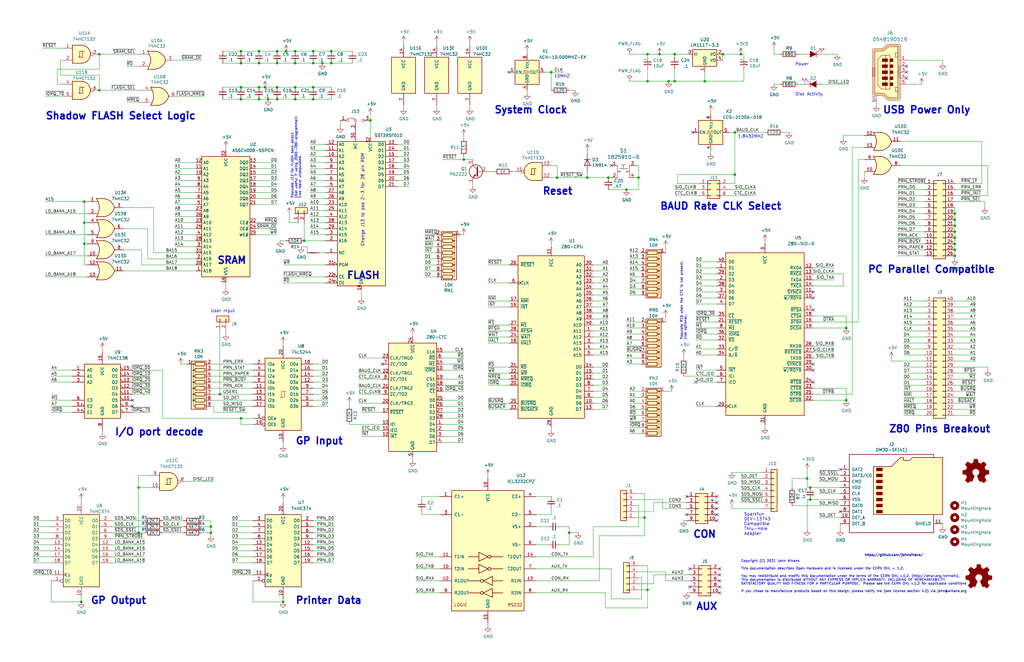
<source format=kicad_sch>
(kicad_sch (version 20211123) (generator eeschema)
  (paper "B")
  (title_block (title "Z80 Retro Board") (date "2022-12-07") (rev "4.3.2"))
  (lib_symbols
    (symbol "2063-Z80-rescue:+3.3V-power" (power) (pin_names (offset 0))
      (property "Value" "+3.3V-power" (at 0 3.556 0))
      (symbol "+3.3V-power_1_1"
        (pin power_in line (at 0 0 90) (length 0) hide (name "+3V3") (number "1"))
      )
    )
    (symbol "2063-Z80-rescue:CP1_Small-Device" (pin_numbers hide) (pin_names (offset 0.254) hide)
      (property "Reference" "C" (at 0.254 1.778 0))
      (property "Value" "CP1_Small-Device" (at 0.254 -2.032 0))
      (symbol "CP1_Small-Device_1_1"
        (pin passive line (at 0 2.54 270) (length 2.032) (name "~") (number "1"))
        (pin passive line (at 0 -2.54 90) (length 2.032) (name "~") (number "2"))
      )
    )
    (symbol "2063-Z80-rescue:LED_ALT-Device" (pin_numbers hide) (pin_names (offset 1.016) hide)
      (property "Reference" "D" (at 0 2.54 0))
      (property "Value" "LED_ALT-Device" (at 0 -2.54 0))
      (symbol "LED_ALT-Device_1_1"
        (pin passive line (at -3.81 0 0) (length 2.54) (name "K") (number "1"))
        (pin passive line (at 3.81 0 180) (length 2.54) (name "A") (number "2"))
      )
    )
    (symbol "2063-Z80-rescue:LM1117-3.3-jb-symbol" (pin_names (offset 0.254))
      (property "Reference" "U" (at -3.81 3.175 0))
      (property "Value" "LM1117-3.3-jb-symbol" (at 0 3.175 0))
      (symbol "LM1117-3.3-jb-symbol_1_1"
        (pin power_in line (at 0 -7.62 90) (length 2.54) (name "GND") (number "1"))
        (pin power_out line (at 7.62 0 180) (length 2.54) (name "VO") (number "2"))
        (pin power_in line (at -7.62 0 0) (length 2.54) (name "VI") (number "3"))
        (pin input line (at 7.62 -2.54 180) (length 2.4892) (name "VO") (number "4"))
      )
    )
    (symbol "2063-Z80-rescue:Net-Tie_2-Device" (pin_numbers hide) (pin_names (offset 0) hide)
      (property "Reference" "NT" (at 0 1.27 0))
      (property "Value" "Net-Tie_2-Device" (at 0 -1.27 0))
      (symbol "Net-Tie_2-Device_1_1"
        (pin passive line (at -2.54 0 0) (length 2.54) (name "1") (number "1"))
        (pin passive line (at 2.54 0 180) (length 2.54) (name "2") (number "2"))
      )
    )
    (symbol "2063-Z80-rescue:Z80-SIO-0-jb-symbol" (pin_names (offset 1.016))
      (property "Reference" "U" (at -16.51 35.56 0))
      (property "Value" "Z80-SIO-0-jb-symbol" (at 8.89 36.83 0))
      (symbol "Z80-SIO-0-jb-symbol_1_1"
        (pin bidirectional line (at -20.32 27.94 0) (length 3.81) (name "D1") (number "1"))
        (pin output line (at 20.32 15.24 180) (length 3.81) (name "~{W/RDYA}") (number "10"))
        (pin bidirectional line (at 20.32 17.78 180) (length 3.81) (name "~{SYNCA}") (number "11"))
        (pin input line (at 20.32 27.94 180) (length 3.81) (name "RXDA") (number "12"))
        (pin input line (at 20.32 25.4 180) (length 3.81) (name "~{RXCA}") (number "13"))
        (pin input line (at 20.32 20.32 180) (length 3.81) (name "~{TXCA}") (number "14"))
        (pin output line (at 20.32 22.86 180) (length 3.81) (name "TXDA") (number "15"))
        (pin output line (at 20.32 5.08 180) (length 3.81) (name "~{DTRA}") (number "16"))
        (pin output line (at 20.32 10.16 180) (length 3.81) (name "~{RTSA}") (number "17"))
        (pin input line (at 20.32 7.62 180) (length 3.81) (name "~{CTSA}") (number "18"))
        (pin input line (at 20.32 2.54 180) (length 3.81) (name "~{DCDA}") (number "19"))
        (pin bidirectional line (at -20.32 22.86 0) (length 3.81) (name "D3") (number "2"))
        (pin input clock (at -20.32 -30.48 0) (length 3.81) (name "CLK") (number "20"))
        (pin input line (at -20.32 5.08 0) (length 3.81) (name "~{RESET}") (number "21"))
        (pin input line (at 20.32 -27.94 180) (length 3.81) (name "~{DCDB}") (number "22"))
        (pin input line (at 20.32 -22.86 180) (length 3.81) (name "~{CTSB}") (number "23"))
        (pin output line (at 20.32 -20.32 180) (length 3.81) (name "~{RTSB}") (number "24"))
        (pin output line (at 20.32 -25.4 180) (length 3.81) (name "~{DTRB}") (number "25"))
        (pin output line (at 20.32 -10.16 180) (length 3.81) (name "TXDB") (number "26"))
        (pin input line (at 20.32 -7.62 180) (length 3.81) (name "~{RXTXCB}") (number "27"))
        (pin input line (at 20.32 -5.08 180) (length 3.81) (name "RXDB") (number "28"))
        (pin bidirectional line (at 20.32 -12.7 180) (length 3.81) (name "~{SYNCB}") (number "29"))
        (pin bidirectional line (at -20.32 17.78 0) (length 3.81) (name "D5") (number "3"))
        (pin output line (at 20.32 -15.24 180) (length 3.81) (name "~{W/RDYB}") (number "30"))
        (pin power_in line (at 0 -38.1 90) (length 3.81) (name "GND") (number "31"))
        (pin input line (at -20.32 -2.54 0) (length 3.81) (name "~{RD}") (number "32"))
        (pin input line (at -20.32 -6.35 0) (length 3.81) (name "C/~{D}") (number "33"))
        (pin input line (at -20.32 -8.89 0) (length 3.81) (name "B/~{A}") (number "34"))
        (pin input line (at -20.32 7.62 0) (length 3.81) (name "~{CE}") (number "35"))
        (pin input line (at -20.32 0 0) (length 3.81) (name "~{IORQ}") (number "36"))
        (pin bidirectional line (at -20.32 15.24 0) (length 3.81) (name "D6") (number "37"))
        (pin bidirectional line (at -20.32 20.32 0) (length 3.81) (name "D4") (number "38"))
        (pin bidirectional line (at -20.32 25.4 0) (length 3.81) (name "D2") (number "39"))
        (pin bidirectional line (at -20.32 12.7 0) (length 3.81) (name "D7") (number "4"))
        (pin bidirectional line (at -20.32 30.48 0) (length 3.81) (name "D0") (number "40"))
        (pin open_collector line (at -20.32 -15.24 0) (length 3.81) (name "~{INT}") (number "5"))
        (pin input line (at -20.32 -17.78 0) (length 3.81) (name "IEI") (number "6"))
        (pin output line (at -20.32 -20.32 0) (length 3.81) (name "IEO") (number "7"))
        (pin input line (at -20.32 2.54 0) (length 3.81) (name "~{M1}") (number "8"))
        (pin power_in line (at 0 38.1 270) (length 3.81) (name "VCC") (number "9"))
      )
    )
    (symbol "2063-Z80-rescue:Z80CPU-jb-symbol" (pin_names (offset 1.016))
      (property "Reference" "U" (at -13.97 35.56 0))
      (property "Value" "Z80CPU-jb-symbol" (at 6.35 35.56 0))
      (symbol "Z80CPU-jb-symbol_1_1"
        (pin output line (at 17.78 2.54 180) (length 3.81) (name "A11") (number "1"))
        (pin bidirectional line (at 17.78 -27.94 180) (length 3.81) (name "D6") (number "10"))
        (pin power_in line (at 0 38.1 270) (length 3.81) (name "VCC") (number "11"))
        (pin bidirectional line (at 17.78 -17.78 180) (length 3.81) (name "D2") (number "12"))
        (pin bidirectional line (at 17.78 -30.48 180) (length 3.81) (name "D7") (number "13"))
        (pin bidirectional line (at 17.78 -12.7 180) (length 3.81) (name "D0") (number "14"))
        (pin bidirectional line (at 17.78 -15.24 180) (length 3.81) (name "D1") (number "15"))
        (pin input line (at -17.78 12.7 0) (length 3.81) (name "~{INT}") (number "16"))
        (pin input line (at -17.78 15.24 0) (length 3.81) (name "~{NMI}") (number "17"))
        (pin output line (at -17.78 -2.54 0) (length 3.81) (name "~{HALT}") (number "18"))
        (pin output line (at -17.78 -17.78 0) (length 3.81) (name "~{MREQ}") (number "19"))
        (pin output line (at 17.78 0 180) (length 3.81) (name "A12") (number "2"))
        (pin output line (at -17.78 -20.32 0) (length 3.81) (name "~{IORQ}") (number "20"))
        (pin output line (at -17.78 -12.7 0) (length 3.81) (name "~{RD}") (number "21"))
        (pin output line (at -17.78 -15.24 0) (length 3.81) (name "~{WR}") (number "22"))
        (pin output line (at -17.78 -30.48 0) (length 3.81) (name "~{BUSACK}") (number "23"))
        (pin input line (at -17.78 0 0) (length 3.81) (name "~{WAIT}") (number "24"))
        (pin input line (at -17.78 -27.94 0) (length 3.81) (name "~{BUSRQ}") (number "25"))
        (pin input line (at -17.78 30.48 0) (length 3.81) (name "~{RESET}") (number "26"))
        (pin output line (at -17.78 5.08 0) (length 3.81) (name "~{M1}") (number "27"))
        (pin output line (at -17.78 2.54 0) (length 3.81) (name "~{RFSH}") (number "28"))
        (pin power_in line (at 0 -38.1 90) (length 3.81) (name "GND") (number "29"))
        (pin output line (at 17.78 -2.54 180) (length 3.81) (name "A13") (number "3"))
        (pin output line (at 17.78 30.48 180) (length 3.81) (name "A0") (number "30"))
        (pin output line (at 17.78 27.94 180) (length 3.81) (name "A1") (number "31"))
        (pin output line (at 17.78 25.4 180) (length 3.81) (name "A2") (number "32"))
        (pin output line (at 17.78 22.86 180) (length 3.81) (name "A3") (number "33"))
        (pin output line (at 17.78 20.32 180) (length 3.81) (name "A4") (number "34"))
        (pin output line (at 17.78 17.78 180) (length 3.81) (name "A5") (number "35"))
        (pin output line (at 17.78 15.24 180) (length 3.81) (name "A6") (number "36"))
        (pin output line (at 17.78 12.7 180) (length 3.81) (name "A7") (number "37"))
        (pin output line (at 17.78 10.16 180) (length 3.81) (name "A8") (number "38"))
        (pin output line (at 17.78 7.62 180) (length 3.81) (name "A9") (number "39"))
        (pin output line (at 17.78 -5.08 180) (length 3.81) (name "A14") (number "4"))
        (pin output line (at 17.78 5.08 180) (length 3.81) (name "A10") (number "40"))
        (pin output line (at 17.78 -7.62 180) (length 3.81) (name "A15") (number "5"))
        (pin input clock (at -17.78 22.86 0) (length 3.81) (name "CLK") (number "6"))
        (pin bidirectional line (at 17.78 -22.86 180) (length 3.81) (name "D4") (number "7"))
        (pin bidirectional line (at 17.78 -20.32 180) (length 3.81) (name "D3") (number "8"))
        (pin bidirectional line (at 17.78 -25.4 180) (length 3.81) (name "D5") (number "9"))
      )
    )
    (symbol "2063-Z80-rescue:Z80_CTC-jb-symbol"
      (property "Reference" "U" (at -10.16 23.495 0))
      (property "Value" "Z80_CTC-jb-symbol" (at 2.54 23.495 0))
      (symbol "Z80_CTC-jb-symbol_0_0"
        (pin power_in line (at 0 25.4 270) (length 2.54) (name "VCC") (number "24"))
        (pin power_in line (at 0 -25.4 90) (length 2.54) (name "GND") (number "5"))
      )
      (symbol "Z80_CTC-jb-symbol_1_1"
        (pin tri_state line (at 12.7 -11.43 180) (length 2.54) (name "D4") (number "1"))
        (pin input line (at 12.7 11.43 180) (length 2.54) (name "~{IORQ}") (number "10"))
        (pin output line (at -12.7 -13.97 0) (length 2.54) (name "IEO") (number "11"))
        (pin open_collector line (at -12.7 -16.51 0) (length 2.54) (name "~{INT}") (number "12"))
        (pin input line (at -12.7 -11.43 0) (length 2.54) (name "IEI") (number "13"))
        (pin input line (at 12.7 13.97 180) (length 2.54) (name "~{M1}") (number "14"))
        (pin input line (at 12.7 19.05 180) (length 2.54) (name "CLK") (number "15"))
        (pin input line (at 12.7 2.54 180) (length 2.54) (name "~{CE}") (number "16"))
        (pin input line (at -12.7 -6.35 0) (length 2.54) (name "~{RESET}") (number "17"))
        (pin input line (at 12.7 5.08 180) (length 2.54) (name "CS0") (number "18"))
        (pin input line (at 12.7 7.62 180) (length 2.54) (name "CS1") (number "19"))
        (pin tri_state line (at 12.7 -13.97 180) (length 2.54) (name "D5") (number "2"))
        (pin input line (at -12.7 -2.54 0) (length 2.54) (name "CLK/TRG3") (number "20"))
        (pin input line (at -12.7 3.81 0) (length 2.54) (name "CLK/TRG2") (number "21"))
        (pin input line (at -12.7 10.16 0) (length 2.54) (name "CLK/TRG1") (number "22"))
        (pin input line (at -12.7 16.51 0) (length 2.54) (name "CLK/TRG0") (number "23"))
        (pin tri_state line (at 12.7 -1.27 180) (length 2.54) (name "D0") (number "25"))
        (pin tri_state line (at 12.7 -3.81 180) (length 2.54) (name "D1") (number "26"))
        (pin tri_state line (at 12.7 -6.35 180) (length 2.54) (name "D2") (number "27"))
        (pin tri_state line (at 12.7 -8.89 180) (length 2.54) (name "D3") (number "28"))
        (pin tri_state line (at 12.7 -16.51 180) (length 2.54) (name "D6") (number "3"))
        (pin tri_state line (at 12.7 -19.05 180) (length 2.54) (name "D7") (number "4"))
        (pin input line (at 12.7 16.51 180) (length 2.54) (name "~{RD}") (number "6"))
        (pin output line (at -12.7 13.97 0) (length 2.54) (name "ZC/TO0") (number "7"))
        (pin output line (at -12.7 7.62 0) (length 2.54) (name "ZC/TO1") (number "8"))
        (pin output line (at -12.7 1.27 0) (length 2.54) (name "ZC/TO2") (number "9"))
      )
    )
    (symbol "74xx:74LS132" (pin_names (offset 1.016))
      (property "Reference" "U" (at 0 1.27 0))
      (property "Value" "74LS132" (at 0 -1.27 0))
      (symbol "74LS132_1_1"
        (pin input line (at -7.62 2.54 0) (length 3.81) (name "~") (number "1"))
        (pin input line (at -7.62 -2.54 0) (length 3.81) (name "~") (number "2"))
        (pin output inverted (at 7.62 0 180) (length 3.81) (name "~") (number "3"))
      )
      (symbol "74LS132_1_2"
        (pin input inverted (at -7.62 2.54 0) (length 4.318) (name "~") (number "1"))
        (pin input inverted (at -7.62 -2.54 0) (length 4.318) (name "~") (number "2"))
        (pin output line (at 7.62 0 180) (length 3.81) (name "~") (number "3"))
      )
      (symbol "74LS132_2_1"
        (pin input line (at -7.62 2.54 0) (length 3.81) (name "~") (number "4"))
        (pin input line (at -7.62 -2.54 0) (length 3.81) (name "~") (number "5"))
        (pin output inverted (at 7.62 0 180) (length 3.81) (name "~") (number "6"))
      )
      (symbol "74LS132_2_2"
        (pin input inverted (at -7.62 2.54 0) (length 4.318) (name "~") (number "4"))
        (pin input inverted (at -7.62 -2.54 0) (length 4.318) (name "~") (number "5"))
        (pin output line (at 7.62 0 180) (length 3.81) (name "~") (number "6"))
      )
      (symbol "74LS132_3_1"
        (pin input line (at -7.62 -2.54 0) (length 3.81) (name "~") (number "10"))
        (pin output inverted (at 7.62 0 180) (length 3.81) (name "~") (number "8"))
        (pin input line (at -7.62 2.54 0) (length 3.81) (name "~") (number "9"))
      )
      (symbol "74LS132_3_2"
        (pin input inverted (at -7.62 -2.54 0) (length 4.318) (name "~") (number "10"))
        (pin output line (at 7.62 0 180) (length 3.81) (name "~") (number "8"))
        (pin input inverted (at -7.62 2.54 0) (length 4.318) (name "~") (number "9"))
      )
      (symbol "74LS132_4_1"
        (pin output inverted (at 7.62 0 180) (length 3.81) (name "~") (number "11"))
        (pin input line (at -7.62 2.54 0) (length 3.81) (name "~") (number "12"))
        (pin input line (at -7.62 -2.54 0) (length 3.81) (name "~") (number "13"))
      )
      (symbol "74LS132_4_2"
        (pin output line (at 7.62 0 180) (length 3.81) (name "~") (number "11"))
        (pin input inverted (at -7.62 2.54 0) (length 4.318) (name "~") (number "12"))
        (pin input inverted (at -7.62 -2.54 0) (length 4.318) (name "~") (number "13"))
      )
      (symbol "74LS132_5_0"
        (pin power_in line (at 0 12.7 270) (length 5.08) (name "VCC") (number "14"))
        (pin power_in line (at 0 -12.7 90) (length 5.08) (name "GND") (number "7"))
      )
    )
    (symbol "74xx:74LS138" (pin_names (offset 1.016))
      (property "Reference" "U" (at -7.62 11.43 0))
      (property "Value" "74LS138" (at -7.62 -13.97 0))
      (symbol "74LS138_1_0"
        (pin input line (at -12.7 7.62 0) (length 5.08) (name "A0") (number "1"))
        (pin output output_low (at 12.7 -5.08 180) (length 5.08) (name "O5") (number "10"))
        (pin output output_low (at 12.7 -2.54 180) (length 5.08) (name "O4") (number "11"))
        (pin output output_low (at 12.7 0 180) (length 5.08) (name "O3") (number "12"))
        (pin output output_low (at 12.7 2.54 180) (length 5.08) (name "O2") (number "13"))
        (pin output output_low (at 12.7 5.08 180) (length 5.08) (name "O1") (number "14"))
        (pin output output_low (at 12.7 7.62 180) (length 5.08) (name "O0") (number "15"))
        (pin power_in line (at 0 15.24 270) (length 5.08) (name "VCC") (number "16"))
        (pin input line (at -12.7 5.08 0) (length 5.08) (name "A1") (number "2"))
        (pin input line (at -12.7 2.54 0) (length 5.08) (name "A2") (number "3"))
        (pin input input_low (at -12.7 -10.16 0) (length 5.08) (name "E1") (number "4"))
        (pin input input_low (at -12.7 -7.62 0) (length 5.08) (name "E2") (number "5"))
        (pin input line (at -12.7 -5.08 0) (length 5.08) (name "E3") (number "6"))
        (pin output output_low (at 12.7 -10.16 180) (length 5.08) (name "O7") (number "7"))
        (pin power_in line (at 0 -17.78 90) (length 5.08) (name "GND") (number "8"))
        (pin output output_low (at 12.7 -7.62 180) (length 5.08) (name "O6") (number "9"))
      )
    )
    (symbol "74xx:74LS244" (pin_names (offset 1.016))
      (property "Reference" "U" (at -7.62 16.51 0))
      (property "Value" "74LS244" (at -7.62 -16.51 0))
      (symbol "74LS244_1_0"
        (pin input inverted (at -12.7 -10.16 0) (length 5.08) (name "OEa") (number "1"))
        (pin power_in line (at 0 -20.32 90) (length 5.08) (name "GND") (number "10"))
        (pin input line (at -12.7 2.54 0) (length 5.08) (name "I0b") (number "11"))
        (pin tri_state line (at 12.7 5.08 180) (length 5.08) (name "O3a") (number "12"))
        (pin input line (at -12.7 0 0) (length 5.08) (name "I1b") (number "13"))
        (pin tri_state line (at 12.7 7.62 180) (length 5.08) (name "O2a") (number "14"))
        (pin input line (at -12.7 -2.54 0) (length 5.08) (name "I2b") (number "15"))
        (pin tri_state line (at 12.7 10.16 180) (length 5.08) (name "O1a") (number "16"))
        (pin input line (at -12.7 -5.08 0) (length 5.08) (name "I3b") (number "17"))
        (pin tri_state line (at 12.7 12.7 180) (length 5.08) (name "O0a") (number "18"))
        (pin input inverted (at -12.7 -12.7 0) (length 5.08) (name "OEb") (number "19"))
        (pin input line (at -12.7 12.7 0) (length 5.08) (name "I0a") (number "2"))
        (pin power_in line (at 0 20.32 270) (length 5.08) (name "VCC") (number "20"))
        (pin tri_state line (at 12.7 -5.08 180) (length 5.08) (name "O3b") (number "3"))
        (pin input line (at -12.7 10.16 0) (length 5.08) (name "I1a") (number "4"))
        (pin tri_state line (at 12.7 -2.54 180) (length 5.08) (name "O2b") (number "5"))
        (pin input line (at -12.7 7.62 0) (length 5.08) (name "I2a") (number "6"))
        (pin tri_state line (at 12.7 0 180) (length 5.08) (name "O1b") (number "7"))
        (pin input line (at -12.7 5.08 0) (length 5.08) (name "I3a") (number "8"))
        (pin tri_state line (at 12.7 2.54 180) (length 5.08) (name "O0b") (number "9"))
      )
    )
    (symbol "74xx:74LS32" (pin_names (offset 1.016))
      (property "Reference" "U" (at 0 1.27 0))
      (property "Value" "74LS32" (at 0 -1.27 0))
      (symbol "74LS32_1_1"
        (pin input line (at -7.62 2.54 0) (length 4.318) (name "~") (number "1"))
        (pin input line (at -7.62 -2.54 0) (length 4.318) (name "~") (number "2"))
        (pin output line (at 7.62 0 180) (length 3.81) (name "~") (number "3"))
      )
      (symbol "74LS32_1_2"
        (pin input inverted (at -7.62 2.54 0) (length 3.81) (name "~") (number "1"))
        (pin input inverted (at -7.62 -2.54 0) (length 3.81) (name "~") (number "2"))
        (pin output inverted (at 7.62 0 180) (length 3.81) (name "~") (number "3"))
      )
      (symbol "74LS32_2_1"
        (pin input line (at -7.62 2.54 0) (length 4.318) (name "~") (number "4"))
        (pin input line (at -7.62 -2.54 0) (length 4.318) (name "~") (number "5"))
        (pin output line (at 7.62 0 180) (length 3.81) (name "~") (number "6"))
      )
      (symbol "74LS32_2_2"
        (pin input inverted (at -7.62 2.54 0) (length 3.81) (name "~") (number "4"))
        (pin input inverted (at -7.62 -2.54 0) (length 3.81) (name "~") (number "5"))
        (pin output inverted (at 7.62 0 180) (length 3.81) (name "~") (number "6"))
      )
      (symbol "74LS32_3_1"
        (pin input line (at -7.62 -2.54 0) (length 4.318) (name "~") (number "10"))
        (pin output line (at 7.62 0 180) (length 3.81) (name "~") (number "8"))
        (pin input line (at -7.62 2.54 0) (length 4.318) (name "~") (number "9"))
      )
      (symbol "74LS32_3_2"
        (pin input inverted (at -7.62 -2.54 0) (length 3.81) (name "~") (number "10"))
        (pin output inverted (at 7.62 0 180) (length 3.81) (name "~") (number "8"))
        (pin input inverted (at -7.62 2.54 0) (length 3.81) (name "~") (number "9"))
      )
      (symbol "74LS32_4_1"
        (pin output line (at 7.62 0 180) (length 3.81) (name "~") (number "11"))
        (pin input line (at -7.62 2.54 0) (length 4.318) (name "~") (number "12"))
        (pin input line (at -7.62 -2.54 0) (length 4.318) (name "~") (number "13"))
      )
      (symbol "74LS32_4_2"
        (pin output inverted (at 7.62 0 180) (length 3.81) (name "~") (number "11"))
        (pin input inverted (at -7.62 2.54 0) (length 3.81) (name "~") (number "12"))
        (pin input inverted (at -7.62 -2.54 0) (length 3.81) (name "~") (number "13"))
      )
      (symbol "74LS32_5_0"
        (pin power_in line (at 0 12.7 270) (length 5.08) (name "VCC") (number "14"))
        (pin power_in line (at 0 -12.7 90) (length 5.08) (name "GND") (number "7"))
      )
    )
    (symbol "74xx:74LS374"
      (property "Reference" "U" (at -7.62 16.51 0))
      (property "Value" "74LS374" (at -7.62 -16.51 0))
      (symbol "74LS374_1_0"
        (pin input inverted (at -12.7 -12.7 0) (length 5.08) (name "OE") (number "1"))
        (pin power_in line (at 0 -20.32 90) (length 5.08) (name "GND") (number "10"))
        (pin input clock (at -12.7 -10.16 0) (length 5.08) (name "Cp") (number "11"))
        (pin tri_state line (at 12.7 2.54 180) (length 5.08) (name "O4") (number "12"))
        (pin input line (at -12.7 2.54 0) (length 5.08) (name "D4") (number "13"))
        (pin input line (at -12.7 0 0) (length 5.08) (name "D5") (number "14"))
        (pin tri_state line (at 12.7 0 180) (length 5.08) (name "O5") (number "15"))
        (pin tri_state line (at 12.7 -2.54 180) (length 5.08) (name "O6") (number "16"))
        (pin input line (at -12.7 -2.54 0) (length 5.08) (name "D6") (number "17"))
        (pin input line (at -12.7 -5.08 0) (length 5.08) (name "D7") (number "18"))
        (pin tri_state line (at 12.7 -5.08 180) (length 5.08) (name "O7") (number "19"))
        (pin tri_state line (at 12.7 12.7 180) (length 5.08) (name "O0") (number "2"))
        (pin power_in line (at 0 20.32 270) (length 5.08) (name "VCC") (number "20"))
        (pin input line (at -12.7 12.7 0) (length 5.08) (name "D0") (number "3"))
        (pin input line (at -12.7 10.16 0) (length 5.08) (name "D1") (number "4"))
        (pin tri_state line (at 12.7 10.16 180) (length 5.08) (name "O1") (number "5"))
        (pin tri_state line (at 12.7 7.62 180) (length 5.08) (name "O2") (number "6"))
        (pin input line (at -12.7 7.62 0) (length 5.08) (name "D2") (number "7"))
        (pin input line (at -12.7 5.08 0) (length 5.08) (name "D3") (number "8"))
        (pin tri_state line (at 12.7 5.08 180) (length 5.08) (name "O3") (number "9"))
      )
    )
    (symbol "Connector:Micro_SD_Card_Det" (pin_names (offset 1.016))
      (property "Reference" "J" (at -16.51 17.78 0))
      (property "Value" "Micro_SD_Card_Det" (at 16.51 17.78 0))
      (symbol "Micro_SD_Card_Det_1_1"
        (pin bidirectional line (at -22.86 10.16 0) (length 3.81) (name "DAT2") (number "1"))
        (pin passive line (at -22.86 -10.16 0) (length 3.81) (name "DET_A") (number "10"))
        (pin passive line (at 20.32 -12.7 180) (length 3.81) (name "SHIELD") (number "11"))
        (pin bidirectional line (at -22.86 7.62 0) (length 3.81) (name "DAT3/CD") (number "2"))
        (pin input line (at -22.86 5.08 0) (length 3.81) (name "CMD") (number "3"))
        (pin power_in line (at -22.86 2.54 0) (length 3.81) (name "VDD") (number "4"))
        (pin input line (at -22.86 0 0) (length 3.81) (name "CLK") (number "5"))
        (pin power_in line (at -22.86 -2.54 0) (length 3.81) (name "VSS") (number "6"))
        (pin bidirectional line (at -22.86 -5.08 0) (length 3.81) (name "DAT0") (number "7"))
        (pin bidirectional line (at -22.86 -7.62 0) (length 3.81) (name "DAT1") (number "8"))
        (pin passive line (at -22.86 -12.7 0) (length 3.81) (name "DET_B") (number "9"))
      )
    )
    (symbol "Connector_Generic:Conn_01x02" (pin_names (offset 1.016) hide)
      (property "Reference" "J" (at 0 2.54 0))
      (property "Value" "Conn_01x02" (at 0 -5.08 0))
      (symbol "Conn_01x02_1_1"
        (pin passive line (at -5.08 0 0) (length 3.81) (name "Pin_1") (number "1"))
        (pin passive line (at -5.08 -2.54 0) (length 3.81) (name "Pin_2") (number "2"))
      )
    )
    (symbol "Connector_Generic:Conn_01x05" (pin_names (offset 1.016) hide)
      (property "Reference" "J" (at 0 7.62 0))
      (property "Value" "Conn_01x05" (at 0 -7.62 0))
      (symbol "Conn_01x05_1_1"
        (pin passive line (at -5.08 5.08 0) (length 3.81) (name "Pin_1") (number "1"))
        (pin passive line (at -5.08 2.54 0) (length 3.81) (name "Pin_2") (number "2"))
        (pin passive line (at -5.08 0 0) (length 3.81) (name "Pin_3") (number "3"))
        (pin passive line (at -5.08 -2.54 0) (length 3.81) (name "Pin_4") (number "4"))
        (pin passive line (at -5.08 -5.08 0) (length 3.81) (name "Pin_5") (number "5"))
      )
    )
    (symbol "Connector_Generic:Conn_01x07" (pin_names (offset 1.016) hide)
      (property "Reference" "J" (at 0 10.16 0))
      (property "Value" "Conn_01x07" (at 0 -10.16 0))
      (symbol "Conn_01x07_1_1"
        (pin passive line (at -5.08 7.62 0) (length 3.81) (name "Pin_1") (number "1"))
        (pin passive line (at -5.08 5.08 0) (length 3.81) (name "Pin_2") (number "2"))
        (pin passive line (at -5.08 2.54 0) (length 3.81) (name "Pin_3") (number "3"))
        (pin passive line (at -5.08 0 0) (length 3.81) (name "Pin_4") (number "4"))
        (pin passive line (at -5.08 -2.54 0) (length 3.81) (name "Pin_5") (number "5"))
        (pin passive line (at -5.08 -5.08 0) (length 3.81) (name "Pin_6") (number "6"))
        (pin passive line (at -5.08 -7.62 0) (length 3.81) (name "Pin_7") (number "7"))
      )
    )
    (symbol "Connector_Generic:Conn_02x03_Odd_Even" (pin_names (offset 1.016) hide)
      (property "Reference" "J" (at 1.27 5.08 0))
      (property "Value" "Conn_02x03_Odd_Even" (at 1.27 -5.08 0))
      (symbol "Conn_02x03_Odd_Even_1_1"
        (pin passive line (at -5.08 2.54 0) (length 3.81) (name "Pin_1") (number "1"))
        (pin passive line (at 7.62 2.54 180) (length 3.81) (name "Pin_2") (number "2"))
        (pin passive line (at -5.08 0 0) (length 3.81) (name "Pin_3") (number "3"))
        (pin passive line (at 7.62 0 180) (length 3.81) (name "Pin_4") (number "4"))
        (pin passive line (at -5.08 -2.54 0) (length 3.81) (name "Pin_5") (number "5"))
        (pin passive line (at 7.62 -2.54 180) (length 3.81) (name "Pin_6") (number "6"))
      )
    )
    (symbol "Connector_Generic:Conn_02x05_Odd_Even" (pin_names (offset 1.016) hide)
      (property "Reference" "J" (at 1.27 7.62 0))
      (property "Value" "Conn_02x05_Odd_Even" (at 1.27 -7.62 0))
      (symbol "Conn_02x05_Odd_Even_1_1"
        (pin passive line (at -5.08 5.08 0) (length 3.81) (name "Pin_1") (number "1"))
        (pin passive line (at 7.62 -5.08 180) (length 3.81) (name "Pin_10") (number "10"))
        (pin passive line (at 7.62 5.08 180) (length 3.81) (name "Pin_2") (number "2"))
        (pin passive line (at -5.08 2.54 0) (length 3.81) (name "Pin_3") (number "3"))
        (pin passive line (at 7.62 2.54 180) (length 3.81) (name "Pin_4") (number "4"))
        (pin passive line (at -5.08 0 0) (length 3.81) (name "Pin_5") (number "5"))
        (pin passive line (at 7.62 0 180) (length 3.81) (name "Pin_6") (number "6"))
        (pin passive line (at -5.08 -2.54 0) (length 3.81) (name "Pin_7") (number "7"))
        (pin passive line (at 7.62 -2.54 180) (length 3.81) (name "Pin_8") (number "8"))
        (pin passive line (at -5.08 -5.08 0) (length 3.81) (name "Pin_9") (number "9"))
      )
    )
    (symbol "Connector_Generic:Conn_02x13_Top_Bottom" (pin_names (offset 1.016) hide)
      (property "Reference" "J" (at 1.27 17.78 0))
      (property "Value" "Conn_02x13_Top_Bottom" (at 1.27 -17.78 0))
      (symbol "Conn_02x13_Top_Bottom_1_1"
        (pin passive line (at -5.08 15.24 0) (length 3.81) (name "Pin_1") (number "1"))
        (pin passive line (at -5.08 -7.62 0) (length 3.81) (name "Pin_10") (number "10"))
        (pin passive line (at -5.08 -10.16 0) (length 3.81) (name "Pin_11") (number "11"))
        (pin passive line (at -5.08 -12.7 0) (length 3.81) (name "Pin_12") (number "12"))
        (pin passive line (at -5.08 -15.24 0) (length 3.81) (name "Pin_13") (number "13"))
        (pin passive line (at 7.62 15.24 180) (length 3.81) (name "Pin_14") (number "14"))
        (pin passive line (at 7.62 12.7 180) (length 3.81) (name "Pin_15") (number "15"))
        (pin passive line (at 7.62 10.16 180) (length 3.81) (name "Pin_16") (number "16"))
        (pin passive line (at 7.62 7.62 180) (length 3.81) (name "Pin_17") (number "17"))
        (pin passive line (at 7.62 5.08 180) (length 3.81) (name "Pin_18") (number "18"))
        (pin passive line (at 7.62 2.54 180) (length 3.81) (name "Pin_19") (number "19"))
        (pin passive line (at -5.08 12.7 0) (length 3.81) (name "Pin_2") (number "2"))
        (pin passive line (at 7.62 0 180) (length 3.81) (name "Pin_20") (number "20"))
        (pin passive line (at 7.62 -2.54 180) (length 3.81) (name "Pin_21") (number "21"))
        (pin passive line (at 7.62 -5.08 180) (length 3.81) (name "Pin_22") (number "22"))
        (pin passive line (at 7.62 -7.62 180) (length 3.81) (name "Pin_23") (number "23"))
        (pin passive line (at 7.62 -10.16 180) (length 3.81) (name "Pin_24") (number "24"))
        (pin passive line (at 7.62 -12.7 180) (length 3.81) (name "Pin_25") (number "25"))
        (pin passive line (at 7.62 -15.24 180) (length 3.81) (name "Pin_26") (number "26"))
        (pin passive line (at -5.08 10.16 0) (length 3.81) (name "Pin_3") (number "3"))
        (pin passive line (at -5.08 7.62 0) (length 3.81) (name "Pin_4") (number "4"))
        (pin passive line (at -5.08 5.08 0) (length 3.81) (name "Pin_5") (number "5"))
        (pin passive line (at -5.08 2.54 0) (length 3.81) (name "Pin_6") (number "6"))
        (pin passive line (at -5.08 0 0) (length 3.81) (name "Pin_7") (number "7"))
        (pin passive line (at -5.08 -2.54 0) (length 3.81) (name "Pin_8") (number "8"))
        (pin passive line (at -5.08 -5.08 0) (length 3.81) (name "Pin_9") (number "9"))
      )
    )
    (symbol "Connector_Generic:Conn_02x20_Counter_Clockwise" (pin_names (offset 1.016) hide)
      (property "Reference" "J" (at 1.27 25.4 0))
      (property "Value" "Conn_02x20_Counter_Clockwise" (at 1.27 -27.94 0))
      (symbol "Conn_02x20_Counter_Clockwise_1_1"
        (pin passive line (at -5.08 22.86 0) (length 3.81) (name "Pin_1") (number "1"))
        (pin passive line (at -5.08 0 0) (length 3.81) (name "Pin_10") (number "10"))
        (pin passive line (at -5.08 -2.54 0) (length 3.81) (name "Pin_11") (number "11"))
        (pin passive line (at -5.08 -5.08 0) (length 3.81) (name "Pin_12") (number "12"))
        (pin passive line (at -5.08 -7.62 0) (length 3.81) (name "Pin_13") (number "13"))
        (pin passive line (at -5.08 -10.16 0) (length 3.81) (name "Pin_14") (number "14"))
        (pin passive line (at -5.08 -12.7 0) (length 3.81) (name "Pin_15") (number "15"))
        (pin passive line (at -5.08 -15.24 0) (length 3.81) (name "Pin_16") (number "16"))
        (pin passive line (at -5.08 -17.78 0) (length 3.81) (name "Pin_17") (number "17"))
        (pin passive line (at -5.08 -20.32 0) (length 3.81) (name "Pin_18") (number "18"))
        (pin passive line (at -5.08 -22.86 0) (length 3.81) (name "Pin_19") (number "19"))
        (pin passive line (at -5.08 20.32 0) (length 3.81) (name "Pin_2") (number "2"))
        (pin passive line (at -5.08 -25.4 0) (length 3.81) (name "Pin_20") (number "20"))
        (pin passive line (at 7.62 -25.4 180) (length 3.81) (name "Pin_21") (number "21"))
        (pin passive line (at 7.62 -22.86 180) (length 3.81) (name "Pin_22") (number "22"))
        (pin passive line (at 7.62 -20.32 180) (length 3.81) (name "Pin_23") (number "23"))
        (pin passive line (at 7.62 -17.78 180) (length 3.81) (name "Pin_24") (number "24"))
        (pin passive line (at 7.62 -15.24 180) (length 3.81) (name "Pin_25") (number "25"))
        (pin passive line (at 7.62 -12.7 180) (length 3.81) (name "Pin_26") (number "26"))
        (pin passive line (at 7.62 -10.16 180) (length 3.81) (name "Pin_27") (number "27"))
        (pin passive line (at 7.62 -7.62 180) (length 3.81) (name "Pin_28") (number "28"))
        (pin passive line (at 7.62 -5.08 180) (length 3.81) (name "Pin_29") (number "29"))
        (pin passive line (at -5.08 17.78 0) (length 3.81) (name "Pin_3") (number "3"))
        (pin passive line (at 7.62 -2.54 180) (length 3.81) (name "Pin_30") (number "30"))
        (pin passive line (at 7.62 0 180) (length 3.81) (name "Pin_31") (number "31"))
        (pin passive line (at 7.62 2.54 180) (length 3.81) (name "Pin_32") (number "32"))
        (pin passive line (at 7.62 5.08 180) (length 3.81) (name "Pin_33") (number "33"))
        (pin passive line (at 7.62 7.62 180) (length 3.81) (name "Pin_34") (number "34"))
        (pin passive line (at 7.62 10.16 180) (length 3.81) (name "Pin_35") (number "35"))
        (pin passive line (at 7.62 12.7 180) (length 3.81) (name "Pin_36") (number "36"))
        (pin passive line (at 7.62 15.24 180) (length 3.81) (name "Pin_37") (number "37"))
        (pin passive line (at 7.62 17.78 180) (length 3.81) (name "Pin_38") (number "38"))
        (pin passive line (at 7.62 20.32 180) (length 3.81) (name "Pin_39") (number "39"))
        (pin passive line (at -5.08 15.24 0) (length 3.81) (name "Pin_4") (number "4"))
        (pin passive line (at 7.62 22.86 180) (length 3.81) (name "Pin_40") (number "40"))
        (pin passive line (at -5.08 12.7 0) (length 3.81) (name "Pin_5") (number "5"))
        (pin passive line (at -5.08 10.16 0) (length 3.81) (name "Pin_6") (number "6"))
        (pin passive line (at -5.08 7.62 0) (length 3.81) (name "Pin_7") (number "7"))
        (pin passive line (at -5.08 5.08 0) (length 3.81) (name "Pin_8") (number "8"))
        (pin passive line (at -5.08 2.54 0) (length 3.81) (name "Pin_9") (number "9"))
      )
    )
    (symbol "Device:C_Small" (pin_numbers hide) (pin_names (offset 0.254) hide)
      (property "Reference" "C" (at 0.254 1.778 0))
      (property "Value" "C_Small" (at 0.254 -2.032 0))
      (symbol "C_Small_1_1"
        (pin passive line (at 0 2.54 270) (length 2.032) (name "~") (number "1"))
        (pin passive line (at 0 -2.54 90) (length 2.032) (name "~") (number "2"))
      )
    )
    (symbol "Device:Q_NPN_EBC" (pin_names (offset 0) hide)
      (property "Reference" "Q" (at 5.08 1.27 0))
      (property "Value" "Q_NPN_EBC" (at 5.08 -1.27 0))
      (symbol "Q_NPN_EBC_1_1"
        (pin passive line (at 2.54 -5.08 90) (length 2.54) (name "E") (number "1"))
        (pin passive line (at -5.08 0 0) (length 5.715) (name "B") (number "2"))
        (pin passive line (at 2.54 5.08 270) (length 2.54) (name "C") (number "3"))
      )
    )
    (symbol "Device:R" (pin_numbers hide) (pin_names (offset 0))
      (property "Reference" "R" (at 2.032 0 90))
      (property "Value" "R" (at 0 0 90))
      (symbol "R_1_1"
        (pin passive line (at 0 3.81 270) (length 1.27) (name "~") (number "1"))
        (pin passive line (at 0 -3.81 90) (length 1.27) (name "~") (number "2"))
      )
    )
    (symbol "Device:R_Network08" (pin_names (offset 0) hide)
      (property "Reference" "RN" (at -12.7 0 90))
      (property "Value" "R_Network08" (at 10.16 0 90))
      (symbol "R_Network08_1_1"
        (pin passive line (at -10.16 5.08 270) (length 2.54) (name "common") (number "1"))
        (pin passive line (at -10.16 -5.08 90) (length 1.27) (name "R1") (number "2"))
        (pin passive line (at -7.62 -5.08 90) (length 1.27) (name "R2") (number "3"))
        (pin passive line (at -5.08 -5.08 90) (length 1.27) (name "R3") (number "4"))
        (pin passive line (at -2.54 -5.08 90) (length 1.27) (name "R4") (number "5"))
        (pin passive line (at 0 -5.08 90) (length 1.27) (name "R5") (number "6"))
        (pin passive line (at 2.54 -5.08 90) (length 1.27) (name "R6") (number "7"))
        (pin passive line (at 5.08 -5.08 90) (length 1.27) (name "R7") (number "8"))
        (pin passive line (at 7.62 -5.08 90) (length 1.27) (name "R8") (number "9"))
      )
    )
    (symbol "Diode:1N914" (pin_numbers hide) (pin_names hide)
      (property "Reference" "D" (at 0 2.54 0))
      (property "Value" "1N914" (at 0 -2.54 0))
      (symbol "1N914_1_1"
        (pin passive line (at -3.81 0 0) (length 2.54) (name "K") (number "1"))
        (pin passive line (at 3.81 0 180) (length 2.54) (name "A") (number "2"))
      )
    )
    (symbol "Graphic:Logo_Open_Hardware_Small" (pin_names (offset 1.016)))
    (symbol "Interface_UART:MAX3232" (pin_names (offset 1.016))
      (property "Reference" "U" (at -2.54 28.575 0))
      (property "Value" "MAX3232" (at -2.54 26.67 0))
      (symbol "MAX3232_0_0"
        (text "LOGIC" (at -11.43 -22.86 0) (effects (font (size 1.27 1.27))))
        (text "RS232" (at 11.43 -22.86 0) (effects (font (size 1.27 1.27))))
      )
      (symbol "MAX3232_1_1"
        (pin passive line (at -20.32 22.86 0) (length 5.08) (name "C1+") (number "1"))
        (pin input line (at -20.32 -7.62 0) (length 5.08) (name "T2IN") (number "10"))
        (pin input line (at -20.32 -2.54 0) (length 5.08) (name "T1IN") (number "11"))
        (pin output line (at -20.32 -12.7 0) (length 5.08) (name "R1OUT") (number "12"))
        (pin input line (at 20.32 -12.7 180) (length 5.08) (name "R1IN") (number "13"))
        (pin output line (at 20.32 -2.54 180) (length 5.08) (name "T1OUT") (number "14"))
        (pin power_in line (at 0 -30.48 90) (length 5.08) (name "GND") (number "15"))
        (pin power_in line (at 0 30.48 270) (length 5.08) (name "VCC") (number "16"))
        (pin power_out line (at 20.32 10.16 180) (length 5.08) (name "VS+") (number "2"))
        (pin passive line (at -20.32 15.24 0) (length 5.08) (name "C1-") (number "3"))
        (pin passive line (at 20.32 22.86 180) (length 5.08) (name "C2+") (number "4"))
        (pin passive line (at 20.32 15.24 180) (length 5.08) (name "C2-") (number "5"))
        (pin power_out line (at 20.32 2.54 180) (length 5.08) (name "VS-") (number "6"))
        (pin output line (at 20.32 -7.62 180) (length 5.08) (name "T2OUT") (number "7"))
        (pin input line (at 20.32 -17.78 180) (length 5.08) (name "R2IN") (number "8"))
        (pin output line (at -20.32 -17.78 0) (length 5.08) (name "R2OUT") (number "9"))
      )
    )
    (symbol "Jumper:Jumper_3_Bridged12" (pin_names (offset 0) hide)
      (property "Reference" "JP" (at -2.54 -2.54 0))
      (property "Value" "Jumper_3_Bridged12" (at 0 2.794 0))
      (symbol "Jumper_3_Bridged12_1_1"
        (pin passive line (at -6.35 0 0) (length 2.54) (name "A") (number "1"))
        (pin passive line (at 0 -3.81 90) (length 2.54) (name "C") (number "2"))
        (pin passive line (at 6.35 0 180) (length 2.54) (name "B") (number "3"))
      )
    )
    (symbol "Mechanical:MountingHole" (pin_names (offset 1.016))
      (property "Reference" "H" (at 0 5.08 0))
      (property "Value" "MountingHole" (at 0 3.175 0))
    )
    (symbol "Memory_Flash:SST39SF010"
      (property "Reference" "U3" (at 11.43 36.83 0))
      (property "Value" "SST39SF010" (at 11.43 34.29 0))
      (symbol "SST39SF010_0_0"
        (pin power_in line (at 0 -30.48 90) (length 1.27) (name "GND") (number "16"))
        (pin power_in line (at 3.81 33.02 270) (length 1.27) (name "VCC") (number "32"))
      )
      (symbol "SST39SF010_1_1"
        (pin input line (at -15.24 -15.24 0) (length 5.08) (name "NC") (number "1"))
        (pin input line (at -15.24 25.4 0) (length 5.08) (name "A2") (number "10"))
        (pin input line (at -15.24 27.94 0) (length 5.08) (name "A1") (number "11"))
        (pin input line (at -15.24 30.48 0) (length 5.08) (name "A0") (number "12"))
        (pin tri_state line (at 15.24 30.48 180) (length 5.08) (name "D0") (number "13"))
        (pin tri_state line (at 15.24 27.94 180) (length 5.08) (name "D1") (number "14"))
        (pin tri_state line (at 15.24 25.4 180) (length 5.08) (name "D2") (number "15"))
        (pin tri_state line (at 15.24 22.86 180) (length 5.08) (name "D3") (number "17"))
        (pin tri_state line (at 15.24 20.32 180) (length 5.08) (name "D4") (number "18"))
        (pin tri_state line (at 15.24 17.78 180) (length 5.08) (name "D5") (number "19"))
        (pin input line (at -15.24 -10.16 0) (length 5.08) (name "A16") (number "2"))
        (pin tri_state line (at 15.24 15.24 180) (length 5.08) (name "D6") (number "20"))
        (pin tri_state line (at 15.24 12.7 180) (length 5.08) (name "D7") (number "21"))
        (pin input input_low (at -15.24 -25.4 0) (length 5.08) (name "CE") (number "22"))
        (pin input line (at -15.24 5.08 0) (length 5.08) (name "A10") (number "23"))
        (pin input input_low (at -15.24 -27.94 0) (length 5.08) (name "OE") (number "24"))
        (pin input line (at -15.24 2.54 0) (length 5.08) (name "A11") (number "25"))
        (pin input line (at -15.24 7.62 0) (length 5.08) (name "A9") (number "26"))
        (pin input line (at -15.24 10.16 0) (length 5.08) (name "A8") (number "27"))
        (pin input line (at -15.24 -2.54 0) (length 5.08) (name "A13") (number "28"))
        (pin input line (at -15.24 -5.08 0) (length 5.08) (name "A14") (number "29"))
        (pin input line (at -15.24 -7.62 0) (length 5.08) (name "A15") (number "3"))
        (pin input line (at -2.54 36.83 270) (length 5.08) (name "NC") (number "30"))
        (pin input input_low (at -15.24 -20.32 0) (length 5.08) (name "PGM") (number "31"))
        (pin input line (at -15.24 0 0) (length 5.08) (name "A12") (number "4"))
        (pin input line (at -15.24 12.7 0) (length 5.08) (name "A7") (number "5"))
        (pin input line (at -15.24 15.24 0) (length 5.08) (name "A6") (number "6"))
        (pin input line (at -15.24 17.78 0) (length 5.08) (name "A5") (number "7"))
        (pin input line (at -15.24 20.32 0) (length 5.08) (name "A4") (number "8"))
        (pin input line (at -15.24 22.86 0) (length 5.08) (name "A3") (number "9"))
      )
    )
    (symbol "Memory_RAM:AS6C4008-55PCN"
      (property "Reference" "U" (at -10.16 26.035 0))
      (property "Value" "AS6C4008-55PCN" (at 2.54 26.035 0))
      (symbol "AS6C4008-55PCN_0_0"
        (pin power_in line (at 0 -27.94 90) (length 2.54) (name "VSS") (number "16"))
        (pin power_in line (at 0 27.94 270) (length 2.54) (name "VCC") (number "32"))
      )
      (symbol "AS6C4008-55PCN_1_1"
        (pin input line (at -12.7 -22.86 0) (length 2.54) (name "A18") (number "1"))
        (pin input line (at -12.7 17.78 0) (length 2.54) (name "A2") (number "10"))
        (pin input line (at -12.7 20.32 0) (length 2.54) (name "A1") (number "11"))
        (pin input line (at -12.7 22.86 0) (length 2.54) (name "A0") (number "12"))
        (pin tri_state line (at 12.7 22.86 180) (length 2.54) (name "DQ0") (number "13"))
        (pin tri_state line (at 12.7 20.32 180) (length 2.54) (name "DQ1") (number "14"))
        (pin tri_state line (at 12.7 17.78 180) (length 2.54) (name "DQ2") (number "15"))
        (pin tri_state line (at 12.7 15.24 180) (length 2.54) (name "DQ3") (number "17"))
        (pin tri_state line (at 12.7 12.7 180) (length 2.54) (name "DQ4") (number "18"))
        (pin tri_state line (at 12.7 10.16 180) (length 2.54) (name "DQ5") (number "19"))
        (pin input line (at -12.7 -17.78 0) (length 2.54) (name "A16") (number "2"))
        (pin tri_state line (at 12.7 7.62 180) (length 2.54) (name "DQ6") (number "20"))
        (pin tri_state line (at 12.7 5.08 180) (length 2.54) (name "DQ7") (number "21"))
        (pin input line (at 12.7 -2.54 180) (length 2.54) (name "CE#") (number "22"))
        (pin input line (at -12.7 -2.54 0) (length 2.54) (name "A10") (number "23"))
        (pin input line (at 12.7 -5.08 180) (length 2.54) (name "OE#") (number "24"))
        (pin input line (at -12.7 -5.08 0) (length 2.54) (name "A11") (number "25"))
        (pin input line (at -12.7 0 0) (length 2.54) (name "A9") (number "26"))
        (pin input line (at -12.7 2.54 0) (length 2.54) (name "A8") (number "27"))
        (pin input line (at -12.7 -10.16 0) (length 2.54) (name "A13") (number "28"))
        (pin input line (at 12.7 -7.62 180) (length 2.54) (name "WE#") (number "29"))
        (pin input line (at -12.7 -12.7 0) (length 2.54) (name "A14") (number "3"))
        (pin input line (at -12.7 -20.32 0) (length 2.54) (name "A17") (number "30"))
        (pin input line (at -12.7 -15.24 0) (length 2.54) (name "A15") (number "31"))
        (pin input line (at -12.7 -7.62 0) (length 2.54) (name "A12") (number "4"))
        (pin input line (at -12.7 5.08 0) (length 2.54) (name "A7") (number "5"))
        (pin input line (at -12.7 7.62 0) (length 2.54) (name "A6") (number "6"))
        (pin input line (at -12.7 10.16 0) (length 2.54) (name "A5") (number "7"))
        (pin input line (at -12.7 12.7 0) (length 2.54) (name "A4") (number "8"))
        (pin input line (at -12.7 15.24 0) (length 2.54) (name "A3") (number "9"))
      )
    )
    (symbol "Oscillator:CXO_DIP8" (pin_names (offset 0.254))
      (property "Reference" "X" (at -5.08 6.35 0))
      (property "Value" "CXO_DIP8" (at 1.27 -6.35 0))
      (symbol "CXO_DIP8_1_1"
        (pin input line (at -7.62 0 0) (length 2.54) (name "EN") (number "1"))
        (pin power_in line (at 0 -7.62 90) (length 2.54) (name "GND") (number "4"))
        (pin output line (at 7.62 0 180) (length 2.54) (name "OUT") (number "5"))
        (pin power_in line (at 0 7.62 270) (length 2.54) (name "Vcc") (number "8"))
      )
    )
    (symbol "dk_Tactile-Switches:1825910-6" (pin_names (offset 1.016))
      (property "Reference" "S" (at 0 4.572 0))
      (property "Value" "1825910-6" (at 0.127 -5.08 0))
      (symbol "1825910-6_1_1"
        (pin passive line (at -5.08 2.54 0) (length 2.54) (name "~") (number "1"))
        (pin passive line (at -5.08 -2.54 0) (length 2.54) (name "~") (number "2"))
        (pin passive line (at 5.08 2.54 180) (length 2.54) (name "~") (number "3"))
        (pin passive line (at 5.08 -2.54 180) (length 2.54) (name "~") (number "4"))
      )
    )
    (symbol "dk_USB-DVI-HDMI-Connectors:0548190519" (pin_names (offset 1.016))
      (property "Reference" "J" (at -5.715 12.7 0))
      (property "Value" "0548190519" (at -8.255 -5.715 90))
      (symbol "0548190519_1_1"
        (pin passive line (at 7.62 5.08 180) (length 2.667) (name "~") (number "1"))
        (pin passive line (at 7.62 2.54 180) (length 2.667) (name "~") (number "2"))
        (pin passive line (at 7.62 0 180) (length 2.667) (name "~") (number "3"))
        (pin passive line (at 7.62 -2.54 180) (length 2.667) (name "~") (number "4"))
        (pin passive line (at 7.62 -5.08 180) (length 2.667) (name "~") (number "5"))
        (pin passive line (at -5.08 -12.7 90) (length 2.794) (name "~") (number "SH"))
      )
    )
    (symbol "power:+5V" (power) (pin_names (offset 0))
      (property "Value" "+5V" (at 0 3.556 0))
      (symbol "+5V_1_1"
        (pin power_in line (at 0 0 90) (length 0) hide (name "+5V") (number "1"))
      )
    )
    (symbol "power:GND" (power) (pin_names (offset 0))
      (property "Value" "GND" (at 0 -3.81 0))
      (symbol "GND_1_1"
        (pin power_in line (at 0 0 270) (length 0) hide (name "GND") (number "1"))
      )
    )
    (symbol "power:PWR_FLAG" (power) (pin_numbers hide) (pin_names (offset 0) hide)
      (property "Value" "PWR_FLAG" (at 0 3.81 0))
      (symbol "PWR_FLAG_0_0"
        (pin power_out line (at 0 0 90) (length 0) (name "pwr") (number "1"))
      )
    )
  )
  (junction (at 341.63 210.82))
  (junction (at 119.38 254))
  (junction (at 402.59 97.79))
  (junction (at 402.59 107.95))
  (junction (at 247.65 74.93))
  (junction (at 284.48 34.29))
  (junction (at 402.59 95.25))
  (junction (at 156.21 50.8))
  (junction (at 116.84 36.83))
  (junction (at 256.54 74.93))
  (junction (at 124.46 21.59))
  (junction (at 132.08 41.91))
  (junction (at 132.08 36.83))
  (junction (at 278.13 22.86))
  (junction (at 35.56 85.09))
  (junction (at 269.24 74.93))
  (junction (at 309.88 55.88))
  (junction (at 35.56 93.98))
  (junction (at 101.6 26.67))
  (junction (at 116.84 21.59))
  (junction (at 195.58 67.31))
  (junction (at 116.84 26.67))
  (junction (at 356.87 168.91))
  (junction (at 34.29 254))
  (junction (at 139.7 26.67))
  (junction (at 111.76 36.83))
  (junction (at 101.6 41.91))
  (junction (at 101.6 176.53))
  (junction (at 304.8 22.86))
  (junction (at 116.84 41.91))
  (junction (at 132.08 21.59))
  (junction (at 232.41 30.48))
  (junction (at 109.22 36.83))
  (junction (at 88.9 224.79))
  (junction (at 35.56 102.87))
  (junction (at 309.88 73.66))
  (junction (at 402.59 100.33))
  (junction (at 58.42 205.74))
  (junction (at 109.22 26.67))
  (junction (at 124.46 36.83))
  (junction (at 281.94 34.29))
  (junction (at 273.05 248.92))
  (junction (at 124.46 41.91))
  (junction (at 234.95 74.93))
  (junction (at 120.65 21.59))
  (junction (at 297.18 34.29))
  (junction (at 341.63 205.74))
  (junction (at 273.05 22.86))
  (junction (at 284.48 22.86))
  (junction (at 101.6 36.83))
  (junction (at 402.59 105.41))
  (junction (at 92.71 166.37))
  (junction (at 273.05 34.29))
  (junction (at 109.22 41.91))
  (junction (at 135.89 26.67))
  (junction (at 113.03 41.91))
  (junction (at 340.36 201.93))
  (junction (at 240.03 224.79))
  (junction (at 109.22 21.59))
  (junction (at 88.9 222.25))
  (junction (at 139.7 21.59))
  (junction (at 402.59 92.71))
  (junction (at 101.6 21.59))
  (junction (at 41.91 22.86))
  (junction (at 128.27 101.6))
  (junction (at 41.91 38.1))
  (junction (at 58.42 224.79))
  (junction (at 402.59 90.17))
  (junction (at 264.16 80.01))
  (junction (at 312.42 22.86))
  (junction (at 356.87 138.43))
  (junction (at 402.59 102.87))
  (junction (at 132.08 26.67))
  (junction (at 124.46 26.67))
  (junction (at 271.78 218.44))
  (no_connect (at 55.88 171.45))
  (no_connect (at 342.9 161.29))
  (no_connect (at 382.27 33.02))
  (no_connect (at 342.9 153.67))
  (no_connect (at 303.53 250.19))
  (no_connect (at 303.53 247.65))
  (no_connect (at 292.1 55.88))
  (no_connect (at 302.26 217.17))
  (no_connect (at 354.33 198.12))
  (no_connect (at 55.88 168.91))
  (no_connect (at 289.56 209.55))
  (no_connect (at 302.26 214.63))
  (no_connect (at 161.29 153.67))
  (no_connect (at 342.9 156.21))
  (no_connect (at 382.27 30.48))
  (no_connect (at 303.53 240.03))
  (no_connect (at 342.9 125.73))
  (no_connect (at 303.53 245.11))
  (no_connect (at 302.26 212.09))
  (no_connect (at 302.26 209.55))
  (no_connect (at 303.53 242.57))
  (no_connect (at 342.9 123.19))
  (no_connect (at 342.9 130.81))
  (no_connect (at 214.63 30.48))
  (no_connect (at 382.27 27.94))
  (no_connect (at 290.83 240.03))
  (no_connect (at 289.56 217.17))
  (no_connect (at 257.81 69.85))
  (no_connect (at 290.83 247.65))
  (no_connect (at 354.33 215.9))
  (no_connect (at 302.26 219.71))
  (no_connect (at 293.37 161.29))
  (wire (pts (xy 354.33 205.74) (xy 341.63 205.74)))
  (wire (pts (xy 273.05 24.13) (xy 273.05 22.86)))
  (wire (pts (xy 88.9 158.75) (xy 106.68 158.75)))
  (wire (pts (xy 271.78 218.44) (xy 271.78 208.28)))
  (wire (pts (xy 101.6 179.07) (xy 106.68 179.07)))
  (wire (pts (xy 257.81 252.73) (xy 257.81 240.03)))
  (wire (pts (xy 186.69 162.56) (xy 195.58 162.56)))
  (wire (pts (xy 356.87 133.35) (xy 356.87 138.43)))
  (wire (pts (xy 90.17 173.99) (xy 104.14 173.99)))
  (wire (pts (xy 293.37 120.65) (xy 302.26 120.65)))
  (wire (pts (xy 68.58 222.25) (xy 77.47 222.25)))
  (wire (pts (xy 313.69 24.13) (xy 313.69 22.86)))
  (wire (pts (xy 130.81 71.12) (xy 137.16 71.12)))
  (wire (pts (xy 270.51 109.22) (xy 265.43 109.22)))
  (wire (pts (xy 119.38 252.73) (xy 119.38 254)))
  (wire (pts (xy 177.8 217.17) (xy 177.8 215.9)))
  (wire (pts (xy 389.89 154.94) (xy 381 154.94)))
  (wire (pts (xy 389.89 82.55) (xy 378.46 82.55)))
  (wire (pts (xy 402.59 172.72) (xy 411.48 172.72)))
  (wire (pts (xy 137.16 116.84) (xy 119.38 116.84)))
  (wire (pts (xy 152.4 121.92) (xy 152.4 125.73)))
  (wire (pts (xy 280.67 241.3) (xy 269.24 241.3)))
  (wire (pts (xy 73.66 93.98) (xy 82.55 93.98)))
  (wire (pts (xy 342.9 166.37) (xy 359.41 166.37)))
  (wire (pts (xy 273.05 22.86) (xy 278.13 22.86)))
  (wire (pts (xy 389.89 107.95) (xy 378.46 107.95)))
  (wire (pts (xy 297.18 30.48) (xy 297.18 34.29)))
  (wire (pts (xy 312.42 204.47) (xy 321.31 204.47)))
  (wire (pts (xy 161.29 181.61) (xy 152.4 181.61)))
  (wire (pts (xy 130.81 78.74) (xy 137.16 78.74)))
  (wire (pts (xy 73.66 71.12) (xy 82.55 71.12)))
  (wire (pts (xy 270.51 138.43) (xy 264.16 138.43)))
  (wire (pts (xy 351.79 151.13) (xy 342.9 151.13)))
  (wire (pts (xy 279.4 210.82) (xy 267.97 210.82)))
  (wire (pts (xy 308.61 214.63) (xy 321.31 214.63)))
  (wire (pts (xy 21.59 161.29) (xy 30.48 161.29)))
  (wire (pts (xy 265.43 116.84) (xy 270.51 116.84)))
  (wire (pts (xy 265.43 167.64) (xy 270.51 167.64)))
  (wire (pts (xy 250.19 129.54) (xy 256.54 129.54)))
  (wire (pts (xy 250.19 162.56) (xy 256.54 162.56)))
  (wire (pts (xy 389.89 105.41) (xy 378.46 105.41)))
  (wire (pts (xy 275.59 212.09) (xy 289.56 212.09)))
  (wire (pts (xy 351.79 113.03) (xy 342.9 113.03)))
  (wire (pts (xy 265.43 170.18) (xy 270.51 170.18)))
  (wire (pts (xy 68.58 219.71) (xy 77.47 219.71)))
  (wire (pts (xy 73.66 104.14) (xy 82.55 104.14)))
  (wire (pts (xy 270.51 148.59) (xy 264.16 148.59)))
  (wire (pts (xy 294.64 82.55) (xy 284.48 82.55)))
  (wire (pts (xy 132.08 158.75) (xy 138.43 158.75)))
  (wire (pts (xy 186.69 148.59) (xy 195.58 148.59)))
  (wire (pts (xy 321.31 201.93) (xy 312.42 201.93)))
  (wire (pts (xy 179.07 114.3) (xy 184.15 114.3)))
  (wire (pts (xy 132.08 234.95) (xy 140.97 234.95)))
  (wire (pts (xy 389.89 157.48) (xy 381 157.48)))
  (wire (pts (xy 222.25 38.1) (xy 222.25 39.37)))
  (wire (pts (xy 195.58 165.1) (xy 186.69 165.1)))
  (wire (pts (xy 78.74 153.67) (xy 76.2 153.67)))
  (wire (pts (xy 342.9 115.57) (xy 355.6 115.57)))
  (wire (pts (xy 273.05 256.54) (xy 273.05 248.92)))
  (wire (pts (xy 161.29 170.18) (xy 151.13 170.18)))
  (wire (pts (xy 284.48 80.01) (xy 294.64 80.01)))
  (wire (pts (xy 264.16 151.13) (xy 270.51 151.13)))
  (wire (pts (xy 116.84 36.83) (xy 111.76 36.83)))
  (wire (pts (xy 97.79 242.57) (xy 106.68 242.57)))
  (wire (pts (xy 411.48 142.24) (xy 402.59 142.24)))
  (wire (pts (xy 255.27 256.54) (xy 273.05 256.54)))
  (wire (pts (xy 179.07 104.14) (xy 184.15 104.14)))
  (wire (pts (xy 389.89 129.54) (xy 381 129.54)))
  (wire (pts (xy 269.24 80.01) (xy 269.24 74.93)))
  (wire (pts (xy 34.29 210.82) (xy 34.29 212.09)))
  (wire (pts (xy 411.48 144.78) (xy 402.59 144.78)))
  (wire (pts (xy 124.46 21.59) (xy 120.65 21.59)))
  (wire (pts (xy 73.66 81.28) (xy 82.55 81.28)))
  (wire (pts (xy 179.07 99.06) (xy 184.15 99.06)))
  (wire (pts (xy 342.9 133.35) (xy 356.87 133.35)))
  (wire (pts (xy 389.89 175.26) (xy 381 175.26)))
  (wire (pts (xy 342.9 138.43) (xy 356.87 138.43)))
  (wire (pts (xy 135.89 26.67) (xy 139.7 26.67)))
  (wire (pts (xy 340.36 201.93) (xy 340.36 198.12)))
  (wire (pts (xy 139.7 21.59) (xy 148.59 21.59)))
  (wire (pts (xy 293.37 118.11) (xy 302.26 118.11)))
  (wire (pts (xy 389.89 144.78) (xy 381 144.78)))
  (wire (pts (xy 97.79 222.25) (xy 106.68 222.25)))
  (wire (pts (xy 379.73 59.69) (xy 414.02 59.69)))
  (wire (pts (xy 275.59 212.09) (xy 275.59 215.9)))
  (wire (pts (xy 116.84 26.67) (xy 124.46 26.67)))
  (wire (pts (xy 232.41 209.55) (xy 226.06 209.55)))
  (wire (pts (xy 378.46 92.71) (xy 389.89 92.71)))
  (wire (pts (xy 55.88 163.83) (xy 63.5 163.83)))
  (wire (pts (xy 308.61 199.39) (xy 321.31 199.39)))
  (wire (pts (xy 46.99 234.95) (xy 60.96 234.95)))
  (wire (pts (xy 199.39 77.47) (xy 199.39 78.74)))
  (wire (pts (xy 205.74 200.66) (xy 205.74 201.93)))
  (wire (pts (xy 185.42 250.19) (xy 175.26 250.19)))
  (wire (pts (xy 186.69 179.07) (xy 195.58 179.07)))
  (wire (pts (xy 250.19 144.78) (xy 256.54 144.78)))
  (wire (pts (xy 205.74 119.38) (xy 214.63 119.38)))
  (wire (pts (xy 106.68 254) (xy 119.38 254)))
  (wire (pts (xy 284.48 34.29) (xy 297.18 34.29)))
  (wire (pts (xy 109.22 21.59) (xy 101.6 21.59)))
  (wire (pts (xy 68.58 224.79) (xy 77.47 224.79)))
  (wire (pts (xy 293.37 135.89) (xy 302.26 135.89)))
  (wire (pts (xy 95.25 121.92) (xy 95.25 119.38)))
  (wire (pts (xy 205.74 154.94) (xy 214.63 154.94)))
  (wire (pts (xy 13.97 224.79) (xy 21.59 224.79)))
  (wire (pts (xy 382.27 35.56) (xy 388.62 35.56)))
  (wire (pts (xy 389.89 77.47) (xy 378.46 77.47)))
  (wire (pts (xy 293.37 138.43) (xy 302.26 138.43)))
  (wire (pts (xy 26.67 20.32) (xy 17.78 20.32)))
  (wire (pts (xy 226.06 234.95) (xy 250.19 234.95)))
  (wire (pts (xy 113.03 41.91) (xy 116.84 41.91)))
  (wire (pts (xy 55.88 156.21) (xy 68.58 156.21)))
  (wire (pts (xy 101.6 176.53) (xy 68.58 176.53)))
  (wire (pts (xy 21.59 171.45) (xy 30.48 171.45)))
  (wire (pts (xy 284.48 29.21) (xy 284.48 34.29)))
  (wire (pts (xy 378.46 90.17) (xy 389.89 90.17)))
  (wire (pts (xy 130.81 81.28) (xy 137.16 81.28)))
  (wire (pts (xy 389.89 160.02) (xy 381 160.02)))
  (wire (pts (xy 340.36 205.74) (xy 340.36 201.93)))
  (wire (pts (xy 334.01 201.93) (xy 340.36 201.93)))
  (wire (pts (xy 55.88 161.29) (xy 63.5 161.29)))
  (wire (pts (xy 234.95 69.85) (xy 234.95 74.93)))
  (wire (pts (xy 130.81 83.82) (xy 137.16 83.82)))
  (wire (pts (xy 247.65 74.93) (xy 256.54 74.93)))
  (wire (pts (xy 250.19 165.1) (xy 256.54 165.1)))
  (wire (pts (xy 226.06 217.17) (xy 232.41 217.17)))
  (wire (pts (xy 62.23 109.22) (xy 62.23 96.52)))
  (wire (pts (xy 130.81 91.44) (xy 137.16 91.44)))
  (wire (pts (xy 389.89 147.32) (xy 381 147.32)))
  (wire (pts (xy 273.05 34.29) (xy 281.94 34.29)))
  (wire (pts (xy 309.88 73.66) (xy 309.88 77.47)))
  (wire (pts (xy 132.08 229.87) (xy 140.97 229.87)))
  (wire (pts (xy 170.18 44.45) (xy 170.18 45.72)))
  (wire (pts (xy 293.37 161.29) (xy 302.26 161.29)))
  (wire (pts (xy 60.96 227.33) (xy 46.99 227.33)))
  (wire (pts (xy 250.19 116.84) (xy 256.54 116.84)))
  (wire (pts (xy 250.19 172.72) (xy 256.54 172.72)))
  (wire (pts (xy 184.15 45.72) (xy 184.15 44.45)))
  (wire (pts (xy 167.64 63.5) (xy 172.72 63.5)))
  (wire (pts (xy 389.89 142.24) (xy 381 142.24)))
  (wire (pts (xy 250.19 157.48) (xy 256.54 157.48)))
  (wire (pts (xy 147.32 179.07) (xy 161.29 179.07)))
  (wire (pts (xy 13.97 219.71) (xy 21.59 219.71)))
  (wire (pts (xy 186.69 151.13) (xy 195.58 151.13)))
  (wire (pts (xy 265.43 34.29) (xy 273.05 34.29)))
  (wire (pts (xy 186.69 171.45) (xy 195.58 171.45)))
  (wire (pts (xy 270.51 114.3) (xy 265.43 114.3)))
  (wire (pts (xy 334.01 205.74) (xy 334.01 201.93)))
  (wire (pts (xy 88.9 163.83) (xy 106.68 163.83)))
  (wire (pts (xy 215.9 72.39) (xy 217.17 72.39)))
  (wire (pts (xy 58.42 200.66) (xy 58.42 205.74)))
  (wire (pts (xy 132.08 227.33) (xy 140.97 227.33)))
  (wire (pts (xy 240.03 222.25) (xy 240.03 224.79)))
  (wire (pts (xy 270.51 243.84) (xy 269.24 243.84)))
  (wire (pts (xy 297.18 34.29) (xy 313.69 34.29)))
  (wire (pts (xy 130.81 73.66) (xy 137.16 73.66)))
  (wire (pts (xy 250.19 149.86) (xy 256.54 149.86)))
  (wire (pts (xy 252.73 245.11) (xy 252.73 226.06)))
  (wire (pts (xy 152.4 173.99) (xy 161.29 173.99)))
  (wire (pts (xy 293.37 133.35) (xy 302.26 133.35)))
  (wire (pts (xy 46.99 232.41) (xy 60.96 232.41)))
  (wire (pts (xy 43.18 181.61) (xy 43.18 182.88)))
  (wire (pts (xy 240.03 38.1) (xy 242.57 38.1)))
  (wire (pts (xy 402.59 167.64) (xy 411.48 167.64)))
  (wire (pts (xy 119.38 210.82) (xy 119.38 212.09)))
  (wire (pts (xy 109.22 21.59) (xy 116.84 21.59)))
  (wire (pts (xy 250.19 167.64) (xy 256.54 167.64)))
  (wire (pts (xy 304.8 25.4) (xy 304.8 22.86)))
  (wire (pts (xy 93.98 21.59) (xy 101.6 21.59)))
  (wire (pts (xy 270.51 124.46) (xy 265.43 124.46)))
  (wire (pts (xy 267.97 218.44) (xy 271.78 218.44)))
  (wire (pts (xy 13.97 242.57) (xy 21.59 242.57)))
  (wire (pts (xy 88.9 219.71) (xy 88.9 222.25)))
  (wire (pts (xy 132.08 41.91) (xy 139.7 41.91)))
  (wire (pts (xy 107.95 68.58) (xy 116.84 68.58)))
  (wire (pts (xy 132.08 21.59) (xy 124.46 21.59)))
  (wire (pts (xy 255.27 250.19) (xy 255.27 256.54)))
  (wire (pts (xy 256.54 80.01) (xy 264.16 80.01)))
  (wire (pts (xy 250.19 147.32) (xy 256.54 147.32)))
  (wire (pts (xy 93.98 26.67) (xy 101.6 26.67)))
  (wire (pts (xy 21.59 245.11) (xy 21.59 254)))
  (wire (pts (xy 264.16 80.01) (xy 269.24 80.01)))
  (wire (pts (xy 299.72 63.5) (xy 299.72 64.77)))
  (wire (pts (xy 73.66 73.66) (xy 82.55 73.66)))
  (wire (pts (xy 293.37 143.51) (xy 302.26 143.51)))
  (wire (pts (xy 354.33 203.2) (xy 345.44 203.2)))
  (wire (pts (xy 351.79 146.05) (xy 342.9 146.05)))
  (wire (pts (xy 185.42 217.17) (xy 177.8 217.17)))
  (wire (pts (xy 151.13 163.83) (xy 161.29 163.83)))
  (wire (pts (xy 13.97 232.41) (xy 21.59 232.41)))
  (wire (pts (xy 101.6 41.91) (xy 109.22 41.91)))
  (wire (pts (xy 232.41 69.85) (xy 234.95 69.85)))
  (wire (pts (xy 73.66 76.2) (xy 82.55 76.2)))
  (wire (pts (xy 256.54 74.93) (xy 257.81 74.93)))
  (wire (pts (xy 85.09 219.71) (xy 88.9 219.71)))
  (wire (pts (xy 342.9 168.91) (xy 356.87 168.91)))
  (wire (pts (xy 379.73 69.85) (xy 416.56 69.85)))
  (wire (pts (xy 36.83 107.95) (xy 19.05 107.95)))
  (wire (pts (xy 322.58 101.6) (xy 322.58 102.87)))
  (wire (pts (xy 130.81 96.52) (xy 137.16 96.52)))
  (wire (pts (xy 269.24 213.36) (xy 267.97 213.36)))
  (wire (pts (xy 92.71 166.37) (xy 92.71 139.7)))
  (wire (pts (xy 402.59 160.02) (xy 411.48 160.02)))
  (wire (pts (xy 90.17 171.45) (xy 90.17 173.99)))
  (wire (pts (xy 232.41 30.48) (xy 237.49 30.48)))
  (wire (pts (xy 74.93 40.64) (xy 86.36 40.64)))
  (wire (pts (xy 88.9 156.21) (xy 106.68 156.21)))
  (wire (pts (xy 107.95 86.36) (xy 116.84 86.36)))
  (wire (pts (xy 247.65 63.5) (xy 247.65 64.77)))
  (wire (pts (xy 247.65 72.39) (xy 247.65 74.93)))
  (wire (pts (xy 124.46 26.67) (xy 132.08 26.67)))
  (wire (pts (xy 41.91 38.1) (xy 41.91 31.75)))
  (wire (pts (xy 73.66 88.9) (xy 82.55 88.9)))
  (wire (pts (xy 132.08 163.83) (xy 138.43 163.83)))
  (wire (pts (xy 179.07 116.84) (xy 184.15 116.84)))
  (wire (pts (xy 354.33 208.28) (xy 345.44 208.28)))
  (wire (pts (xy 250.19 111.76) (xy 256.54 111.76)))
  (wire (pts (xy 285.75 73.66) (xy 309.88 73.66)))
  (wire (pts (xy 46.99 229.87) (xy 60.96 229.87)))
  (wire (pts (xy 167.64 66.04) (xy 172.72 66.04)))
  (wire (pts (xy 226.06 250.19) (xy 255.27 250.19)))
  (wire (pts (xy 107.95 93.98) (xy 116.84 93.98)))
  (wire (pts (xy 402.59 92.71) (xy 402.59 95.25)))
  (wire (pts (xy 130.81 88.9) (xy 137.16 88.9)))
  (wire (pts (xy 351.79 118.11) (xy 342.9 118.11)))
  (wire (pts (xy 293.37 110.49) (xy 302.26 110.49)))
  (wire (pts (xy 381 167.64) (xy 389.89 167.64)))
  (wire (pts (xy 402.59 100.33) (xy 402.59 102.87)))
  (wire (pts (xy 402.59 157.48) (xy 411.48 157.48)))
  (wire (pts (xy 19.05 99.06) (xy 36.83 99.06)))
  (wire (pts (xy 73.66 25.4) (xy 85.09 25.4)))
  (wire (pts (xy 293.37 156.21) (xy 302.26 156.21)))
  (wire (pts (xy 186.69 160.02) (xy 195.58 160.02)))
  (wire (pts (xy 342.9 148.59) (xy 351.79 148.59)))
  (wire (pts (xy 184.15 101.6) (xy 179.07 101.6)))
  (wire (pts (xy 402.59 175.26) (xy 411.48 175.26)))
  (wire (pts (xy 264.16 146.05) (xy 270.51 146.05)))
  (wire (pts (xy 118.11 101.6) (xy 120.65 101.6)))
  (wire (pts (xy 167.64 73.66) (xy 172.72 73.66)))
  (wire (pts (xy 64.77 106.68) (xy 64.77 87.63)))
  (wire (pts (xy 151.13 157.48) (xy 161.29 157.48)))
  (wire (pts (xy 402.59 90.17) (xy 402.59 92.71)))
  (wire (pts (xy 64.77 106.68) (xy 82.55 106.68)))
  (wire (pts (xy 21.59 254) (xy 34.29 254)))
  (wire (pts (xy 414.02 80.01) (xy 402.59 80.01)))
  (wire (pts (xy 250.19 114.3) (xy 256.54 114.3)))
  (wire (pts (xy 250.19 154.94) (xy 256.54 154.94)))
  (wire (pts (xy 416.56 69.85) (xy 416.56 82.55)))
  (wire (pts (xy 364.49 67.31) (xy 361.95 67.31)))
  (wire (pts (xy 289.56 214.63) (xy 279.4 214.63)))
  (wire (pts (xy 34.29 252.73) (xy 34.29 254)))
  (wire (pts (xy 411.48 132.08) (xy 402.59 132.08)))
  (wire (pts (xy 307.34 82.55) (xy 318.77 82.55)))
  (wire (pts (xy 185.42 209.55) (xy 177.8 209.55)))
  (wire (pts (xy 264.16 140.97) (xy 270.51 140.97)))
  (wire (pts (xy 43.18 147.32) (xy 43.18 148.59)))
  (wire (pts (xy 195.58 99.06) (xy 194.31 99.06)))
  (wire (pts (xy 88.9 224.79) (xy 88.9 226.06)))
  (wire (pts (xy 132.08 153.67) (xy 138.43 153.67)))
  (wire (pts (xy 156.21 50.8) (xy 156.21 58.42)))
  (wire (pts (xy 129.54 104.14) (xy 129.54 106.68)))
  (wire (pts (xy 269.24 69.85) (xy 267.97 69.85)))
  (wire (pts (xy 109.22 41.91) (xy 113.03 41.91)))
  (wire (pts (xy 355.6 115.57) (xy 355.6 120.65)))
  (wire (pts (xy 402.59 85.09) (xy 415.29 85.09)))
  (wire (pts (xy 284.48 24.13) (xy 284.48 22.86)))
  (wire (pts (xy 97.79 234.95) (xy 106.68 234.95)))
  (wire (pts (xy 270.51 153.67) (xy 264.16 153.67)))
  (wire (pts (xy 339.09 22.86) (xy 336.55 22.86)))
  (wire (pts (xy 161.29 160.02) (xy 151.13 160.02)))
  (wire (pts (xy 415.29 85.09) (xy 415.29 87.63)))
  (wire (pts (xy 397.51 26.67) (xy 397.51 25.4)))
  (wire (pts (xy 414.02 59.69) (xy 414.02 77.47)))
  (wire (pts (xy 124.46 41.91) (xy 132.08 41.91)))
  (wire (pts (xy 226.06 245.11) (xy 252.73 245.11)))
  (wire (pts (xy 41.91 38.1) (xy 59.69 38.1)))
  (wire (pts (xy 13.97 234.95) (xy 21.59 234.95)))
  (wire (pts (xy 129.54 104.14) (xy 127 104.14)))
  (wire (pts (xy 186.69 153.67) (xy 195.58 153.67)))
  (wire (pts (xy 109.22 26.67) (xy 116.84 26.67)))
  (wire (pts (xy 271.78 226.06) (xy 271.78 218.44)))
  (wire (pts (xy 205.74 172.72) (xy 214.63 172.72)))
  (wire (pts (xy 21.59 158.75) (xy 30.48 158.75)))
  (wire (pts (xy 250.19 222.25) (xy 269.24 222.25)))
  (wire (pts (xy 402.59 82.55) (xy 416.56 82.55)))
  (wire (pts (xy 378.46 95.25) (xy 389.89 95.25)))
  (wire (pts (xy 226.06 229.87) (xy 231.14 229.87)))
  (wire (pts (xy 302.26 171.45) (xy 293.37 171.45)))
  (wire (pts (xy 402.59 77.47) (xy 414.02 77.47)))
  (wire (pts (xy 205.74 111.76) (xy 214.63 111.76)))
  (wire (pts (xy 13.97 227.33) (xy 21.59 227.33)))
  (wire (pts (xy 205.74 137.16) (xy 214.63 137.16)))
  (wire (pts (xy 130.81 66.04) (xy 137.16 66.04)))
  (wire (pts (xy 21.59 168.91) (xy 30.48 168.91)))
  (wire (pts (xy 139.7 36.83) (xy 132.08 36.83)))
  (wire (pts (xy 97.79 227.33) (xy 106.68 227.33)))
  (wire (pts (xy 232.41 181.61) (xy 232.41 180.34)))
  (wire (pts (xy 293.37 125.73) (xy 302.26 125.73)))
  (wire (pts (xy 186.69 156.21) (xy 195.58 156.21)))
  (wire (pts (xy 389.89 127) (xy 381 127)))
  (wire (pts (xy 236.22 222.25) (xy 240.03 222.25)))
  (wire (pts (xy 222.25 21.59) (xy 222.25 22.86)))
  (wire (pts (xy 313.69 22.86) (xy 312.42 22.86)))
  (wire (pts (xy 265.43 180.34) (xy 270.51 180.34)))
  (wire (pts (xy 58.42 205.74) (xy 58.42 224.79)))
  (wire (pts (xy 116.84 96.52) (xy 107.95 96.52)))
  (wire (pts (xy 402.59 152.4) (xy 411.48 152.4)))
  (wire (pts (xy 13.97 237.49) (xy 21.59 237.49)))
  (wire (pts (xy 130.81 99.06) (xy 137.16 99.06)))
  (wire (pts (xy 231.14 222.25) (xy 226.06 222.25)))
  (wire (pts (xy 73.66 78.74) (xy 82.55 78.74)))
  (wire (pts (xy 101.6 176.53) (xy 101.6 179.07)))
  (wire (pts (xy 378.46 80.01) (xy 389.89 80.01)))
  (wire (pts (xy 389.89 139.7) (xy 381 139.7)))
  (wire (pts (xy 290.83 245.11) (xy 280.67 245.11)))
  (wire (pts (xy 205.74 142.24) (xy 214.63 142.24)))
  (wire (pts (xy 46.99 224.79) (xy 58.42 224.79)))
  (wire (pts (xy 411.48 134.62) (xy 402.59 134.62)))
  (wire (pts (xy 345.44 200.66) (xy 354.33 200.66)))
  (wire (pts (xy 288.29 151.13) (xy 288.29 149.86)))
  (wire (pts (xy 389.89 102.87) (xy 378.46 102.87)))
  (wire (pts (xy 275.59 242.57) (xy 290.83 242.57)))
  (wire (pts (xy 101.6 36.83) (xy 93.98 36.83)))
  (wire (pts (xy 309.88 77.47) (xy 307.34 77.47)))
  (wire (pts (xy 342.9 135.89) (xy 361.95 135.89)))
  (wire (pts (xy 73.66 99.06) (xy 82.55 99.06)))
  (wire (pts (xy 41.91 31.75) (xy 25.4 31.75)))
  (wire (pts (xy 250.19 134.62) (xy 256.54 134.62)))
  (wire (pts (xy 280.67 165.1) (xy 283.21 165.1)))
  (wire (pts (xy 63.5 200.66) (xy 58.42 200.66)))
  (wire (pts (xy 179.07 111.76) (xy 184.15 111.76)))
  (wire (pts (xy 265.43 182.88) (xy 270.51 182.88)))
  (wire (pts (xy 35.56 85.09) (xy 36.83 85.09)))
  (wire (pts (xy 269.24 246.38) (xy 275.59 246.38)))
  (wire (pts (xy 293.37 123.19) (xy 302.26 123.19)))
  (wire (pts (xy 402.59 107.95) (xy 402.59 109.22)))
  (wire (pts (xy 55.88 173.99) (xy 63.5 173.99)))
  (wire (pts (xy 330.2 55.88) (xy 332.74 55.88)))
  (wire (pts (xy 356.87 163.83) (xy 356.87 168.91)))
  (wire (pts (xy 293.37 149.86) (xy 302.26 149.86)))
  (wire (pts (xy 293.37 115.57) (xy 302.26 115.57)))
  (wire (pts (xy 185.42 245.11) (xy 175.26 245.11)))
  (wire (pts (xy 250.19 170.18) (xy 256.54 170.18)))
  (wire (pts (xy 167.64 68.58) (xy 172.72 68.58)))
  (wire (pts (xy 88.9 168.91) (xy 106.68 168.91)))
  (wire (pts (xy 416.56 154.94) (xy 416.56 156.21)))
  (wire (pts (xy 389.89 152.4) (xy 375.92 152.4)))
  (wire (pts (xy 139.7 21.59) (xy 132.08 21.59)))
  (wire (pts (xy 250.19 119.38) (xy 256.54 119.38)))
  (wire (pts (xy 250.19 142.24) (xy 256.54 142.24)))
  (wire (pts (xy 167.64 78.74) (xy 172.72 78.74)))
  (wire (pts (xy 275.59 242.57) (xy 275.59 246.38)))
  (wire (pts (xy 397.51 220.98) (xy 397.51 222.25)))
  (wire (pts (xy 130.81 68.58) (xy 137.16 68.58)))
  (wire (pts (xy 402.59 97.79) (xy 402.59 100.33)))
  (wire (pts (xy 101.6 26.67) (xy 109.22 26.67)))
  (wire (pts (xy 354.33 220.98) (xy 354.33 223.52)))
  (wire (pts (xy 402.59 165.1) (xy 411.48 165.1)))
  (wire (pts (xy 205.74 129.54) (xy 214.63 129.54)))
  (wire (pts (xy 411.48 139.7) (xy 402.59 139.7)))
  (wire (pts (xy 340.36 223.52) (xy 340.36 210.82)))
  (wire (pts (xy 389.89 132.08) (xy 381 132.08)))
  (wire (pts (xy 195.58 66.04) (xy 195.58 67.31)))
  (wire (pts (xy 265.43 175.26) (xy 270.51 175.26)))
  (wire (pts (xy 304.8 22.86) (xy 312.42 22.86)))
  (wire (pts (xy 199.39 67.31) (xy 195.58 67.31)))
  (wire (pts (xy 322.58 179.07) (xy 322.58 180.34)))
  (wire (pts (xy 107.95 73.66) (xy 116.84 73.66)))
  (wire (pts (xy 205.74 139.7) (xy 214.63 139.7)))
  (wire (pts (xy 278.13 22.86) (xy 284.48 22.86)))
  (wire (pts (xy 97.79 229.87) (xy 106.68 229.87)))
  (wire (pts (xy 97.79 219.71) (xy 106.68 219.71)))
  (wire (pts (xy 111.76 36.83) (xy 109.22 36.83)))
  (wire (pts (xy 265.43 165.1) (xy 270.51 165.1)))
  (wire (pts (xy 53.34 43.18) (xy 59.69 43.18)))
  (wire (pts (xy 364.49 74.93) (xy 364.49 72.39)))
  (wire (pts (xy 411.48 127) (xy 402.59 127)))
  (wire (pts (xy 62.23 96.52) (xy 52.07 96.52)))
  (wire (pts (xy 88.9 171.45) (xy 90.17 171.45)))
  (wire (pts (xy 125.73 93.98) (xy 121.92 93.98)))
  (wire (pts (xy 13.97 222.25) (xy 21.59 222.25)))
  (wire (pts (xy 341.63 205.74) (xy 340.36 205.74)))
  (wire (pts (xy 107.95 83.82) (xy 116.84 83.82)))
  (wire (pts (xy 250.19 139.7) (xy 256.54 139.7)))
  (wire (pts (xy 267.97 215.9) (xy 275.59 215.9)))
  (wire (pts (xy 173.99 193.04) (xy 173.99 194.31)))
  (wire (pts (xy 95.25 140.97) (xy 95.25 139.7)))
  (wire (pts (xy 402.59 102.87) (xy 402.59 105.41)))
  (wire (pts (xy 334.01 213.36) (xy 354.33 213.36)))
  (wire (pts (xy 205.74 144.78) (xy 214.63 144.78)))
  (wire (pts (xy 73.66 83.82) (xy 82.55 83.82)))
  (wire (pts (xy 167.64 76.2) (xy 172.72 76.2)))
  (wire (pts (xy 308.61 214.63) (xy 308.61 213.36)))
  (wire (pts (xy 130.81 63.5) (xy 137.16 63.5)))
  (wire (pts (xy 177.8 209.55) (xy 177.8 210.82)))
  (wire (pts (xy 293.37 147.32) (xy 302.26 147.32)))
  (wire (pts (xy 68.58 176.53) (xy 68.58 156.21)))
  (wire (pts (xy 134.62 106.68) (xy 137.16 106.68)))
  (wire (pts (xy 299.72 46.99) (xy 299.72 48.26)))
  (wire (pts (xy 107.95 76.2) (xy 116.84 76.2)))
  (wire (pts (xy 195.58 57.15) (xy 195.58 58.42)))
  (wire (pts (xy 88.9 161.29) (xy 106.68 161.29)))
  (wire (pts (xy 59.69 111.76) (xy 59.69 105.41)))
  (wire (pts (xy 309.88 55.88) (xy 322.58 55.88)))
  (wire (pts (xy 326.39 35.56) (xy 328.93 35.56)))
  (wire (pts (xy 106.68 245.11) (xy 106.68 254)))
  (wire (pts (xy 205.74 170.18) (xy 214.63 170.18)))
  (wire (pts (xy 35.56 93.98) (xy 35.56 102.87)))
  (wire (pts (xy 389.89 162.56) (xy 381 162.56)))
  (wire (pts (xy 265.43 22.86) (xy 273.05 22.86)))
  (wire (pts (xy 280.67 133.35) (xy 280.67 135.89)))
  (wire (pts (xy 250.19 121.92) (xy 256.54 121.92)))
  (wire (pts (xy 35.56 85.09) (xy 19.05 85.09)))
  (wire (pts (xy 378.46 85.09) (xy 389.89 85.09)))
  (wire (pts (xy 82.55 111.76) (xy 59.69 111.76)))
  (wire (pts (xy 265.43 121.92) (xy 270.51 121.92)))
  (wire (pts (xy 265.43 106.68) (xy 270.51 106.68)))
  (wire (pts (xy 198.12 17.78) (xy 198.12 19.05)))
  (wire (pts (xy 24.13 29.21) (xy 24.13 35.56)))
  (wire (pts (xy 132.08 166.37) (xy 138.43 166.37)))
  (wire (pts (xy 285.75 73.66) (xy 285.75 77.47)))
  (wire (pts (xy 107.95 78.74) (xy 116.84 78.74)))
  (wire (pts (xy 46.99 222.25) (xy 60.96 222.25)))
  (wire (pts (xy 88.9 166.37) (xy 92.71 166.37)))
  (wire (pts (xy 186.69 168.91) (xy 195.58 168.91)))
  (wire (pts (xy 184.15 17.78) (xy 184.15 19.05)))
  (wire (pts (xy 250.19 124.46) (xy 256.54 124.46)))
  (wire (pts (xy 313.69 34.29) (xy 313.69 29.21)))
  (wire (pts (xy 364.49 57.15) (xy 355.6 57.15)))
  (wire (pts (xy 55.88 166.37) (xy 63.5 166.37)))
  (wire (pts (xy 250.19 160.02) (xy 256.54 160.02)))
  (wire (pts (xy 232.41 38.1) (xy 232.41 30.48)))
  (wire (pts (xy 402.59 95.25) (xy 402.59 97.79)))
  (wire (pts (xy 205.74 127) (xy 214.63 127)))
  (wire (pts (xy 264.16 135.89) (xy 270.51 135.89)))
  (wire (pts (xy 271.78 208.28) (xy 267.97 208.28)))
  (wire (pts (xy 185.42 234.95) (xy 175.26 234.95)))
  (wire (pts (xy 121.92 93.98) (xy 121.92 90.17)))
  (wire (pts (xy 375.92 152.4) (xy 375.92 151.13)))
  (wire (pts (xy 240.03 224.79) (xy 240.03 229.87)))
  (wire (pts (xy 289.56 250.19) (xy 290.83 250.19)))
  (wire (pts (xy 186.69 184.15) (xy 195.58 184.15)))
  (wire (pts (xy 21.59 156.21) (xy 30.48 156.21)))
  (wire (pts (xy 148.59 26.67) (xy 139.7 26.67)))
  (wire (pts (xy 24.13 35.56) (xy 26.67 35.56)))
  (wire (pts (xy 167.64 71.12) (xy 172.72 71.12)))
  (wire (pts (xy 88.9 222.25) (xy 88.9 224.79)))
  (wire (pts (xy 90.17 203.2) (xy 78.74 203.2)))
  (wire (pts (xy 226.06 240.03) (xy 257.81 240.03)))
  (wire (pts (xy 156.21 48.26) (xy 156.21 50.8)))
  (wire (pts (xy 41.91 22.86) (xy 58.42 22.86)))
  (wire (pts (xy 55.88 158.75) (xy 63.5 158.75)))
  (wire (pts (xy 307.34 55.88) (xy 309.88 55.88)))
  (wire (pts (xy 132.08 232.41) (xy 140.97 232.41)))
  (wire (pts (xy 359.41 62.23) (xy 359.41 166.37)))
  (wire (pts (xy 411.48 137.16) (xy 402.59 137.16)))
  (wire (pts (xy 269.24 74.93) (xy 269.24 69.85)))
  (wire (pts (xy 186.69 186.69) (xy 195.58 186.69)))
  (wire (pts (xy 179.07 109.22) (xy 184.15 109.22)))
  (wire (pts (xy 198.12 45.72) (xy 198.12 44.45)))
  (wire (pts (xy 132.08 219.71) (xy 140.97 219.71)))
  (wire (pts (xy 152.4 184.15) (xy 161.29 184.15)))
  (wire (pts (xy 309.88 55.88) (xy 309.88 73.66)))
  (wire (pts (xy 119.38 119.38) (xy 137.16 119.38)))
  (wire (pts (xy 130.81 60.96) (xy 137.16 60.96)))
  (wire (pts (xy 250.19 137.16) (xy 256.54 137.16)))
  (wire (pts (xy 361.95 67.31) (xy 361.95 135.89)))
  (wire (pts (xy 402.59 162.56) (xy 411.48 162.56)))
  (wire (pts (xy 293.37 140.97) (xy 302.26 140.97)))
  (wire (pts (xy 269.24 222.25) (xy 269.24 213.36)))
  (wire (pts (xy 269.24 248.92) (xy 273.05 248.92)))
  (wire (pts (xy 26.67 40.64) (xy 19.05 40.64)))
  (wire (pts (xy 250.19 132.08) (xy 256.54 132.08)))
  (wire (pts (xy 265.43 111.76) (xy 270.51 111.76)))
  (wire (pts (xy 35.56 93.98) (xy 36.83 93.98)))
  (wire (pts (xy 280.67 245.11) (xy 280.67 241.3)))
  (wire (pts (xy 132.08 171.45) (xy 138.43 171.45)))
  (wire (pts (xy 326.39 22.86) (xy 328.93 22.86)))
  (wire (pts (xy 132.08 36.83) (xy 124.46 36.83)))
  (wire (pts (xy 341.63 210.82) (xy 340.36 210.82)))
  (wire (pts (xy 402.59 87.63) (xy 402.59 90.17)))
  (wire (pts (xy 411.48 129.54) (xy 402.59 129.54)))
  (wire (pts (xy 389.89 149.86) (xy 381 149.86)))
  (wire (pts (xy 369.57 43.18) (xy 369.57 44.45)))
  (wire (pts (xy 205.74 162.56) (xy 214.63 162.56)))
  (wire (pts (xy 116.84 41.91) (xy 124.46 41.91)))
  (wire (pts (xy 130.81 93.98) (xy 137.16 93.98)))
  (wire (pts (xy 132.08 156.21) (xy 138.43 156.21)))
  (wire (pts (xy 106.68 176.53) (xy 101.6 176.53)))
  (wire (pts (xy 36.83 102.87) (xy 35.56 102.87)))
  (wire (pts (xy 25.4 25.4) (xy 26.67 25.4)))
  (wire (pts (xy 35.56 111.76) (xy 36.83 111.76)))
  (wire (pts (xy 346.71 35.56) (xy 358.14 35.56)))
  (wire (pts (xy 173.99 140.97) (xy 173.99 142.24)))
  (wire (pts (xy 107.95 99.06) (xy 116.84 99.06)))
  (wire (pts (xy 232.41 102.87) (xy 232.41 104.14)))
  (wire (pts (xy 321.31 207.01) (xy 312.42 207.01)))
  (wire (pts (xy 229.87 30.48) (xy 232.41 30.48)))
  (wire (pts (xy 161.29 166.37) (xy 151.13 166.37)))
  (wire (pts (xy 232.41 74.93) (xy 234.95 74.93)))
  (wire (pts (xy 36.83 116.84) (xy 19.05 116.84)))
  (wire (pts (xy 185.42 240.03) (xy 175.26 240.03)))
  (wire (pts (xy 73.66 96.52) (xy 82.55 96.52)))
  (wire (pts (xy 250.19 127) (xy 256.54 127)))
  (wire (pts (xy 179.07 106.68) (xy 184.15 106.68)))
  (wire (pts (xy 161.29 151.13) (xy 151.13 151.13)))
  (wire (pts (xy 389.89 134.62) (xy 381 134.62)))
  (wire (pts (xy 128.27 101.6) (xy 137.16 101.6)))
  (wire (pts (xy 273.05 29.21) (xy 273.05 34.29)))
  (wire (pts (xy 46.99 237.49) (xy 60.96 237.49)))
  (wire (pts (xy 339.09 35.56) (xy 336.55 35.56)))
  (wire (pts (xy 307.34 80.01) (xy 318.77 80.01)))
  (wire (pts (xy 284.48 22.86) (xy 289.56 22.86)))
  (wire (pts (xy 93.98 171.45) (xy 106.68 171.45)))
  (wire (pts (xy 389.89 137.16) (xy 381 137.16)))
  (wire (pts (xy 321.31 209.55) (xy 312.42 209.55)))
  (wire (pts (xy 97.79 237.49) (xy 106.68 237.49)))
  (wire (pts (xy 252.73 226.06) (xy 271.78 226.06)))
  (wire (pts (xy 52.07 87.63) (xy 64.77 87.63)))
  (wire (pts (xy 124.46 36.83) (xy 116.84 36.83)))
  (wire (pts (xy 355.6 120.65) (xy 342.9 120.65)))
  (wire (pts (xy 402.59 170.18) (xy 411.48 170.18)))
  (wire (pts (xy 107.95 81.28) (xy 116.84 81.28)))
  (wire (pts (xy 35.56 85.09) (xy 35.56 93.98)))
  (wire (pts (xy 346.71 22.86) (xy 353.06 22.86)))
  (wire (pts (xy 19.05 90.17) (xy 36.83 90.17)))
  (wire (pts (xy 402.59 147.32) (xy 411.48 147.32)))
  (wire (pts (xy 52.07 114.3) (xy 82.55 114.3)))
  (wire (pts (xy 128.27 93.98) (xy 128.27 101.6)))
  (wire (pts (xy 73.66 91.44) (xy 82.55 91.44)))
  (wire (pts (xy 381 170.18) (xy 389.89 170.18)))
  (wire (pts (xy 73.66 86.36) (xy 82.55 86.36)))
  (wire (pts (xy 186.69 176.53) (xy 195.58 176.53)))
  (wire (pts (xy 270.51 252.73) (xy 257.81 252.73)))
  (wire (pts (xy 243.84 224.79) (xy 240.03 224.79)))
  (wire (pts (xy 41.91 29.21) (xy 24.13 29.21)))
  (wire (pts (xy 382.27 25.4) (xy 397.51 25.4)))
  (wire (pts (xy 378.46 97.79) (xy 389.89 97.79)))
  (wire (pts (xy 140.97 222.25) (xy 132.08 222.25)))
  (wire (pts (xy 13.97 229.87) (xy 21.59 229.87)))
  (wire (pts (xy 132.08 237.49) (xy 140.97 237.49)))
  (wire (pts (xy 270.51 119.38) (xy 265.43 119.38)))
  (wire (pts (xy 119.38 144.78) (xy 119.38 146.05)))
  (wire (pts (xy 101.6 36.83) (xy 109.22 36.83)))
  (wire (pts (xy 234.95 74.93) (xy 247.65 74.93)))
  (wire (pts (xy 280.67 104.14) (xy 280.67 106.68)))
  (wire (pts (xy 267.97 74.93) (xy 269.24 74.93)))
  (wire (pts (xy 132.08 161.29) (xy 138.43 161.29)))
  (wire (pts (xy 88.9 153.67) (xy 106.68 153.67)))
  (wire (pts (xy 132.08 224.79) (xy 140.97 224.79)))
  (wire (pts (xy 285.75 77.47) (xy 294.64 77.47)))
  (wire (pts (xy 273.05 248.92) (xy 273.05 238.76)))
  (wire (pts (xy 58.42 224.79) (xy 60.96 224.79)))
  (wire (pts (xy 288.29 158.75) (xy 302.26 158.75)))
  (wire (pts (xy 250.19 222.25) (xy 250.19 234.95)))
  (wire (pts (xy 41.91 22.86) (xy 41.91 29.21)))
  (wire (pts (xy 21.59 173.99) (xy 30.48 173.99)))
  (wire (pts (xy 46.99 219.71) (xy 60.96 219.71)))
  (wire (pts (xy 167.64 60.96) (xy 172.72 60.96)))
  (wire (pts (xy 97.79 224.79) (xy 106.68 224.79)))
  (wire (pts (xy 270.51 143.51) (xy 264.16 143.51)))
  (wire (pts (xy 25.4 31.75) (xy 25.4 25.4)))
  (wire (pts (xy 402.59 154.94) (xy 416.56 154.94)))
  (wire (pts (xy 63.5 205.74) (xy 58.42 205.74)))
  (wire (pts (xy 147.32 171.45) (xy 147.32 170.18)))
  (wire (pts (xy 143.51 50.8) (xy 143.51 53.34)))
  (wire (pts (xy 402.59 149.86) (xy 411.48 149.86)))
  (wire (pts (xy 73.66 68.58) (xy 82.55 68.58)))
  (wire (pts (xy 53.34 27.94) (xy 58.42 27.94)))
  (wire (pts (xy 119.38 186.69) (xy 119.38 187.96)))
  (wire (pts (xy 270.51 252.73) (xy 270.51 243.84)))
  (wire (pts (xy 85.09 224.79) (xy 88.9 224.79)))
  (wire (pts (xy 120.65 21.59) (xy 116.84 21.59)))
  (wire (pts (xy 293.37 128.27) (xy 302.26 128.27)))
  (wire (pts (xy 364.49 62.23) (xy 359.41 62.23)))
  (wire (pts (xy 326.39 20.32) (xy 326.39 22.86)))
  (wire (pts (xy 93.98 41.91) (xy 101.6 41.91)))
  (wire (pts (xy 107.95 71.12) (xy 116.84 71.12)))
  (wire (pts (xy 207.01 72.39) (xy 208.28 72.39)))
  (wire (pts (xy 236.22 229.87) (xy 240.03 229.87)))
  (wire (pts (xy 73.66 101.6) (xy 82.55 101.6)))
  (wire (pts (xy 205.74 160.02) (xy 214.63 160.02)))
  (wire (pts (xy 381 172.72) (xy 389.89 172.72)))
  (wire (pts (xy 389.89 165.1) (xy 381 165.1)))
  (wire (pts (xy 402.59 105.41) (xy 402.59 107.95)))
  (wire (pts (xy 342.9 163.83) (xy 356.87 163.83)))
  (wire (pts (xy 82.55 109.22) (xy 62.23 109.22)))
  (wire (pts (xy 132.08 26.67) (xy 135.89 26.67)))
  (wire (pts (xy 186.69 181.61) (xy 195.58 181.61)))
  (wire (pts (xy 354.33 218.44) (xy 345.44 218.44)))
  (wire (pts (xy 205.74 262.89) (xy 205.74 264.16)))
  (wire (pts (xy 288.29 219.71) (xy 289.56 219.71)))
  (wire (pts (xy 95.25 62.23) (xy 95.25 63.5)))
  (wire (pts (xy 378.46 87.63) (xy 389.89 87.63)))
  (wire (pts (xy 92.71 166.37) (xy 106.68 166.37)))
  (wire (pts (xy 130.81 86.36) (xy 137.16 86.36)))
  (wire (pts (xy 273.05 238.76) (xy 269.24 238.76)))
  (wire (pts (xy 186.69 173.99) (xy 195.58 173.99)))
  (wire (pts (xy 265.43 177.8) (xy 270.51 177.8)))
  (wire (pts (xy 232.41 217.17) (xy 232.41 214.63)))
  (wire (pts (xy 355.6 57.15) (xy 355.6 58.42)))
  (wire (pts (xy 205.74 157.48) (xy 214.63 157.48)))
  (wire (pts (xy 265.43 172.72) (xy 270.51 172.72)))
  (wire (pts (xy 293.37 113.03) (xy 302.26 113.03)))
  (wire (pts (xy 170.18 17.78) (xy 170.18 19.05)))
  (wire (pts (xy 119.38 111.76) (xy 137.16 111.76)))
  (wire (pts (xy 378.46 100.33) (xy 389.89 100.33)))
  (wire (pts (xy 35.56 102.87) (xy 35.56 111.76)))
  (wire (pts (xy 279.4 214.63) (xy 279.4 210.82)))
  (wire (pts (xy 97.79 232.41) (xy 106.68 232.41)))
  (wire (pts (xy 130.81 76.2) (xy 137.16 76.2)))
  (wire (pts (xy 85.09 222.25) (xy 88.9 222.25)))
  (wire (pts (xy 132.08 168.91) (xy 138.43 168.91)))
  (wire (pts (xy 195.58 67.31) (xy 186.69 67.31)))
  (wire (pts (xy 59.69 105.41) (xy 52.07 105.41)))
  (wire (pts (xy 281.94 34.29) (xy 284.48 34.29)))
  (wire (pts (xy 312.42 212.09) (xy 321.31 212.09)))
  (wire (pts (xy 354.33 210.82) (xy 341.63 210.82)))
  (text "I/O port decode" (at 48.26 184.15 0) (effects (font (size 2.9972 2.9972) (thickness 0.5994) bold) (justify left bottom)))
  (text "USB Power Only" (at 372.11 48.26 0) (effects (font (size 2.9972 2.9972) (thickness 0.5994) bold) (justify left bottom)))
  (text "CON" (at 292.1 227.33 0) (effects (font (size 2.9972 2.9972) (thickness 0.5994) bold) (justify left bottom)))
  (text "Sparkfun \nDEV-13743\nCompatible\nThru-Hole\nAdapter" (at 313.69 226.06 0) (effects (font (size 1.27 1.27)) (justify left bottom)))
  (text "Z80 Pins Breakout" (at 374.65 182.88 0) (effects (font (size 2.9972 2.9972) (thickness 0.5994) bold) (justify left bottom)))
  (text "FLASH" (at 146.05 118.11 0) (effects (font (size 2.9972 2.9972) (thickness 0.5994) bold) (justify left bottom)))
  (text "Reset" (at 228.6 82.55 0) (effects (font (size 2.9972 2.9972) (thickness 0.5994) bold) (justify left bottom)))
  (text "SRAM" (at 91.44 111.76 0) (effects (font (size 2.9972 2.9972) (thickness 0.5994) bold) (justify left bottom)))
  (text "Power" (at 335.28 27.94 0) (effects (font (size 1.27 1.27)) (justify left bottom)))
  (text "https://github.com/johnwinans/" (at 364.49 234.95 0) (effects (font (size 0.9906 0.9906) (thickness 0.1981) bold) (justify left bottom)))
  (text "10MHZ" (at 233.68 33.02 0) (effects (font (size 1.27 1.27)) (justify left bottom)))
  (text "1.8432MHZ" (at 311.15 58.42 0) (effects (font (size 1.27 1.27)) (justify left bottom)))
  (text "Change J13 to pos 2-3 for 28 pin ROM" (at 153.67 104.14 90) (effects (font (size 1.27 1.27)) (justify left bottom)))
  (text "Shadow FLASH Select Logic" (at 19.05 50.8 0) (effects (font (size 2.9972 2.9972) (thickness 0.5994) bold) (justify left bottom)))
  (text "Populate R10 when the CTC is not present. \nElse optional." (at 289.56 143.51 90) (effects (font (size 0.9906 0.9906)) (justify left bottom)))
  (text "BAUD Rate CLK Select" (at 278.13 88.9 0) (effects (font (size 2.9972 2.9972) (thickness 0.5994) bold) (justify left bottom)))
  (text "Disk Activity" (at 335.28 40.64 0) (effects (font (size 1.27 1.27)) (justify left bottom)))
  (text "GP Input" (at 124.46 187.96 0) (effects (font (size 2.9972 2.9972) (thickness 0.5994) bold) (justify left bottom)))
  (text "GP Output" (at 38.1 255.27 0) (effects (font (size 2.9972 2.9972) (thickness 0.5994) bold) (justify left bottom)))
  (text "AUX" (at 293.37 257.81 0) (effects (font (size 2.9972 2.9972) (thickness 0.5994) bold) (justify left bottom)))
  (text "System Clock" (at 208.28 48.26 0) (effects (font (size 2.9972 2.9972) (thickness 0.5994) bold) (justify left bottom)))
  (text "Populate J12 for FLASH bank select.\n(Not useful if using 2065-Z80-programmer)\nElse leave unpopulated." (at 127 83.82 90) (effects (font (size 0.9906 0.9906)) (justify left bottom)))
  (text "PC Parallel Compatible" (at 365.76 115.57 0) (effects (font (size 2.9972 2.9972) (thickness 0.5994) bold) (justify left bottom)))
  (text "Printer Data" (at 124.46 255.27 0) (effects (font (size 2.9972 2.9972) (thickness 0.5994) bold) (justify left bottom)))
  (text "User Input" (at 88.9 132.08 0) (effects (font (size 1.27 1.27)) (justify left bottom)))
  (text "Copyright (C) 2021 John Winans\n\nThis documentation describes Open Hardware and is licensed under the CERN OHL v. 1.2.\n\nYou may redistribute and modify this documentation under the terms of the CERN OHL v.1.2. (http://ohwr.org/cernohl). \nThis documentation is distributed WITHOUT ANY EXPRESS OR IMPLIED WARRANTY, INCLUDING OF MERCHANTABILITY, \nSATISFACTORY QUALITY AND FITNESS FOR A PARTICULAR PURPOSE.  Please see the CERN OHL v.1.2 for applicable conditions\n\nIf you chose to manufacture products based on this design, please notify me (see license section 4.2) via john@winans.org\n" (at 312.42 250.19 0) (effects (font (size 0.9906 0.9906)) (justify left bottom)))
  (label "~{MREQ}" (at 179.07 99.06 0))
  (label "A4" (at 411.48 142.24 180))
  (label "PRN_D3" (at 378.46 87.63 0))
  (label "A12" (at 265.43 106.68 0))
  (label "~{WAIT}" (at 205.74 142.24 0))
  (label "A1" (at 256.54 114.3 180))
  (label "~{PRN_BUSY}" (at 93.98 161.29 0))
  (label "CLK" (at 195.58 148.59 180))
  (label "D4" (at 195.58 179.07 180))
  (label "D2" (at 195.58 173.99 180))
  (label "~{RESET}" (at 186.69 67.31 0))
  (label "PRN_D4" (at 140.97 229.87 180))
  (label "A8" (at 256.54 132.08 180))
  (label "~{DTRA}" (at 351.79 135.89 180))
  (label "D0" (at 256.54 154.94 180))
  (label "AUX2" (at 283.21 242.57 0))
  (label "PRN_D6" (at 378.46 95.25 0))
  (label "D2" (at 179.07 116.84 0))
  (label "A9" (at 264.16 140.97 0))
  (label "PRN_D3" (at 140.97 227.33 180))
  (label "~{SRAM_OE}" (at 116.84 96.52 180))
  (label "SIO_TXB" (at 351.79 151.13 180))
  (label "D1" (at 116.84 71.12 180))
  (label "D5" (at 381 147.32 0))
  (label "SD_MOSI" (at 68.58 219.71 0))
  (label "PRN_D5" (at 378.46 92.71 0))
  (label "~{MREQ}" (at 205.74 160.02 0))
  (label "A12" (at 73.66 99.06 0))
  (label "D3" (at 265.43 121.92 0))
  (label "LO_BANK_A18" (at 19.05 116.84 0))
  (label "CTC_IEO" (at 293.37 158.75 0))
  (label "A1" (at 195.58 160.02 180))
  (label "~{IORQ_40}" (at 63.5 166.37 180))
  (label "~{SD_SSEL}" (at 345.44 200.66 0))
  (label "SIO_IEO" (at 293.37 161.29 0))
  (label "D2" (at 293.37 115.57 0))
  (label "D0" (at 13.97 219.71 0))
  (label "~{RESET_SW}" (at 236.22 74.93 0))
  (label "D5" (at 256.54 167.64 180))
  (label "A3" (at 411.48 144.78 180))
  (label "D7" (at 195.58 186.69 180))
  (label "~{INT}" (at 205.74 129.54 0))
  (label "LO_BANK_A18" (at 48.26 237.49 0))
  (label "~{HALT}" (at 205.74 144.78 0))
  (label "A10" (at 130.81 86.36 0))
  (label "DISC_LED" (at 90.17 203.2 180))
  (label "~{RESET}" (at 152.4 173.99 0))
  (label "D7" (at 179.07 114.3 0))
  (label "D6" (at 138.43 168.91 180))
  (label "PRN_ACK" (at 378.46 100.33 0))
  (label "~{WR}" (at 119.38 111.76 0))
  (label "A2" (at 411.48 147.32 180))
  (label "D2" (at 13.97 224.79 0))
  (label "D7" (at 13.97 237.49 0))
  (label "A6" (at 411.48 137.16 180))
  (label "D6" (at 195.58 184.15 180))
  (label "PRN_D5" (at 140.97 232.41 180))
  (label "D3" (at 381 144.78 0))
  (label "D6" (at 116.84 83.82 180))
  (label "D0" (at 293.37 110.49 0))
  (label "A1" (at 130.81 63.5 0))
  (label "~{WAIT}" (at 411.48 167.64 180))
  (label "CTC_IEO" (at 152.4 181.61 0))
  (label "~{M1}" (at 205.74 137.16 0))
  (label "SIO_RXB" (at 175.26 250.19 0))
  (label "CLK" (at 151.13 151.13 0))
  (label "SD5_CLK" (at 48.26 222.25 0))
  (label "A4" (at 130.81 71.12 0))
  (label "A7" (at 264.16 146.05 0))
  (label "D1" (at 256.54 157.48 180))
  (label "A7" (at 73.66 86.36 0))
  (label "~{MREQ}" (at 116.84 93.98 180))
  (label "~{RD}" (at 265.43 175.26 0))
  (label "~{IORQ_20}" (at 97.79 242.57 0))
  (label "A5" (at 130.81 73.66 0))
  (label "SD_CLK" (at 345.44 208.28 0))
  (label "D0" (at 381 160.02 0))
  (label "A3" (at 73.66 76.2 0))
  (label "D5" (at 172.72 73.66 180))
  (label "D2" (at 138.43 158.75 180))
  (label "A0" (at 265.43 170.18 0))
  (label "A13" (at 73.66 101.6 0))
  (label "A3" (at 130.81 68.58 0))
  (label "A10" (at 256.54 137.16 180))
  (label "D1" (at 138.43 156.21 180))
  (label "D4" (at 265.43 119.38 0))
  (label "~{IORQ_20}" (at 63.5 161.29 180))
  (label "~{INT}" (at 179.07 106.68 0))
  (label "A11" (at 264.16 135.89 0))
  (label "~{BUSRQ}" (at 205.74 170.18 0))
  (label "LO_BANK_A15" (at 19.05 90.17 0))
  (label "D7" (at 381 157.48 0))
  (label "D7" (at 97.79 237.49 0))
  (label "A4" (at 21.59 156.21 0))
  (label "D6" (at 172.72 76.2 180))
  (label "LO_BANK_A16" (at 19.05 99.06 0))
  (label "A14" (at 381 134.62 0))
  (label "A0" (at 73.66 68.58 0))
  (label "~{M1}" (at 195.58 153.67 180))
  (label "LO_BANK_A17" (at 48.26 234.95 0))
  (label "A3" (at 256.54 119.38 180))
  (label "CLK" (at 293.37 171.45 0))
  (label "SD_MOSI" (at 345.44 203.2 0))
  (label "PRN_D1" (at 140.97 222.25 180))
  (label "A15" (at 265.43 114.3 0))
  (label "PRN_STAT" (at 378.46 107.95 0))
  (label "A2" (at 73.66 73.66 0))
  (label "A13" (at 256.54 144.78 180))
  (label "~{RD}" (at 119.38 119.38 0))
  (label "D6" (at 293.37 125.73 0))
  (label "SD5_CLK" (at 312.42 207.01 0))
  (label "~{PRN_LF}" (at 405.13 77.47 0))
  (label "~{BUSRQ}" (at 264.16 148.59 0))
  (label "A0" (at 293.37 149.86 0))
  (label "BA17" (at 69.85 111.76 0))
  (label "PRN_D2" (at 140.97 224.79 180))
  (label "CLK" (at 237.49 30.48 180))
  (label "~{IORQ}" (at 381 175.26 0))
  (label "D7" (at 172.72 78.74 180))
  (label "D6" (at 265.43 172.72 0))
  (label "~{RESET}" (at 293.37 135.89 0))
  (label "~{SD_SSEL}" (at 68.58 224.79 0))
  (label "D3" (at 138.43 161.29 180))
  (label "AUX_RX" (at 232.41 250.19 0))
  (label "A5" (at 256.54 124.46 180))
  (label "CTC_CLKA" (at 318.77 82.55 180))
  (label "A5" (at 411.48 139.7 180))
  (label "A6" (at 73.66 83.82 0))
  (label "AUX_TX" (at 232.41 240.03 0))
  (label "A5" (at 265.43 116.84 0))
  (label "PRN_ACK" (at 93.98 163.83 0))
  (label "A15" (at 256.54 149.86 180))
  (label "D0" (at 172.72 60.96 180))
  (label "~{BUSACK}" (at 411.48 170.18 180))
  (label "D5" (at 293.37 123.19 0))
  (label "D3" (at 116.84 76.2 180))
  (label "D3" (at 97.79 227.33 0))
  (label "D1" (at 172.72 63.5 180))
  (label "BA15" (at 69.85 106.68 0))
  (label "PRN_D0" (at 140.97 219.71 180))
  (label "SD5_MOSI" (at 48.26 219.71 0))
  (label "A4" (at 264.16 151.13 0))
  (label "~{MREQ}" (at 53.34 43.18 0))
  (label "SIO_RXA" (at 351.79 113.03 180))
  (label "LO_BANK_A17" (at 19.05 107.95 0))
  (label "~{RFSH}" (at 205.74 139.7 0))
  (label "SD_DET" (at 345.44 218.44 0))
  (label "D1" (at 13.97 222.25 0))
  (label "D7" (at 116.84 86.36 180))
  (label "SD_MISO" (at 93.98 171.45 0))
  (label "PRN_PAPER" (at 93.98 158.75 0))
  (label "~{DTRB}" (at 351.79 166.37 180))
  (label "D5" (at 195.58 181.61 180))
  (label "D2" (at 256.54 160.02 180))
  (label "SIO_TXA" (at 351.79 118.11 180))
  (label "~{IORQ_70}" (at 19.05 40.64 0))
  (label "SIO_TXA" (at 175.26 234.95 0))
  (label "USER1" (at 93.98 166.37 0))
  (label "BA16" (at 69.85 109.22 0))
  (label "~{SD5_SSEL}" (at 48.26 224.79 0))
  (label "A13" (at 381 132.08 0))
  (label "~{M1}" (at 411.48 160.02 180))
  (label "BAUD_CLK" (at 151.13 157.48 0))
  (label "~{RESET}" (at 411.48 162.56 180))
  (label "D4" (at 97.79 229.87 0))
  (label "A2" (at 130.81 66.04 0))
  (label "LO_BANK_A16" (at 48.26 232.41 0))
  (label "A8" (at 130.81 81.28 0))
  (label "A14" (at 256.54 147.32 180))
  (label "D5" (at 116.84 81.28 180))
  (label "D0" (at 97.79 219.71 0))
  (label "SD_CLK" (at 68.58 222.25 0))
  (label "A7" (at 130.81 78.74 0))
  (label "A13" (at 265.43 109.22 0))
  (label "~{RD}" (at 53.34 27.94 0))
  (label "CTC_CLKA" (at 151.13 160.02 0))
  (label "PRN_D1" (at 378.46 82.55 0))
  (label "~{RESET_SW}" (at 93.98 173.99 0))
  (label "A11" (at 130.81 88.9 0))
  (label "~{IORQ}" (at 265.43 180.34 0))
  (label "D6" (at 256.54 170.18 180))
  (label "PRN_PAPER" (at 378.46 105.41 0))
  (label "D0" (at 179.07 111.76 0))
  (label "~{IORQ_30}" (at 293.37 133.35 0))
  (label "~{INT}" (at 293.37 156.21 0))
  (label "SD_MISO" (at 312.42 204.47 0))
  (label "A13" (at 130.81 93.98 0))
  (label "SIO_TXB" (at 175.26 240.03 0))
  (label "PRN_D6" (at 140.97 234.95 180))
  (label "~{IORQ}" (at 195.58 156.21 180))
  (label "~{RD}" (at 195.58 151.13 180))
  (label "D2" (at 172.72 66.04 180))
  (label "A15" (at 381 137.16 0))
  (label "~{RD}" (at 411.48 175.26 180))
  (label "~{IORQ_10}" (at 13.97 242.57 0))
  (label "~{RD}" (at 205.74 154.94 0))
  (label "A1" (at 73.66 71.12 0))
  (label "~{WR}" (at 265.43 177.8 0))
  (label "CON2" (at 281.94 212.09 0))
  (label "~{RESET}" (at 205.74 111.76 0))
  (label "PRN_D7" (at 378.46 97.79 0))
  (label "A6" (at 256.54 127 180))
  (label "~{NMI}" (at 381 167.64 0))
  (label "SD5_MOSI" (at 312.42 209.55 0))
  (label "~{IORQ_70}" (at 63.5 173.99 180))
  (label "A15" (at 130.81 99.06 0))
  (label "D7" (at 293.37 128.27 0))
  (label "A10" (at 73.66 93.98 0))
  (label "~{M1}" (at 293.37 138.43 0))
  (label "A4" (at 256.54 121.92 180))
  (label "AUX3" (at 283.21 245.11 0))
  (label "~{RESET}" (at 17.78 20.32 0))
  (label "~{PRN_BUSY}" (at 378.46 102.87 0))
  (label "~{IORQ_30}" (at 63.5 163.83 180))
  (label "A14" (at 73.66 104.14 0))
  (label "D5" (at 13.97 232.41 0))
  (label "~{SD5_SSEL}" (at 312.42 212.09 0))
  (label "D2" (at 381 154.94 0))
  (label "~{IORQ}" (at 21.59 173.99 0))
  (label "CLK" (at 151.13 170.18 0))
  (label "A4" (at 73.66 78.74 0))
  (label "A9" (at 411.48 129.54 180))
  (label "A15" (at 19.05 85.09 0))
  (label "D5" (at 97.79 232.41 0))
  (label "D6" (at 97.79 234.95 0))
  (label "D2" (at 97.79 224.79 0))
  (label "D4" (at 381 142.24 0))
  (label "CTC_CLKB" (at 284.48 82.55 0))
  (label "SD_MISO" (at 345.44 213.36 0))
  (label "D4" (at 116.84 78.74 180))
  (label "~{RFSH}" (at 411.48 157.48 180))
  (label "~{PRN_INIT}" (at 405.13 82.55 0))
  (label "PRN_D2" (at 378.46 85.09 0))
  (label "~{WAIT}" (at 179.07 101.6 0))
  (label "A8" (at 411.48 132.08 180))
  (label "A7" (at 411.48 134.62 180))
  (label "D3" (at 13.97 227.33 0))
  (label "A6" (at 130.81 76.2 0))
  (label "~{SRAM_OE}" (at 85.09 25.4 180))
  (label "SD_DET" (at 93.98 168.91 0))
  (label "A9" (at 256.54 134.62 180))
  (label "~{BUSACK}" (at 205.74 172.72 0))
  (label "D3" (at 293.37 118.11 0))
  (label "~{INT}" (at 152.4 184.15 0))
  (label "~{SRAM_SEL}" (at 57.15 22.86 180))
  (label "D0" (at 138.43 153.67 180))
  (label "CON_RX" (at 232.41 245.11 0))
  (label "A5" (at 21.59 158.75 0))
  (label "A6" (at 21.59 161.29 0))
  (label "~{IORQ_00}" (at 63.5 156.21 180))
  (label "PRN_D0" (at 378.46 80.01 0))
  (label "~{RD}" (at 293.37 143.51 0))
  (label "A1" (at 411.48 149.86 180))
  (label "D5" (at 138.43 166.37 180))
  (label "D4" (at 256.54 165.1 180))
  (label "A7" (at 256.54 129.54 180))
  (label "A1" (at 265.43 167.64 0))
  (label "~{FLASH_SEL}" (at 57.15 38.1 180))
  (label "SD_DET" (at 312.42 201.93 0))
  (label "D0" (at 195.58 168.91 180))
  (label "LO_BANK_A15" (at 48.26 229.87 0))
  (label "DISC_LED" (at 358.14 35.56 180))
  (label "D3" (at 195.58 176.53 180))
  (label "PRN_STAT" (at 93.98 156.21 0))
  (label "PRN_ERR" (at 405.13 80.01 0))
  (label "D5" (at 265.43 124.46 0))
  (label "A10" (at 411.48 127 180))
  (label "PRN_D4" (at 378.46 90.17 0))
  (label "A0" (at 256.54 111.76 180))
  (label "D4" (at 293.37 120.65 0))
  (label "D1" (at 179.07 109.22 0))
  (label "CLK" (at 381 139.7 0))
  (label "A12" (at 256.54 142.24 180))
  (label "A8" (at 73.66 88.9 0))
  (label "SIO_CLKA" (at 318.77 80.01 180))
  (label "A9" (at 130.81 83.82 0))
  (label "D6" (at 381 149.86 0))
  (label "~{IORQ_10}" (at 63.5 158.75 180))
  (label "SIO_CLKB" (at 284.48 80.01 0))
  (label "CLK" (at 205.74 119.38 0))
  (label "A5" (at 73.66 81.28 0))
  (label "D7" (at 138.43 171.45 180))
  (label "~{M1}" (at 21.59 168.91 0))
  (label "SIO_CLKA" (at 351.79 115.57 180))
  (label "~{WR}" (at 205.74 157.48 0))
  (label "~{IORQ}" (at 205.74 162.56 0))
  (label "A12" (at 130.81 91.44 0))
  (label "A10" (at 264.16 138.43 0))
  (label "~{IORQ}" (at 293.37 140.97 0))
  (label "D0" (at 116.84 68.58 180))
  (label "A2" (at 265.43 165.1 0))
  (label "A3" (at 264.16 153.67 0))
  (label "D2" (at 116.84 73.66 180))
  (label "A11" (at 381 127 0))
  (label "A12" (at 381 129.54 0))
  (label "BAUD_CLK" (at 320.04 55.88 180))
  (label "BAUD_CLK" (at 151.13 163.83 0))
  (label "~{IORQ_40}" (at 195.58 165.1 180))
  (label "~{INT}" (at 381 165.1 0))
  (label "PRN_ERR" (at 93.98 153.67 0))
  (label "D1" (at 97.79 222.25 0))
  (label "D1" (at 195.58 171.45 180))
  (label "A1" (at 293.37 147.32 0))
  (label "CTC_CLKB" (at 151.13 166.37 0))
  (label "~{PRN_STROBE}" (at 48.26 227.33 0))
  (label "D4" (at 172.72 71.12 180))
  (label "A0" (at 130.81 60.96 0))
  (label "D1" (at 381 162.56 0))
  (label "SIO_CLKB" (at 351.79 148.59 180))
  (label "SIO_RXB" (at 351.79 146.05 180))
  (label "A14" (at 265.43 111.76 0))
  (label "A8" (at 264.16 143.51 0))
  (label "A11" (at 256.54 139.7 180))
  (label "SIO_RXA" (at 175.26 245.11 0))
  (label "CON3" (at 281.94 214.63 0))
  (label "A11" (at 73.66 96.52 0))
  (label "~{NMI}" (at 205.74 127 0))
  (label "A0" (at 195.58 162.56 180))
  (label "D7" (at 256.54 172.72 180))
  (label "~{WR}" (at 411.48 172.72 180))
  (label "D3" (at 172.72 68.58 180))
  (label "PRN_D7" (at 140.97 237.49 180))
  (label "CON_TX" (at 232.41 234.95 0))
  (label "A6" (at 265.43 182.88 0))
  (label "~{FLASH_MREQ}" (at 86.36 40.64 180))
  (label "A7" (at 21.59 171.45 0))
  (label "D4" (at 13.97 229.87 0))
  (label "A0" (at 411.48 152.4 180))
  (label "D3" (at 256.54 162.56 180))
  (label "~{NMI}" (at 179.07 104.14 0))
  (label "~{WR}" (at 116.84 99.06 180))
  (label "~{HALT}" (at 381 170.18 0))
  (label "~{PRN_STROBE}" (at 378.46 77.47 0))
  (label "A14" (at 130.81 96.52 0))
  (label "D4" (at 138.43 163.83 180))
  (label "~{MREQ}" (at 381 172.72 0))
  (label "~{BUSRQ}" (at 411.48 165.1 180))
  (label "D6" (at 13.97 234.95 0))
  (label "A2" (at 256.54 116.84 180))
  (label "BA18" (at 69.85 114.3 0))
  (label "D1" (at 293.37 113.03 0))
  (label "~{FLASH_MREQ}" (at 119.38 116.84 0))
  (label "A9" (at 73.66 91.44 0))
  (label "~{PRN_SEL}" (at 405.13 85.09 0))
  (symbol (lib_id "74xx:74LS32") (at 66.04 25.4 0) (unit 1)
    (property "Reference" "U10" (at 66.04 17.145 0))
    (property "Value" "74HC32" (at 66.04 19.4564 0))
    (property "Footprint" "Package_DIP:DIP-14_W7.62mm_Socket" (effects hide))
    (property "Datasheet" "https://www.ti.com/lit/ds/symlink/cd74hc32.pdf" (effects hide))
    (property "Digi-Key_PN" "296-12803-5-ND" (effects hide))
    (property "MPN" "CD74HC32E" (effects hide))
    (property "Description" "IC GATE OR 4CH 2-INP 14DIP" (effects hide))
    (property "Manufacturer" "Texas Instruments" (effects hide))
  )
  (symbol (lib_id "74xx:74LS32") (at 67.31 40.64 0) (unit 2)
    (property "Reference" "U10" (at 67.31 32.385 0))
    (property "Value" "74HC32" (at 67.31 34.6964 0))
    (property "Footprint" "Package_DIP:DIP-14_W7.62mm_Socket" (effects hide))
    (property "Datasheet" "https://www.ti.com/lit/ds/symlink/cd74hc32.pdf" (effects hide))
    (property "Digi-Key_PN" "296-12803-5-ND" (effects hide))
    (property "MPN" "CD74HC32E" (effects hide))
    (property "Description" "IC GATE OR 4CH 2-INP 14DIP" (effects hide))
    (property "Manufacturer" "Texas Instruments" (effects hide))
  )
  (symbol (lib_id "74xx:74LS138") (at 43.18 163.83 0) (unit 1)
    (property "Reference" "U9" (at 49.53 148.59 0))
    (property "Value" "74HC138" (at 49.53 151.13 0))
    (property "Footprint" "Package_DIP:DIP-16_W7.62mm_Socket" (effects hide))
    (property "Datasheet" "https://www.ti.com/lit/ds/symlink/sn54hc138.pdf" (effects hide))
    (property "Digi-Key_PN" "296-SN74HC138AN-ND" (effects hide))
    (property "MPN" "SN74HC138AN" (effects hide))
    (property "Description" "IC DECODER/DEMUX 1X3:8 16DIP" (effects hide))
    (property "Manufacturer" "Texas Instruments" (effects hide))
  )
  (symbol (lib_id "Connector:Micro_SD_Card_Det") (at 377.19 208.28 0) (unit 1)
    (property "Reference" "J2" (at 375.92 187.5282 0))
    (property "Value" "DM3D-SF(41)" (at 375.92 189.8396 0))
    (property "Footprint" "Connector_Card:microSD_HC_Hirose_DM3D-SF" (effects hide))
    (property "Datasheet" "https://www.hirose.com/product/document?clcode=CL0609-0033-6-00&productname=DM3AT-SF-PEJ2M5&series=DM3&documenttype=Catalog&lang=en&documentid=D49662_en" (effects hide))
    (property "Digi-Key_PN" "H126097CT-ND (alternate: 114-00841-68-1-ND)" (effects hide))
    (property "MPN" "‎DM3D-SF(41)‎ " (effects hide))
    (property "Description" "CONN MICRO SD R/A PUSH-PULL SMD" (effects hide))
    (property "Manufacturer" "Hirose Electric Co Ltd" (effects hide))
  )
  (symbol (lib_id "Mechanical:MountingHole") (at 402.59 213.36 0) (unit 1)
    (property "Reference" "H1" (at 405.13 212.1916 0) (effects (justify left)))
    (property "Value" "MountingHole" (at 405.13 214.503 0) (effects (justify left)))
    (property "Footprint" "MountingHole:MountingHole_2.7mm" (effects hide))
  )
  (symbol (lib_id "Mechanical:MountingHole") (at 402.59 218.44 0) (unit 1)
    (property "Reference" "H2" (at 405.13 217.2716 0) (effects (justify left)))
    (property "Value" "MountingHole" (at 405.13 219.583 0) (effects (justify left)))
    (property "Footprint" "MountingHole:MountingHole_2.7mm" (effects hide))
  )
  (symbol (lib_id "Mechanical:MountingHole") (at 402.59 223.52 0) (unit 1)
    (property "Reference" "H3" (at 405.13 222.3516 0) (effects (justify left)))
    (property "Value" "MountingHole" (at 405.13 224.663 0) (effects (justify left)))
    (property "Footprint" "MountingHole:MountingHole_2.7mm" (effects hide))
  )
  (symbol (lib_id "Mechanical:MountingHole") (at 402.59 228.6 0) (unit 1)
    (property "Reference" "H4" (at 405.13 227.4316 0) (effects (justify left)))
    (property "Value" "MountingHole" (at 405.13 229.743 0) (effects (justify left)))
    (property "Footprint" "MountingHole:MountingHole_2.7mm" (effects hide))
  )
  (symbol (lib_id "Interface_UART:MAX3232") (at 205.74 232.41 0) (unit 1)
    (property "Reference" "U12" (at 219.71 200.66 0))
    (property "Value" "ICL3232CPZ" (at 219.71 203.2 0))
    (property "Footprint" "Package_DIP:DIP-16_W7.62mm_Socket" (effects hide))
    (property "Datasheet" "https://www.renesas.com/us/en/document/dst/icl3221-icl3222-icl3223-icl3232-icl3241-icl3243-datasheet" (effects hide))
    (property "Digi-Key_PN" "ICL3232CPZ-ND‎" (effects hide))
    (property "MPN" "‎ICL3232CPZ‎" (effects hide))
    (property "Description" "IC TRANSCEIVER FULL 2/2 16DIP" (effects hide))
    (property "Manufacturer" "Renesas Electronics America Inc" (effects hide))
  )
  (symbol (lib_id "74xx:74LS374") (at 34.29 232.41 0) (unit 1)
    (property "Reference" "U6" (at 41.91 213.36 0))
    (property "Value" "74HC374" (at 41.91 215.9 0))
    (property "Footprint" "Package_DIP:DIP-20_W7.62mm_Socket" (effects hide))
    (property "Datasheet" "https://www.ti.com/lit/ds/symlink/cd74hct374.pdf" (effects hide))
    (property "Digi-Key_PN" "296-12806-5-ND" (effects hide))
    (property "MPN" "CD74HC374E" (effects hide))
    (property "Description" "IC FF D-TYPE SNGL 8BIT 20DIP" (effects hide))
    (property "Manufacturer" "Texas Instruments" (effects hide))
  )
  (symbol (lib_id "Device:R_Network08") (at 275.59 175.26 270) (unit 1)
    (property "Reference" "RN2" (at 275.59 159.5882 90))
    (property "Value" "10K" (at 275.59 161.8996 90))
    (property "Footprint" "Resistor_THT:R_Array_SIP9" (effects hide))
    (property "Datasheet" "https://www.bourns.com/docs/Product-Datasheets/4600x.pdf" (effects hide))
    (property "Digi-Key_PN" "4609X-101-103LF-ND‎" (effects hide))
    (property "Description" "RES ARRAY 8 RES 10K OHM 9SIP" (effects hide))
    (property "MPN" "‎4609X-101-103LF‎" (effects hide))
    (property "Manufacturer" "Bourns Inc." (effects hide))
  )
  (symbol (lib_id "74xx:74LS244") (at 119.38 166.37 0) (unit 1)
    (property "Reference" "U8" (at 127 146.05 0))
    (property "Value" "74LS244" (at 127 148.59 0))
    (property "Footprint" "Package_DIP:DIP-20_W7.62mm_Socket" (effects hide))
    (property "Datasheet" "https://www.ti.com/lit/ds/symlink/sn74ls241.pdf" (effects hide))
    (property "Digi-Key_PN" "296-36148-5-ND" (effects hide))
    (property "MPN" "SN74LS244NE4" (effects hide))
    (property "Description" "IC BUF NON-INVERT 5.25V 20DIP" (effects hide))
    (property "Manufacturer" "Texas Instruments" (effects hide))
  )
  (symbol (lib_id "power:+5V") (at 283.21 165.1 0) (unit 1)
    (property "Reference" "#PWR0127" (effects hide))
    (property "Value" "+5V" (at 283.591 160.7058 0))
  )
  (symbol (lib_id "Device:R_Network08") (at 189.23 109.22 270) (unit 1)
    (property "Reference" "RN1" (at 189.23 122.555 90))
    (property "Value" "10K" (at 189.23 120.2436 90))
    (property "Footprint" "Resistor_THT:R_Array_SIP9" (effects hide))
    (property "Datasheet" "https://www.bourns.com/docs/Product-Datasheets/4600x.pdf" (effects hide))
    (property "Digi-Key_PN" "4609X-101-103LF-ND‎" (effects hide))
    (property "Description" "RES ARRAY 8 RES 10K OHM 9SIP" (effects hide))
    (property "MPN" "‎4609X-101-103LF‎" (effects hide))
    (property "Manufacturer" "Bourns Inc." (effects hide))
  )
  (symbol (lib_id "Device:R") (at 64.77 219.71 270) (unit 1)
    (property "Reference" "R1" (at 60.96 218.44 90))
    (property "Value" "2K7" (at 64.77 219.71 90))
    (property "Footprint" "Resistor_THT:R_Axial_DIN0204_L3.6mm_D1.6mm_P5.08mm_Horizontal" (effects hide))
    (property "Datasheet" "https://www.seielect.com/catalog/sei-cf_cfm.pdf" (effects hide))
    (property "Description" "RES 2.7K OHM 5% 1/8W AXIAL" (effects hide))
    (property "Digi-Key_PN" "CF18JT2K70CT-ND" (effects hide))
    (property "MPN" "‎CF18JT2K70‎" (effects hide))
    (property "Manufacturer" "Stackpole Electronics Inc" (effects hide))
  )
  (symbol (lib_id "Device:R") (at 81.28 219.71 270) (unit 1)
    (property "Reference" "R2" (at 85.09 218.44 90))
    (property "Value" "4K7" (at 81.28 219.71 90))
    (property "Footprint" "Resistor_THT:R_Axial_DIN0204_L3.6mm_D1.6mm_P5.08mm_Horizontal" (effects hide))
    (property "Datasheet" "https://www.seielect.com/catalog/sei-cf_cfm.pdf" (effects hide))
    (property "Description" "RES 4.7K OHM 5% 1/8W AXIAL" (effects hide))
    (property "Digi-Key_PN" "CF18JT4K70CT-ND" (effects hide))
    (property "MPN" "‎CF18JT4K70‎" (effects hide))
    (property "Manufacturer" "Stackpole Electronics Inc" (effects hide))
  )
  (symbol (lib_id "Device:R") (at 64.77 222.25 270) (unit 1)
    (property "Reference" "R3" (at 60.96 220.98 90))
    (property "Value" "2K7" (at 64.77 222.25 90))
    (property "Footprint" "Resistor_THT:R_Axial_DIN0204_L3.6mm_D1.6mm_P5.08mm_Horizontal" (effects hide))
    (property "Datasheet" "https://www.seielect.com/catalog/sei-cf_cfm.pdf" (effects hide))
    (property "Description" "RES 2.7K OHM 5% 1/8W AXIAL" (effects hide))
    (property "Digi-Key_PN" "CF18JT2K70CT-ND" (effects hide))
    (property "MPN" "‎CF18JT2K70‎" (effects hide))
    (property "Manufacturer" "Stackpole Electronics Inc" (effects hide))
  )
  (symbol (lib_id "Device:R") (at 81.28 222.25 270) (unit 1)
    (property "Reference" "R4" (at 85.09 220.98 90))
    (property "Value" "4K7" (at 81.28 222.25 90))
    (property "Footprint" "Resistor_THT:R_Axial_DIN0204_L3.6mm_D1.6mm_P5.08mm_Horizontal" (effects hide))
    (property "Datasheet" "https://www.seielect.com/catalog/sei-cf_cfm.pdf" (effects hide))
    (property "Description" "RES 4.7K OHM 5% 1/8W AXIAL" (effects hide))
    (property "Digi-Key_PN" "CF18JT4K70CT-ND" (effects hide))
    (property "MPN" "‎CF18JT4K70‎" (effects hide))
    (property "Manufacturer" "Stackpole Electronics Inc" (effects hide))
  )
  (symbol (lib_id "Device:R") (at 64.77 224.79 270) (unit 1)
    (property "Reference" "R5" (at 60.96 223.52 90))
    (property "Value" "2K7" (at 64.77 224.79 90))
    (property "Footprint" "Resistor_THT:R_Axial_DIN0204_L3.6mm_D1.6mm_P5.08mm_Horizontal" (effects hide))
    (property "Datasheet" "https://www.seielect.com/catalog/sei-cf_cfm.pdf" (effects hide))
    (property "Description" "RES 2.7K OHM 5% 1/8W AXIAL" (effects hide))
    (property "Digi-Key_PN" "CF18JT2K70CT-ND" (effects hide))
    (property "MPN" "‎CF18JT2K70‎" (effects hide))
    (property "Manufacturer" "Stackpole Electronics Inc" (effects hide))
  )
  (symbol (lib_id "Device:R") (at 81.28 224.79 270) (unit 1)
    (property "Reference" "R6" (at 85.09 223.52 90))
    (property "Value" "4K7" (at 81.28 224.79 90))
    (property "Footprint" "Resistor_THT:R_Axial_DIN0204_L3.6mm_D1.6mm_P5.08mm_Horizontal" (effects hide))
    (property "Datasheet" "https://www.seielect.com/catalog/sei-cf_cfm.pdf" (effects hide))
    (property "Description" "RES 4.7K OHM 5% 1/8W AXIAL" (effects hide))
    (property "Digi-Key_PN" "CF18JT4K70CT-ND" (effects hide))
    (property "MPN" "‎CF18JT4K70‎" (effects hide))
    (property "Manufacturer" "Stackpole Electronics Inc" (effects hide))
  )
  (symbol (lib_id "power:GND") (at 88.9 226.06 0) (unit 1)
    (property "Reference" "#PWR01" (effects hide))
    (property "Value" "GND" (at 89.027 230.4542 0))
  )
  (symbol (lib_id "Device:C_Small") (at 101.6 24.13 0) (unit 1)
    (property "Reference" "C3" (at 103.9368 22.9616 0) (effects (justify left)))
    (property "Value" ".1" (at 103.9368 25.273 0) (effects (justify left)))
    (property "Footprint" "Capacitor_THT:C_Disc_D3.0mm_W2.0mm_P2.50mm" (effects hide))
    (property "Datasheet" "https://api.kemet.com/component-edge/download/specsheet/C315C104M5U5TA7303.pdf" (effects hide))
    (property "Digi-Key_PN" "399-9859-1-ND" (effects hide))
    (property "MPN" "‎C315C104M5U5TA7303‎" (effects hide))
    (property "Description" "CAP CER 0.1UF 50V Z5U RADIAL" (effects hide))
    (property "Manufacturer" "KEMET" (effects hide))
  )
  (symbol (lib_id "Device:C_Small") (at 109.22 24.13 0) (unit 1)
    (property "Reference" "C4" (at 111.5568 22.9616 0) (effects (justify left)))
    (property "Value" ".1" (at 111.5568 25.273 0) (effects (justify left)))
    (property "Footprint" "Capacitor_THT:C_Disc_D3.0mm_W2.0mm_P2.50mm" (effects hide))
    (property "Datasheet" "https://api.kemet.com/component-edge/download/specsheet/C315C104M5U5TA7303.pdf" (effects hide))
    (property "Digi-Key_PN" "399-9859-1-ND" (effects hide))
    (property "MPN" "‎C315C104M5U5TA7303‎" (effects hide))
    (property "Description" "CAP CER 0.1UF 50V Z5U RADIAL" (effects hide))
    (property "Manufacturer" "KEMET" (effects hide))
  )
  (symbol (lib_id "Device:C_Small") (at 116.84 24.13 0) (unit 1)
    (property "Reference" "C5" (at 119.1768 22.9616 0) (effects (justify left)))
    (property "Value" ".1" (at 119.1768 25.273 0) (effects (justify left)))
    (property "Footprint" "Capacitor_THT:C_Disc_D3.0mm_W2.0mm_P2.50mm" (effects hide))
    (property "Datasheet" "https://api.kemet.com/component-edge/download/specsheet/C315C104M5U5TA7303.pdf" (effects hide))
    (property "Digi-Key_PN" "399-9859-1-ND" (effects hide))
    (property "MPN" "‎C315C104M5U5TA7303‎" (effects hide))
    (property "Description" "CAP CER 0.1UF 50V Z5U RADIAL" (effects hide))
    (property "Manufacturer" "KEMET" (effects hide))
  )
  (symbol (lib_id "Device:C_Small") (at 124.46 24.13 0) (unit 1)
    (property "Reference" "C6" (at 126.7968 22.9616 0) (effects (justify left)))
    (property "Value" ".1" (at 126.7968 25.273 0) (effects (justify left)))
    (property "Footprint" "Capacitor_THT:C_Disc_D3.0mm_W2.0mm_P2.50mm" (effects hide))
    (property "Datasheet" "https://api.kemet.com/component-edge/download/specsheet/C315C104M5U5TA7303.pdf" (effects hide))
    (property "Digi-Key_PN" "399-9859-1-ND" (effects hide))
    (property "MPN" "‎C315C104M5U5TA7303‎" (effects hide))
    (property "Description" "CAP CER 0.1UF 50V Z5U RADIAL" (effects hide))
    (property "Manufacturer" "KEMET" (effects hide))
  )
  (symbol (lib_id "Device:C_Small") (at 132.08 24.13 0) (unit 1)
    (property "Reference" "C7" (at 134.4168 22.9616 0) (effects (justify left)))
    (property "Value" ".1" (at 134.4168 25.273 0) (effects (justify left)))
    (property "Footprint" "Capacitor_THT:C_Disc_D3.0mm_W2.0mm_P2.50mm" (effects hide))
    (property "Datasheet" "https://api.kemet.com/component-edge/download/specsheet/C315C104M5U5TA7303.pdf" (effects hide))
    (property "Digi-Key_PN" "399-9859-1-ND" (effects hide))
    (property "MPN" "‎C315C104M5U5TA7303‎" (effects hide))
    (property "Description" "CAP CER 0.1UF 50V Z5U RADIAL" (effects hide))
    (property "Manufacturer" "KEMET" (effects hide))
  )
  (symbol (lib_id "Device:C_Small") (at 177.8 213.36 0) (unit 1)
    (property "Reference" "C2" (at 180.1368 212.1916 0) (effects (justify left)))
    (property "Value" ".1" (at 180.1368 214.503 0) (effects (justify left)))
    (property "Footprint" "Capacitor_THT:C_Disc_D3.0mm_W2.0mm_P2.50mm" (effects hide))
    (property "Datasheet" "https://api.kemet.com/component-edge/download/specsheet/C315C104M5U5TA7303.pdf" (effects hide))
    (property "Digi-Key_PN" "399-9859-1-ND" (effects hide))
    (property "MPN" "‎C315C104M5U5TA7303‎" (effects hide))
    (property "Description" "CAP CER 0.1UF 50V Z5U RADIAL" (effects hide))
    (property "Manufacturer" "KEMET" (effects hide))
  )
  (symbol (lib_id "Device:C_Small") (at 232.41 212.09 0) (unit 1)
    (property "Reference" "C1" (at 234.7468 210.9216 0) (effects (justify left)))
    (property "Value" ".1" (at 234.7468 213.233 0) (effects (justify left)))
    (property "Footprint" "Capacitor_THT:C_Disc_D3.0mm_W2.0mm_P2.50mm" (effects hide))
    (property "Datasheet" "https://api.kemet.com/component-edge/download/specsheet/C315C104M5U5TA7303.pdf" (effects hide))
    (property "Digi-Key_PN" "399-9859-1-ND" (effects hide))
    (property "MPN" "‎C315C104M5U5TA7303‎" (effects hide))
    (property "Description" "CAP CER 0.1UF 50V Z5U RADIAL" (effects hide))
    (property "Manufacturer" "KEMET" (effects hide))
  )
  (symbol (lib_id "Device:C_Small") (at 233.68 222.25 270) (unit 1)
    (property "Reference" "C11" (at 229.87 219.71 90))
    (property "Value" ".1" (at 233.68 218.44 90))
    (property "Footprint" "Capacitor_THT:C_Disc_D3.0mm_W2.0mm_P2.50mm" (effects hide))
    (property "Datasheet" "https://api.kemet.com/component-edge/download/specsheet/C315C104M5U5TA7303.pdf" (effects hide))
    (property "Digi-Key_PN" "399-9859-1-ND" (effects hide))
    (property "MPN" "‎C315C104M5U5TA7303‎" (effects hide))
    (property "Description" "CAP CER 0.1UF 50V Z5U RADIAL" (effects hide))
    (property "Manufacturer" "KEMET" (effects hide))
  )
  (symbol (lib_id "Device:C_Small") (at 233.68 229.87 270) (unit 1)
    (property "Reference" "C12" (at 229.87 227.33 90))
    (property "Value" ".1" (at 233.68 226.3648 90))
    (property "Footprint" "Capacitor_THT:C_Disc_D3.0mm_W2.0mm_P2.50mm" (effects hide))
    (property "Datasheet" "https://api.kemet.com/component-edge/download/specsheet/C315C104M5U5TA7303.pdf" (effects hide))
    (property "Digi-Key_PN" "399-9859-1-ND" (effects hide))
    (property "MPN" "‎C315C104M5U5TA7303‎" (effects hide))
    (property "Description" "CAP CER 0.1UF 50V Z5U RADIAL" (effects hide))
    (property "Manufacturer" "KEMET" (effects hide))
  )
  (symbol (lib_id "power:GND") (at 243.84 224.79 0) (unit 1)
    (property "Reference" "#PWR04" (effects hide))
    (property "Value" "GND" (at 243.967 229.1842 0))
  )
  (symbol (lib_id "power:GND") (at 205.74 264.16 0) (unit 1)
    (property "Reference" "#PWR05" (effects hide))
    (property "Value" "GND" (at 205.867 268.5542 0))
  )
  (symbol (lib_id "Device:C_Small") (at 139.7 24.13 180) (unit 1)
    (property "Reference" "C8" (at 144.78 22.86 0) (effects (justify left)))
    (property "Value" ".1" (at 144.78 25.4 0) (effects (justify left)))
    (property "Footprint" "Capacitor_THT:C_Disc_D3.0mm_W2.0mm_P2.50mm" (effects hide))
    (property "Datasheet" "https://api.kemet.com/component-edge/download/specsheet/C315C104M5U5TA7303.pdf" (effects hide))
    (property "Digi-Key_PN" "399-9859-1-ND" (effects hide))
    (property "MPN" "‎C315C104M5U5TA7303‎" (effects hide))
    (property "Description" "CAP CER 0.1UF 50V Z5U RADIAL" (effects hide))
    (property "Manufacturer" "KEMET" (effects hide))
  )
  (symbol (lib_id "Device:C_Small") (at 132.08 39.37 0) (unit 1)
    (property "Reference" "C9" (at 134.4168 38.2016 0) (effects (justify left)))
    (property "Value" ".1" (at 134.4168 40.513 0) (effects (justify left)))
    (property "Footprint" "Capacitor_THT:C_Disc_D3.0mm_W2.0mm_P2.50mm" (effects hide))
    (property "Datasheet" "https://api.kemet.com/component-edge/download/specsheet/C315C104M5U5TA7303.pdf" (effects hide))
    (property "Digi-Key_PN" "399-9859-1-ND" (effects hide))
    (property "MPN" "‎C315C104M5U5TA7303‎" (effects hide))
    (property "Description" "CAP CER 0.1UF 50V Z5U RADIAL" (effects hide))
    (property "Manufacturer" "KEMET" (effects hide))
  )
  (symbol (lib_id "Device:C_Small") (at 139.7 39.37 0) (unit 1)
    (property "Reference" "C10" (at 142.0368 38.2016 0) (effects (justify left)))
    (property "Value" ".1" (at 142.0368 40.513 0) (effects (justify left)))
    (property "Footprint" "Capacitor_THT:C_Disc_D3.0mm_W2.0mm_P2.50mm" (effects hide))
    (property "Datasheet" "https://api.kemet.com/component-edge/download/specsheet/C315C104M5U5TA7303.pdf" (effects hide))
    (property "Digi-Key_PN" "399-9859-1-ND" (effects hide))
    (property "MPN" "‎C315C104M5U5TA7303‎" (effects hide))
    (property "Description" "CAP CER 0.1UF 50V Z5U RADIAL" (effects hide))
    (property "Manufacturer" "KEMET" (effects hide))
  )
  (symbol (lib_id "power:GND") (at 135.89 26.67 0) (unit 1)
    (property "Reference" "#PWR03" (effects hide))
    (property "Value" "GND" (at 136.017 31.0642 0))
  )
  (symbol (lib_id "74xx:74LS374") (at 119.38 232.41 0) (unit 1)
    (property "Reference" "U7" (at 127 212.09 0))
    (property "Value" "74HC374" (at 127 214.63 0))
    (property "Footprint" "Package_DIP:DIP-20_W7.62mm_Socket" (effects hide))
    (property "Datasheet" "https://www.ti.com/lit/ds/symlink/cd74hct374.pdf" (effects hide))
    (property "Digi-Key_PN" "296-12806-5-ND" (effects hide))
    (property "MPN" "CD74HC374E" (effects hide))
    (property "Description" "IC FF D-TYPE SNGL 8BIT 20DIP" (effects hide))
    (property "Manufacturer" "Texas Instruments" (effects hide))
  )
  (symbol (lib_id "Device:C_Small") (at 93.98 39.37 0) (unit 1)
    (property "Reference" "C13" (at 96.3168 38.2016 0) (effects (justify left)))
    (property "Value" ".1" (at 96.3168 40.513 0) (effects (justify left)))
    (property "Footprint" "Capacitor_THT:C_Disc_D3.0mm_W2.0mm_P2.50mm" (effects hide))
    (property "Datasheet" "https://api.kemet.com/component-edge/download/specsheet/C315C104M5U5TA7303.pdf" (effects hide))
    (property "Digi-Key_PN" "399-9859-1-ND" (effects hide))
    (property "MPN" "‎C315C104M5U5TA7303‎" (effects hide))
    (property "Description" "CAP CER 0.1UF 50V Z5U RADIAL" (effects hide))
    (property "Manufacturer" "KEMET" (effects hide))
  )
  (symbol (lib_id "Device:C_Small") (at 101.6 39.37 0) (unit 1)
    (property "Reference" "C14" (at 103.9368 38.2016 0) (effects (justify left)))
    (property "Value" ".1" (at 103.9368 40.513 0) (effects (justify left)))
    (property "Footprint" "Capacitor_THT:C_Disc_D3.0mm_W2.0mm_P2.50mm" (effects hide))
    (property "Datasheet" "https://api.kemet.com/component-edge/download/specsheet/C315C104M5U5TA7303.pdf" (effects hide))
    (property "Digi-Key_PN" "399-9859-1-ND" (effects hide))
    (property "MPN" "‎C315C104M5U5TA7303‎" (effects hide))
    (property "Description" "CAP CER 0.1UF 50V Z5U RADIAL" (effects hide))
    (property "Manufacturer" "KEMET" (effects hide))
  )
  (symbol (lib_id "Device:C_Small") (at 109.22 39.37 0) (unit 1)
    (property "Reference" "C15" (at 111.5568 38.2016 0) (effects (justify left)))
    (property "Value" ".1" (at 111.5568 40.513 0) (effects (justify left)))
    (property "Footprint" "Capacitor_THT:C_Disc_D3.0mm_W2.0mm_P2.50mm" (effects hide))
    (property "Datasheet" "https://api.kemet.com/component-edge/download/specsheet/C315C104M5U5TA7303.pdf" (effects hide))
    (property "Digi-Key_PN" "399-9859-1-ND" (effects hide))
    (property "MPN" "‎C315C104M5U5TA7303‎" (effects hide))
    (property "Description" "CAP CER 0.1UF 50V Z5U RADIAL" (effects hide))
    (property "Manufacturer" "KEMET" (effects hide))
  )
  (symbol (lib_id "Device:C_Small") (at 116.84 39.37 0) (unit 1)
    (property "Reference" "C16" (at 119.1768 38.2016 0) (effects (justify left)))
    (property "Value" ".1" (at 119.1768 40.513 0) (effects (justify left)))
    (property "Footprint" "Capacitor_THT:C_Disc_D3.0mm_W2.0mm_P2.50mm" (effects hide))
    (property "Datasheet" "https://api.kemet.com/component-edge/download/specsheet/C315C104M5U5TA7303.pdf" (effects hide))
    (property "Digi-Key_PN" "399-9859-1-ND" (effects hide))
    (property "MPN" "‎C315C104M5U5TA7303‎" (effects hide))
    (property "Description" "CAP CER 0.1UF 50V Z5U RADIAL" (effects hide))
    (property "Manufacturer" "KEMET" (effects hide))
  )
  (symbol (lib_id "Device:C_Small") (at 341.63 208.28 0) (unit 1)
    (property "Reference" "C17" (at 336.55 207.01 0) (effects (justify left)))
    (property "Value" ".1" (at 337.82 209.55 0) (effects (justify left)))
    (property "Footprint" "Capacitor_SMD:C_0805_2012Metric_Pad1.18x1.45mm_HandSolder" (effects hide))
    (property "Datasheet" "https://www.mouser.com/datasheet/2/585/MLCC-1837944.pdf" (effects hide))
    (property "Digi-Key_PN" "1276-1935-1-ND" (effects hide))
    (property "Description" "CAP CER 0.1UF 50V X7R 0603" (effects hide))
    (property "MPN" "CL10B104KB8NNWC" (effects hide))
    (property "Manufacturer" "Samsung Electro-Mechanics" (effects hide))
  )
  (symbol (lib_id "power:GND") (at 113.03 41.91 0) (unit 1)
    (property "Reference" "#PWR07" (effects hide))
    (property "Value" "GND" (at 113.157 46.3042 0))
  )
  (symbol (lib_id "dk_USB-DVI-HDMI-Connectors:0548190519") (at 374.65 30.48 0) (unit 1)
    (property "Reference" "J6" (at 375.285 13.9192 0) (effects (font (size 1.524 1.524))))
    (property "Value" "0548190519" (at 375.285 16.6116 0) (effects (font (size 1.524 1.524))))
    (property "Footprint" "digikey-footprints:USB_Mini_B_Female_548190519" (effects hide))
    (property "Datasheet" "https://www.molex.com/pdm_docs/sd/548190519_sd.pdf" (effects hide))
    (property "Digi-Key_PN" "A135698-ND" (effects hide))
    (property "MPN" "0548190519" (effects hide))
    (property "Category" "Connectors, Interconnects" (effects hide))
    (property "Family" "USB, DVI, HDMI Connectors" (effects hide))
    (property "DK_Datasheet_Link" "https://www.molex.com/pdm_docs/sd/548190519_sd.pdf" (effects hide))
    (property "DK_Detail_Page" "/product-detail/en/molex/0548190519/WM17115-ND/773802" (effects hide))
    (property "Description" "CONN RCPT USB2.0 MINI B 5P R/A" (effects hide))
    (property "Manufacturer" "Molex" (effects hide))
    (property "Status" "Active" (effects hide))
  )
  (symbol (lib_id "Device:R") (at 334.01 209.55 180) (unit 1)
    (property "Reference" "R7" (at 336.55 209.55 90))
    (property "Value" "10K" (at 334.01 209.55 90))
    (property "Footprint" "Resistor_THT:R_Axial_DIN0204_L3.6mm_D1.6mm_P5.08mm_Horizontal" (effects hide))
    (property "Datasheet" "https://www.seielect.com/catalog/sei-cf_cfm.pdf" (effects hide))
    (property "Description" "RES 10K OHM 5% 1/8W AXIAL" (effects hide))
    (property "Digi-Key_PN" "CF18JT10K0CT-ND" (effects hide))
    (property "MPN" "CF18JT10K0" (effects hide))
    (property "Manufacturer" "Stackpole Electronics Inc" (effects hide))
  )
  (symbol (lib_id "Graphic:Logo_Open_Hardware_Small") (at 412.75 243.84 0) (unit 1)
    (property "Reference" "LOGO1" (effects hide))
    (property "Value" "OSHW_Logo" (effects hide))
    (property "Footprint" "Symbol:OSHW-Logo_11.4x12mm_SilkScreen" (effects hide))
  )
  (symbol (lib_id "2063-Z80-rescue:CP1_Small-Device") (at 313.69 26.67 0) (unit 1)
    (property "Reference" "C18" (at 316.0014 25.5016 0) (effects (justify left)))
    (property "Value" "10uF" (at 316.0014 27.813 0) (effects (justify left)))
    (property "Footprint" "Capacitor_SMD:C_0805_2012Metric_Pad1.18x1.45mm_HandSolder" (effects hide))
    (property "Datasheet" "https://media.digikey.com/pdf/Data%20Sheets/Samsung%20PDFs/CL21A106MQFNNNE_Spec.pdf" (effects hide))
    (property "Description" "CAP CER 10UF 6.3V X5R 0805" (effects hide))
    (property "Digi-Key_PN" "1276-1298-1-ND" (effects hide))
    (property "MPN" "CL21A106MQFNNNE" (effects hide))
    (property "Manufacturer" "Samsung Electro-Mechanics" (effects hide))
  )
  (symbol (lib_id "2063-Z80-rescue:CP1_Small-Device") (at 273.05 26.67 0) (unit 1)
    (property "Reference" "C19" (at 275.3614 25.5016 0) (effects (justify left)))
    (property "Value" "10uF" (at 275.3614 27.813 0) (effects (justify left)))
    (property "Footprint" "Capacitor_THT:CP_Radial_D5.0mm_P2.50mm" (effects hide))
    (property "Datasheet" "https://industrial.panasonic.com/cdbs/www-data/pdf/RDF0000/ABA0000C1059.pdf" (effects hide))
    (property "Description" "CAP ALUM 10UF 20% 25V RADIAL" (effects hide))
    (property "Digi-Key_PN" "P975-ND" (effects hide))
    (property "MPN" "ECE-A1EKS100" (effects hide))
    (property "Manufacturer" "Panasonic Electronic Components" (effects hide))
  )
  (symbol (lib_id "power:+5V") (at 388.62 35.56 0) (unit 1)
    (property "Reference" "#PWR0122" (effects hide))
    (property "Value" "+5V" (at 389.001 31.1658 0))
  )
  (symbol (lib_id "power:GND") (at 369.57 44.45 0) (unit 1)
    (property "Reference" "#PWR0125" (effects hide))
    (property "Value" "GND" (at 369.697 48.8442 0))
  )
  (symbol (lib_id "Device:C_Small") (at 148.59 24.13 0) (unit 1)
    (property "Reference" "C23" (at 150.9268 22.9616 0) (effects (justify left)))
    (property "Value" ".1" (at 150.9268 25.273 0) (effects (justify left)))
    (property "Footprint" "Capacitor_THT:C_Disc_D3.0mm_W2.0mm_P2.50mm" (effects hide))
    (property "Datasheet" "https://api.kemet.com/component-edge/download/specsheet/C315C104M5U5TA7303.pdf" (effects hide))
    (property "Digi-Key_PN" "399-9859-1-ND" (effects hide))
    (property "MPN" "‎C315C104M5U5TA7303‎" (effects hide))
    (property "Description" "CAP CER 0.1UF 50V Z5U RADIAL" (effects hide))
    (property "Manufacturer" "KEMET" (effects hide))
  )
  (symbol (lib_id "Device:C_Small") (at 124.46 39.37 0) (unit 1)
    (property "Reference" "C21" (at 126.7968 38.2016 0) (effects (justify left)))
    (property "Value" ".1" (at 126.7968 40.513 0) (effects (justify left)))
    (property "Footprint" "Capacitor_THT:C_Disc_D3.0mm_W2.0mm_P2.50mm" (effects hide))
    (property "Datasheet" "https://api.kemet.com/component-edge/download/specsheet/C315C104M5U5TA7303.pdf" (effects hide))
    (property "Digi-Key_PN" "399-9859-1-ND" (effects hide))
    (property "MPN" "‎C315C104M5U5TA7303‎" (effects hide))
    (property "Description" "CAP CER 0.1UF 50V Z5U RADIAL" (effects hide))
    (property "Manufacturer" "KEMET" (effects hide))
  )
  (symbol (lib_id "Graphic:Logo_Open_Hardware_Small") (at 411.48 199.39 0) (unit 1)
    (property "Reference" "LOGO2" (effects hide))
    (property "Value" "OSHW_Logo" (effects hide))
    (property "Footprint" "Symbol:OSHW-Logo_5.7x6mm_SilkScreen" (effects hide))
  )
  (symbol (lib_id "2063-Z80-rescue:Z80_CTC-jb-symbol") (at 173.99 167.64 0) (unit 1)
    (property "Reference" "U4" (at 182.88 139.7 0))
    (property "Value" "Z80-CTC" (at 184.15 142.24 0))
    (property "Footprint" "Package_DIP:DIP-28_W15.24mm_Socket" (effects hide))
    (property "Datasheet" "http://www.zilog.com/docs/z80/ps0181.pdf" (effects hide))
    (property "Digi-Key_PN" "269-3914-ND" (effects hide))
    (property "MPN" "Z84C3010PEG‎" (effects hide))
    (property "Description" "IC Z80 CTC 10MHZ 28DIP" (effects hide))
    (property "Manufacturer" "Zilog" (effects hide))
  )
  (symbol (lib_id "power:GND") (at 95.25 121.92 0) (unit 1)
    (property "Reference" "#PWR0102" (effects hide))
    (property "Value" "GND" (at 95.377 126.3142 0))
  )
  (symbol (lib_id "Device:Q_NPN_EBC") (at 201.93 72.39 0) (mirror y) (unit 1)
    (property "Reference" "Q1" (at 197.0786 71.2216 0) (effects (justify left)))
    (property "Value" "PN2222" (at 197.0786 73.533 0) (effects (justify left)))
    (property "Footprint" "Package_TO_SOT_THT:TO-92L" (effects hide))
    (property "Datasheet" "https://my.centralsemi.com/datasheets/PN2221-2222A.PDF" (effects hide))
    (property "Description" "TRANS NPN 40V 0.8A TO-92" (effects hide))
    (property "Digi-Key_PN" "1514-PN2222APBFREE-ND" (effects hide))
    (property "MPN" "PN2222A PBFREE" (effects hide))
    (property "Manufacturer" "Central Semiconductor Corp" (effects hide))
  )
  (symbol (lib_id "Device:R_Network08") (at 83.82 163.83 90) (mirror x) (unit 1)
    (property "Reference" "RN3" (at 83.82 148.1582 90))
    (property "Value" "10K" (at 83.82 150.4696 90))
    (property "Footprint" "Resistor_THT:R_Array_SIP9" (effects hide))
    (property "Datasheet" "https://www.bourns.com/docs/Product-Datasheets/4600x.pdf" (effects hide))
    (property "Digi-Key_PN" "4609X-101-103LF-ND‎" (effects hide))
    (property "Description" "RES ARRAY 8 RES 10K OHM 9SIP" (effects hide))
    (property "MPN" "‎4609X-101-103LF‎" (effects hide))
    (property "Manufacturer" "Bourns Inc." (effects hide))
  )
  (symbol (lib_id "power:+5V") (at 76.2 153.67 0) (unit 1)
    (property "Reference" "#PWR02" (effects hide))
    (property "Value" "+5V" (at 76.581 149.2758 0))
  )
  (symbol (lib_id "Oscillator:CXO_DIP8") (at 299.72 55.88 0) (unit 1)
    (property "Reference" "X2" (at 306.07 46.99 0) (effects (justify left)))
    (property "Value" "ECS-2100A-018" (at 304.8 49.53 0) (effects (justify left)))
    (property "Footprint" "jb-footprint:Oscillator_DIP-8_combo" (effects hide))
    (property "Datasheet" "https://ecsxtal.com/store/pdf/ecs_2100.pdf" (effects hide))
    (property "Digi-Key_PN" "XC231-ND‎" (effects hide))
    (property "MPN" "‎ECS-2100A-018‎" (effects hide))
    (property "Description" "XTAL OSC XO 1.8432MHZ HCMOS TTL" (effects hide))
    (property "Manufacturer" "ECS Inc." (effects hide))
  )
  (symbol (lib_id "power:GND") (at 288.29 219.71 0) (unit 1)
    (property "Reference" "#PWR0140" (effects hide))
    (property "Value" "GND" (at 288.417 224.1042 0))
  )
  (symbol (lib_id "Device:R_Network08") (at 275.59 116.84 270) (unit 1)
    (property "Reference" "RN4" (at 275.59 101.1682 90))
    (property "Value" "10K" (at 275.59 103.4796 90))
    (property "Footprint" "Resistor_THT:R_Array_SIP9" (effects hide))
    (property "Datasheet" "https://www.bourns.com/docs/Product-Datasheets/4600x.pdf" (effects hide))
    (property "Digi-Key_PN" "4609X-101-103LF-ND‎" (effects hide))
    (property "Description" "RES ARRAY 8 RES 10K OHM 9SIP" (effects hide))
    (property "MPN" "‎4609X-101-103LF‎" (effects hide))
    (property "Manufacturer" "Bourns Inc." (effects hide))
  )
  (symbol (lib_id "Device:R_Network08") (at 275.59 146.05 270) (unit 1)
    (property "Reference" "RN5" (at 275.59 130.81 90))
    (property "Value" "10K" (at 275.59 133.35 90))
    (property "Footprint" "Resistor_THT:R_Array_SIP9" (effects hide))
    (property "Datasheet" "https://www.bourns.com/docs/Product-Datasheets/4600x.pdf" (effects hide))
    (property "Digi-Key_PN" "4609X-101-103LF-ND‎" (effects hide))
    (property "Description" "RES ARRAY 8 RES 10K OHM 9SIP" (effects hide))
    (property "MPN" "‎4609X-101-103LF‎" (effects hide))
    (property "Manufacturer" "Bourns Inc." (effects hide))
  )
  (symbol (lib_id "Device:R") (at 288.29 154.94 180) (unit 1)
    (property "Reference" "R10" (at 285.75 154.94 90))
    (property "Value" "10K" (at 288.29 154.94 90))
    (property "Footprint" "Resistor_THT:R_Axial_DIN0204_L3.6mm_D1.6mm_P5.08mm_Horizontal" (effects hide))
    (property "Datasheet" "https://www.seielect.com/catalog/sei-cf_cfm.pdf" (effects hide))
    (property "Description" "RES 10K OHM 5% 1/8W AXIAL" (effects hide))
    (property "Digi-Key_PN" "CF18JT10K0CT-ND" (effects hide))
    (property "MPN" "CF18JT10K0" (effects hide))
    (property "Manufacturer" "Stackpole Electronics Inc" (effects hide))
  )
  (symbol (lib_id "Connector_Generic:Conn_02x13_Top_Bottom") (at 394.97 92.71 0) (unit 1)
    (property "Reference" "J7" (at 396.24 73.66 0))
    (property "Value" "Conn_02x13" (effects hide))
    (property "Footprint" "jb-footprint:PinHeader_2x13_P2.54mm_Top_Bottom" (effects hide))
    (property "Datasheet" "https://drawings-pdf.s3.amazonaws.com/11636.pdf" (effects hide))
    (property "Description" "CONN HEADER VERT 26POS 2.54MM" (effects hide))
    (property "Digi-Key_PN" "S2011EC-13-ND" (effects hide))
    (property "MPN" "PRPC013DAAN-RC" (effects hide))
    (property "Manufacturer" "Sullins Connector Solutions" (effects hide))
  )
  (symbol (lib_id "power:GND") (at 415.29 87.63 0) (unit 1)
    (property "Reference" "#PWR013" (effects hide))
    (property "Value" "GND" (at 415.417 92.0242 0))
  )
  (symbol (lib_id "2063-Z80-rescue:Z80CPU-jb-symbol") (at 232.41 142.24 0) (unit 1)
    (property "Reference" "U1" (at 241.3 101.6 0))
    (property "Value" "Z80-CPU" (at 241.3 104.14 0))
    (property "Footprint" "Package_DIP:DIP-40_W15.24mm_Socket" (effects hide))
    (property "Datasheet" "https://www.zilog.com/manage_directlink.php?filepath=docs/z80/um0080" (effects hide))
    (property "Digi-Key_PN" "269-3898-ND" (effects hide))
    (property "MPN" "Z84C0010PEG‎" (effects hide))
    (property "Description" "IC MPU Z80 10MHZ 40DIP" (effects hide))
    (property "Manufacturer" "Zilog" (effects hide))
  )
  (symbol (lib_id "power:GND") (at 222.25 39.37 0) (unit 1)
    (property "Reference" "#PWR0103" (effects hide))
    (property "Value" "GND" (at 222.377 43.7642 0))
  )
  (symbol (lib_id "power:+5V") (at 120.65 21.59 0) (unit 1)
    (property "Reference" "#PWR0104" (effects hide))
    (property "Value" "+5V" (at 121.031 17.1958 0))
  )
  (symbol (lib_id "power:+5V") (at 222.25 21.59 0) (unit 1)
    (property "Reference" "#PWR0105" (effects hide))
    (property "Value" "+5V" (at 222.631 17.1958 0))
  )
  (symbol (lib_id "Connector_Generic:Conn_01x02") (at 92.71 134.62 90) (unit 1)
    (property "Reference" "J9" (at 97.4852 136.7028 90) (effects (justify right)))
    (property "Value" "Conn_01x02" (effects hide))
    (property "Footprint" "Connector_PinHeader_2.54mm:PinHeader_1x02_P2.54mm_Vertical" (effects hide))
    (property "Datasheet" "https://media.digikey.com/PDF/Data%20Sheets/Sullins%20PDFs/xRxCzzzSxxN-RC_ST_11635-B.pdf" (effects hide))
    (property "Description" "CONN HEADER VERT 2POS 2.54MM" (effects hide))
    (property "Digi-Key_PN" "S1011EC-02-ND" (effects hide))
    (property "MPN" "PRPC002SAAN-RC" (effects hide))
    (property "Manufacturer" "Sullins Connector Solutions" (effects hide))
  )
  (symbol (lib_id "power:+5V") (at 173.99 140.97 0) (unit 1)
    (property "Reference" "#PWR0106" (effects hide))
    (property "Value" "+5V" (at 174.371 136.5758 0))
  )
  (symbol (lib_id "power:GND") (at 402.59 109.22 0) (unit 1)
    (property "Reference" "#PWR0139" (effects hide))
    (property "Value" "GND" (at 402.717 113.6142 0))
  )
  (symbol (lib_id "power:+5V") (at 95.25 62.23 0) (unit 1)
    (property "Reference" "#PWR0108" (effects hide))
    (property "Value" "+5V" (at 95.631 57.8358 0))
  )
  (symbol (lib_id "power:+5V") (at 288.29 149.86 0) (unit 1)
    (property "Reference" "#PWR014" (effects hide))
    (property "Value" "+5V" (at 288.671 145.4658 0))
  )
  (symbol (lib_id "Device:R") (at 147.32 175.26 180) (unit 1)
    (property "Reference" "R13" (at 149.86 175.26 90))
    (property "Value" "10K" (at 147.32 175.26 90))
    (property "Footprint" "Resistor_THT:R_Axial_DIN0204_L3.6mm_D1.6mm_P5.08mm_Horizontal" (effects hide))
    (property "Datasheet" "https://www.seielect.com/catalog/sei-cf_cfm.pdf" (effects hide))
    (property "Description" "RES 10K OHM 5% 1/8W AXIAL" (effects hide))
    (property "Digi-Key_PN" "CF18JT10K0CT-ND" (effects hide))
    (property "MPN" "CF18JT10K0" (effects hide))
    (property "Manufacturer" "Stackpole Electronics Inc" (effects hide))
  )
  (symbol (lib_id "power:+5V") (at 147.32 170.18 0) (unit 1)
    (property "Reference" "#PWR015" (effects hide))
    (property "Value" "+5V" (at 147.701 165.7858 0))
  )
  (symbol (lib_id "power:GND") (at 95.25 140.97 0) (unit 1)
    (property "Reference" "#PWR018" (effects hide))
    (property "Value" "GND" (at 95.377 145.3642 0))
  )
  (symbol (lib_id "Connector_Generic:Conn_02x03_Odd_Even") (at 299.72 80.01 0) (unit 1)
    (property "Reference" "J11" (at 300.99 74.93 0))
    (property "Value" "Conn_02x03" (effects hide))
    (property "Footprint" "Connector_PinHeader_2.54mm:PinHeader_2x03_P2.54mm_Vertical" (effects hide))
    (property "Datasheet" "https://app.adam-tech.com/products/download/data_sheet/202065/ph2-xx-ua-data-sheet.pdf" (effects hide))
    (property "Description" "CONN HEADER VERT 6POS 2.54MM" (effects hide))
    (property "Digi-Key_PN" "2057-PH2-06-UA-ND" (effects hide))
    (property "MPN" "PH2-06-UA" (effects hide))
    (property "Manufacturer" "Adam Tech" (effects hide))
  )
  (symbol (lib_id "power:+5V") (at 111.76 36.83 0) (unit 1)
    (property "Reference" "#PWR0109" (effects hide))
    (property "Value" "+5V" (at 112.141 32.4358 0))
  )
  (symbol (lib_id "Diode:1N914") (at 247.65 68.58 270) (unit 1)
    (property "Reference" "D3" (at 249.6566 67.4116 90) (effects (justify left)))
    (property "Value" "1N914" (at 249.6566 69.723 90) (effects (justify left)))
    (property "Footprint" "Diode_THT:D_DO-35_SOD27_P7.62mm_Horizontal" (effects hide))
    (property "Datasheet" "http://www.vishay.com/docs/85622/1n914.pdf" (effects hide))
    (property "Description" "DIODE GEN PURP 100V 200MA DO35" (effects hide))
    (property "Digi-Key_PN" "1N4148FSCT-ND" (effects hide))
    (property "MPN" "1N4148TR" (effects hide))
    (property "Manufacturer" "onsemi" (effects hide))
  )
  (symbol (lib_id "dk_Tactile-Switches:1825910-6") (at 262.89 72.39 0) (unit 1)
    (property "Reference" "S1" (at 262.89 63.5762 0) (effects (font (size 1.524 1.524))))
    (property "Value" "1825910-6" (at 262.89 66.2686 0) (effects (font (size 1.524 1.524))))
    (property "Footprint" "digikey-footprints:Switch_Tactile_THT_6x6mm" (effects hide))
    (property "Datasheet" "https://www.te.com/commerce/DocumentDelivery/DDEController?Action=srchrtrv&DocNm=1825910&DocType=Customer+Drawing&DocLang=English" (effects hide))
    (property "Digi-Key_PN" "450-1650-ND" (effects hide))
    (property "MPN" "1825910-6" (effects hide))
    (property "Category" "Switches" (effects hide))
    (property "Family" "Tactile Switches" (effects hide))
    (property "DK_Datasheet_Link" "https://www.te.com/commerce/DocumentDelivery/DDEController?Action=srchrtrv&DocNm=1825910&DocType=Customer+Drawing&DocLang=English" (effects hide))
    (property "DK_Detail_Page" "/product-detail/en/te-connectivity-alcoswitch-switches/1825910-6/450-1650-ND/1632536" (effects hide))
    (property "Description" "SWITCH TACTILE SPST-NO 0.05A 24V" (effects hide))
    (property "Manufacturer" "TE Connectivity ALCOSWITCH Switches" (effects hide))
    (property "Status" "Active" (effects hide))
  )
  (symbol (lib_id "power:GND") (at 264.16 80.01 0) (unit 1)
    (property "Reference" "#PWR06" (effects hide))
    (property "Value" "GND" (at 264.287 84.4042 0))
  )
  (symbol (lib_id "74xx:74LS32") (at 372.11 69.85 0) (unit 3)
    (property "Reference" "U10" (at 378.46 63.5 0))
    (property "Value" "74HC32" (at 378.46 66.04 0))
    (property "Footprint" "Package_DIP:DIP-14_W7.62mm_Socket" (effects hide))
    (property "Datasheet" "https://www.ti.com/lit/ds/symlink/cd74hc32.pdf" (effects hide))
    (property "Digi-Key_PN" "296-12803-5-ND" (effects hide))
    (property "MPN" "CD74HC32E" (effects hide))
    (property "Description" "IC GATE OR 4CH 2-INP 14DIP" (effects hide))
    (property "Manufacturer" "Texas Instruments" (effects hide))
  )
  (symbol (lib_id "74xx:74LS32") (at 372.11 59.69 0) (unit 4)
    (property "Reference" "U10" (at 379.73 53.34 0))
    (property "Value" "74HC32" (at 379.73 55.88 0))
    (property "Footprint" "Package_DIP:DIP-14_W7.62mm_Socket" (effects hide))
    (property "Datasheet" "https://www.ti.com/lit/ds/symlink/cd74hc32.pdf" (effects hide))
    (property "Digi-Key_PN" "296-12803-5-ND" (effects hide))
    (property "MPN" "CD74HC32E" (effects hide))
    (property "Description" "IC GATE OR 4CH 2-INP 14DIP" (effects hide))
    (property "Manufacturer" "Texas Instruments" (effects hide))
  )
  (symbol (lib_id "Device:C_Small") (at 256.54 77.47 0) (unit 1)
    (property "Reference" "C20" (at 258.8768 76.3016 0) (effects (justify left)))
    (property "Value" ".47" (at 258.8768 78.613 0) (effects (justify left)))
    (property "Footprint" "Capacitor_THT:C_Disc_D3.0mm_W2.0mm_P2.50mm" (effects hide))
    (property "Datasheet" "https://api.kemet.com/component-edge/download/datasheet/C315C474K5R5TA7303.pdf" (effects hide))
    (property "Digi-Key_PN" "399-14039-1-ND" (effects hide))
    (property "MPN" "C315C474K5R5TA7303" (effects hide))
    (property "Description" "CAP CER 0.47UF 50V X7R RADIAL" (effects hide))
    (property "Manufacturer" "KEMET" (effects hide))
  )
  (symbol (lib_id "power:+5V") (at 232.41 102.87 0) (unit 1)
    (property "Reference" "#PWR0110" (effects hide))
    (property "Value" "+5V" (at 232.791 98.4758 0))
  )
  (symbol (lib_id "power:GND") (at 232.41 181.61 0) (unit 1)
    (property "Reference" "#PWR0111" (effects hide))
    (property "Value" "GND" (at 232.537 186.0042 0))
  )
  (symbol (lib_id "power:+5V") (at 247.65 63.5 0) (unit 1)
    (property "Reference" "#PWR09" (effects hide))
    (property "Value" "+5V" (at 248.031 59.1058 0))
  )
  (symbol (lib_id "power:GND") (at 173.99 194.31 0) (unit 1)
    (property "Reference" "#PWR0113" (effects hide))
    (property "Value" "GND" (at 174.117 198.7042 0))
  )
  (symbol (lib_id "power:GND") (at 355.6 58.42 0) (unit 1)
    (property "Reference" "#PWR0155" (effects hide))
    (property "Value" "GND" (at 355.727 62.8142 0))
  )
  (symbol (lib_id "Connector_Generic:Conn_02x05_Odd_Even") (at 294.64 214.63 0) (unit 1)
    (property "Reference" "J4" (at 295.91 206.375 0))
    (property "Value" "Conn_02x05" (effects hide))
    (property "Footprint" "Connector_PinHeader_2.54mm:PinHeader_2x05_P2.54mm_Vertical" (effects hide))
    (property "Description" "CONN HEADER VERT 10POS 2.54MM" (effects hide))
    (property "Digi-Key_PN" "1849-1002-ND" (effects hide))
    (property "MPN" "PR20205VBDN" (effects hide))
    (property "Manufacturer" "METZ CONNECT USA Inc." (effects hide))
  )
  (symbol (lib_id "power:GND") (at 281.94 34.29 0) (unit 1)
    (property "Reference" "#PWR0112" (effects hide))
    (property "Value" "GND" (at 282.067 38.6842 0))
  )
  (symbol (lib_id "power:GND") (at 119.38 187.96 0) (unit 1)
    (property "Reference" "#PWR0114" (effects hide))
    (property "Value" "GND" (at 119.507 192.3542 0))
  )
  (symbol (lib_id "power:GND") (at 34.29 254 0) (unit 1)
    (property "Reference" "#PWR0115" (effects hide))
    (property "Value" "GND" (at 34.417 258.3942 0))
  )
  (symbol (lib_id "power:+5V") (at 280.67 104.14 0) (unit 1)
    (property "Reference" "#PWR0101" (effects hide))
    (property "Value" "+5V" (at 281.051 99.7458 0))
  )
  (symbol (lib_id "power:GND") (at 119.38 254 0) (unit 1)
    (property "Reference" "#PWR0116" (effects hide))
    (property "Value" "GND" (at 119.507 258.3942 0))
  )
  (symbol (lib_id "2063-Z80-rescue:LED_ALT-Device") (at 342.9 35.56 0) (mirror x) (unit 1)
    (property "Reference" "D2" (at 342.9 33.02 0))
    (property "Value" "LED_ALT" (effects hide))
    (property "Footprint" "LED_THT:LED_D3.0mm" (effects hide))
    (property "Datasheet" "https://media.digikey.com/PDF/Data%20Sheets/Everlight%20PDFs/ds300034.pdf" (effects hide))
    (property "Description" "LED RED DIFFUSED T-1 T/H" (effects hide))
    (property "Digi-Key_PN" "1080-1122-ND" (effects hide))
    (property "MPN" "MV57640" (effects hide))
    (property "Manufacturer" "Everlight Electronics Co Ltd" (effects hide))
  )
  (symbol (lib_id "2063-Z80-rescue:+3.3V-power") (at 312.42 22.86 0) (unit 1)
    (property "Reference" "#PWR0117" (effects hide))
    (property "Value" "+3.3V" (at 312.801 18.4658 0))
  )
  (symbol (lib_id "Device:R") (at 332.74 35.56 270) (unit 1)
    (property "Reference" "R8" (at 332.74 33.02 90))
    (property "Value" "680" (at 332.74 35.56 90))
    (property "Footprint" "Resistor_THT:R_Axial_DIN0204_L3.6mm_D1.6mm_P5.08mm_Horizontal" (effects hide))
    (property "Datasheet" "https://www.seielect.com/catalog/sei-cf_cfm.pdf" (effects hide))
    (property "Description" "RES 680 OHM 5% 1/8W AXIAL" (effects hide))
    (property "Digi-Key_PN" "CF18JT680RCT-ND‎" (effects hide))
    (property "MPN" "‎CF18JT680R‎" (effects hide))
    (property "Manufacturer" "Stackpole Electronics Inc" (effects hide))
  )
  (symbol (lib_id "power:GND") (at 289.56 250.19 0) (unit 1)
    (property "Reference" "#PWR08" (effects hide))
    (property "Value" "GND" (at 289.687 254.5842 0))
  )
  (symbol (lib_id "Connector_Generic:Conn_02x05_Odd_Even") (at 295.91 245.11 0) (unit 1)
    (property "Reference" "J5" (at 297.18 236.855 0))
    (property "Value" "Conn_02x05" (effects hide))
    (property "Footprint" "Connector_PinHeader_2.54mm:PinHeader_2x05_P2.54mm_Vertical" (effects hide))
    (property "Description" "CONN HEADER VERT 10POS 2.54MM" (effects hide))
    (property "Digi-Key_PN" "1849-1002-ND" (effects hide))
    (property "MPN" "PR20205VBDN" (effects hide))
    (property "Manufacturer" "METZ CONNECT USA Inc." (effects hide))
  )
  (symbol (lib_id "power:GND") (at 326.39 35.56 0) (unit 1)
    (property "Reference" "#PWR0118" (effects hide))
    (property "Value" "GND" (at 326.517 39.9542 0))
  )
  (symbol (lib_id "2063-Z80-rescue:LED_ALT-Device") (at 342.9 22.86 180) (unit 1)
    (property "Reference" "D1" (at 342.9 20.32 0))
    (property "Value" "LED_ALT" (effects hide))
    (property "Footprint" "LED_THT:LED_D3.0mm" (effects hide))
    (property "Datasheet" "https://media.digikey.com/PDF/Data%20Sheets/Everlight%20PDFs/ds300034.pdf" (effects hide))
    (property "Description" "LED RED DIFFUSED T-1 T/H" (effects hide))
    (property "Digi-Key_PN" "1080-1122-ND" (effects hide))
    (property "MPN" "MV57640" (effects hide))
    (property "Manufacturer" "Everlight Electronics Co Ltd" (effects hide))
  )
  (symbol (lib_id "power:+5V") (at 326.39 20.32 0) (unit 1)
    (property "Reference" "#PWR0119" (effects hide))
    (property "Value" "+5V" (at 326.771 15.9258 0))
  )
  (symbol (lib_id "Device:R") (at 332.74 22.86 270) (unit 1)
    (property "Reference" "R9" (at 332.74 20.32 90))
    (property "Value" "680" (at 332.74 22.86 90))
    (property "Footprint" "Resistor_THT:R_Axial_DIN0204_L3.6mm_D1.6mm_P5.08mm_Horizontal" (effects hide))
    (property "Datasheet" "https://www.seielect.com/catalog/sei-cf_cfm.pdf" (effects hide))
    (property "Description" "RES 680 OHM 5% 1/8W AXIAL" (effects hide))
    (property "Digi-Key_PN" "CF18JT680RCT-ND‎" (effects hide))
    (property "MPN" "‎CF18JT680R‎" (effects hide))
    (property "Manufacturer" "Stackpole Electronics Inc" (effects hide))
  )
  (symbol (lib_id "power:GND") (at 353.06 22.86 0) (unit 1)
    (property "Reference" "#PWR0120" (effects hide))
    (property "Value" "GND" (at 353.187 27.2542 0))
  )
  (symbol (lib_id "74xx:74LS32") (at 44.45 87.63 0) (unit 1)
    (property "Reference" "U13" (at 50.8 81.28 0))
    (property "Value" "74HC32" (at 50.8 83.82 0))
    (property "Footprint" "Package_DIP:DIP-14_W7.62mm_Socket" (effects hide))
    (property "Datasheet" "https://www.ti.com/lit/ds/symlink/cd74hc32.pdf" (effects hide))
    (property "Digi-Key_PN" "296-12803-5-ND" (effects hide))
    (property "MPN" "CD74HC32E" (effects hide))
    (property "Description" "IC GATE OR 4CH 2-INP 14DIP" (effects hide))
    (property "Manufacturer" "Texas Instruments" (effects hide))
  )
  (symbol (lib_id "power:GND") (at 364.49 74.93 0) (unit 1)
    (property "Reference" "#PWR0154" (effects hide))
    (property "Value" "GND" (at 364.617 79.3242 0))
  )
  (symbol (lib_id "power:GND") (at 397.51 222.25 0) (unit 1)
    (property "Reference" "#PWR0128" (effects hide))
    (property "Value" "GND" (at 397.637 226.6442 0))
  )
  (symbol (lib_id "74xx:74LS132") (at 224.79 72.39 180) (unit 4)
    (property "Reference" "U11" (at 224.79 64.3382 0))
    (property "Value" "74HCT132" (at 224.79 66.6496 0))
    (property "Footprint" "Package_DIP:DIP-14_W7.62mm_Socket" (effects hide))
    (property "Datasheet" "https://www.ti.com/lit/ds/symlink/cd74hc132.pdf" (effects hide))
    (property "Description" "IC GATE NAND 4CH 2IN 14DIP" (effects hide))
    (property "Digi-Key_PN" "296-2090-5-ND" (effects hide))
    (property "MPN" "CD74HCT132E" (effects hide))
    (property "Manufacturer" "Texas Instruments" (effects hide))
  )
  (symbol (lib_id "power:+5V") (at 205.74 200.66 0) (unit 1)
    (property "Reference" "#PWR0129" (effects hide))
    (property "Value" "+5V" (at 206.121 196.2658 0))
  )
  (symbol (lib_id "74xx:74LS132") (at 170.18 31.75 0) (unit 5)
    (property "Reference" "U11" (at 172.72 20.32 0) (effects (justify left)))
    (property "Value" "74HCT132" (at 172.72 22.86 0) (effects (justify left)))
    (property "Footprint" "Package_DIP:DIP-14_W7.62mm_Socket" (effects hide))
    (property "Datasheet" "https://www.ti.com/lit/ds/symlink/cd74hc132.pdf" (effects hide))
    (property "Description" "IC GATE NAND 4CH 2IN 14DIP" (effects hide))
    (property "Digi-Key_PN" "296-2090-5-ND" (effects hide))
    (property "MPN" "CD74HCT132E" (effects hide))
    (property "Manufacturer" "Texas Instruments" (effects hide))
  )
  (symbol (lib_id "74xx:74LS132") (at 34.29 22.86 0) (unit 1)
    (property "Reference" "U11" (at 33.02 13.97 0) (effects (justify left)))
    (property "Value" "74HCT132" (at 30.48 16.51 0) (effects (justify left)))
    (property "Footprint" "Package_DIP:DIP-14_W7.62mm_Socket" (effects hide))
    (property "Datasheet" "https://www.ti.com/lit/ds/symlink/cd74hc132.pdf" (effects hide))
    (property "Description" "IC GATE NAND 4CH 2IN 14DIP" (effects hide))
    (property "Digi-Key_PN" "296-2090-5-ND" (effects hide))
    (property "MPN" "CD74HCT132E" (effects hide))
    (property "Manufacturer" "Texas Instruments" (effects hide))
  )
  (symbol (lib_id "power:+5V") (at 119.38 210.82 0) (unit 1)
    (property "Reference" "#PWR0130" (effects hide))
    (property "Value" "+5V" (at 119.761 206.4258 0))
  )
  (symbol (lib_id "power:+5V") (at 34.29 210.82 0) (unit 1)
    (property "Reference" "#PWR0131" (effects hide))
    (property "Value" "+5V" (at 34.671 206.4258 0))
  )
  (symbol (lib_id "power:+5V") (at 195.58 99.06 0) (unit 1)
    (property "Reference" "#PWR0121" (effects hide))
    (property "Value" "+5V" (at 195.961 94.6658 0))
  )
  (symbol (lib_id "power:+5V") (at 119.38 144.78 0) (unit 1)
    (property "Reference" "#PWR0132" (effects hide))
    (property "Value" "+5V" (at 119.761 140.3858 0))
  )
  (symbol (lib_id "74xx:74LS132") (at 34.29 38.1 0) (unit 2)
    (property "Reference" "U11" (at 31.75 30.48 0) (effects (justify left)))
    (property "Value" "74HCT132" (at 30.48 33.02 0) (effects (justify left)))
    (property "Footprint" "Package_DIP:DIP-14_W7.62mm_Socket" (effects hide))
    (property "Datasheet" "https://www.ti.com/lit/ds/symlink/cd74hc132.pdf" (effects hide))
    (property "Description" "IC GATE NAND 4CH 2IN 14DIP" (effects hide))
    (property "Digi-Key_PN" "296-2090-5-ND" (effects hide))
    (property "MPN" "CD74HCT132E" (effects hide))
    (property "Manufacturer" "Texas Instruments" (effects hide))
  )
  (symbol (lib_id "74xx:74LS132") (at 71.12 203.2 0) (unit 3)
    (property "Reference" "U11" (at 69.85 194.31 0) (effects (justify left)))
    (property "Value" "74HCT132" (at 67.31 196.85 0) (effects (justify left)))
    (property "Footprint" "Package_DIP:DIP-14_W7.62mm_Socket" (effects hide))
    (property "Datasheet" "https://www.ti.com/lit/ds/symlink/cd74hc132.pdf" (effects hide))
    (property "Description" "IC GATE NAND 4CH 2IN 14DIP" (effects hide))
    (property "Digi-Key_PN" "296-2090-5-ND" (effects hide))
    (property "MPN" "CD74HCT132E" (effects hide))
    (property "Manufacturer" "Texas Instruments" (effects hide))
  )
  (symbol (lib_id "power:GND") (at 242.57 38.1 0) (unit 1)
    (property "Reference" "#PWR020" (effects hide))
    (property "Value" "GND" (at 242.697 42.4942 0))
  )
  (symbol (lib_id "power:+5V") (at 43.18 147.32 0) (unit 1)
    (property "Reference" "#PWR0133" (effects hide))
    (property "Value" "+5V" (at 43.561 142.9258 0))
  )
  (symbol (lib_id "Device:R") (at 326.39 55.88 270) (unit 1)
    (property "Reference" "R16" (at 326.39 53.34 90))
    (property "Value" "120" (at 326.39 55.88 90))
    (property "Footprint" "Resistor_THT:R_Axial_DIN0204_L3.6mm_D1.6mm_P5.08mm_Horizontal" (effects hide))
    (property "Datasheet" "https://www.seielect.com/catalog/sei-cf_cfm.pdf" (effects hide))
    (property "Description" "RES 120 OHM 5% 1/8W AXIAL" (effects hide))
    (property "Digi-Key_PN" "CF18JT120RCT-ND" (effects hide))
    (property "MPN" "CF18JT120R" (effects hide))
    (property "Manufacturer" "Stackpole Electronics Inc" (effects hide))
  )
  (symbol (lib_id "power:GND") (at 332.74 55.88 0) (unit 1)
    (property "Reference" "#PWR021" (effects hide))
    (property "Value" "GND" (at 332.867 60.2742 0))
  )
  (symbol (lib_id "power:GND") (at 43.18 182.88 0) (unit 1)
    (property "Reference" "#PWR0134" (effects hide))
    (property "Value" "GND" (at 43.307 187.2742 0))
  )
  (symbol (lib_id "74xx:74LS32") (at 44.45 96.52 0) (unit 2)
    (property "Reference" "U13" (at 50.8 90.17 0))
    (property "Value" "74HC32" (at 50.8 92.71 0))
    (property "Footprint" "Package_DIP:DIP-14_W7.62mm_Socket" (effects hide))
    (property "Datasheet" "https://www.ti.com/lit/ds/symlink/cd74hc32.pdf" (effects hide))
    (property "Digi-Key_PN" "296-12803-5-ND" (effects hide))
    (property "MPN" "CD74HC32E" (effects hide))
    (property "Description" "IC GATE OR 4CH 2-INP 14DIP" (effects hide))
    (property "Manufacturer" "Texas Instruments" (effects hide))
  )
  (symbol (lib_id "74xx:74LS32") (at 198.12 31.75 0) (unit 5)
    (property "Reference" "U10" (at 203.2 20.32 0))
    (property "Value" "74HC32" (at 203.2 22.86 0))
    (property "Footprint" "Package_DIP:DIP-14_W7.62mm_Socket" (effects hide))
    (property "Datasheet" "https://www.ti.com/lit/ds/symlink/cd74hc32.pdf" (effects hide))
    (property "Digi-Key_PN" "296-12803-5-ND" (effects hide))
    (property "MPN" "CD74HC32E" (effects hide))
    (property "Description" "IC GATE OR 4CH 2-INP 14DIP" (effects hide))
    (property "Manufacturer" "Texas Instruments" (effects hide))
  )
  (symbol (lib_id "power:+5V") (at 198.12 17.78 0) (unit 1)
    (property "Reference" "#PWR0135" (effects hide))
    (property "Value" "+5V" (at 198.501 13.3858 0))
  )
  (symbol (lib_id "power:+5V") (at 170.18 17.78 0) (unit 1)
    (property "Reference" "#PWR0136" (effects hide))
    (property "Value" "+5V" (at 170.561 13.3858 0))
  )
  (symbol (lib_id "power:+5V") (at 280.67 133.35 0) (unit 1)
    (property "Reference" "#PWR0153" (effects hide))
    (property "Value" "+5V" (at 281.051 128.9558 0))
  )
  (symbol (lib_id "power:GND") (at 170.18 45.72 0) (unit 1)
    (property "Reference" "#PWR0137" (effects hide))
    (property "Value" "GND" (at 170.307 50.1142 0))
  )
  (symbol (lib_id "power:GND") (at 198.12 45.72 0) (unit 1)
    (property "Reference" "#PWR0138" (effects hide))
    (property "Value" "GND" (at 198.247 50.1142 0))
  )
  (symbol (lib_id "Device:R") (at 236.22 38.1 270) (unit 1)
    (property "Reference" "R15" (at 236.22 35.56 90))
    (property "Value" "120" (at 236.22 38.1 90))
    (property "Footprint" "Resistor_THT:R_Axial_DIN0204_L3.6mm_D1.6mm_P5.08mm_Horizontal" (effects hide))
    (property "Datasheet" "https://www.seielect.com/catalog/sei-cf_cfm.pdf" (effects hide))
    (property "Description" "RES 120 OHM 5% 1/8W AXIAL" (effects hide))
    (property "Digi-Key_PN" "CF18JT120RCT-ND" (effects hide))
    (property "MPN" "CF18JT120R" (effects hide))
    (property "Manufacturer" "Stackpole Electronics Inc" (effects hide))
  )
  (symbol (lib_id "Oscillator:CXO_DIP8") (at 222.25 30.48 0) (unit 1)
    (property "Reference" "X1" (at 228.6 21.59 0) (effects (justify left)))
    (property "Value" "ACH-10.000MHZ-EK" (at 227.33 24.13 0) (effects (justify left)))
    (property "Footprint" "jb-footprint:Oscillator_DIP-8_combo" (effects hide))
    (property "Datasheet" "https://abracon.com/Oscillators/ACH.pdf" (effects hide))
    (property "Digi-Key_PN" "535-9167-5-ND" (effects hide))
    (property "MPN" "ACH-10.000MHZ-EK" (effects hide))
    (property "Description" "XTAL OSC XO 10.0000MHZ HCMOS TTL" (effects hide))
    (property "Manufacturer" "Abracon LLC" (effects hide))
  )
  (symbol (lib_id "74xx:74LS32") (at 44.45 105.41 0) (unit 3)
    (property "Reference" "U13" (at 50.8 99.06 0))
    (property "Value" "74HC32" (at 50.8 101.6 0))
    (property "Footprint" "Package_DIP:DIP-14_W7.62mm_Socket" (effects hide))
    (property "Datasheet" "https://www.ti.com/lit/ds/symlink/cd74hc32.pdf" (effects hide))
    (property "Digi-Key_PN" "296-12803-5-ND" (effects hide))
    (property "MPN" "CD74HC32E" (effects hide))
    (property "Description" "IC GATE OR 4CH 2-INP 14DIP" (effects hide))
    (property "Manufacturer" "Texas Instruments" (effects hide))
  )
  (symbol (lib_id "74xx:74LS32") (at 44.45 114.3 0) (unit 4)
    (property "Reference" "U13" (at 50.8 107.95 0))
    (property "Value" "74HC32" (at 50.8 110.49 0))
    (property "Footprint" "Package_DIP:DIP-14_W7.62mm_Socket" (effects hide))
    (property "Datasheet" "https://www.ti.com/lit/ds/symlink/cd74hc32.pdf" (effects hide))
    (property "Digi-Key_PN" "296-12803-5-ND" (effects hide))
    (property "MPN" "CD74HC32E" (effects hide))
    (property "Description" "IC GATE OR 4CH 2-INP 14DIP" (effects hide))
    (property "Manufacturer" "Texas Instruments" (effects hide))
  )
  (symbol (lib_id "Device:R") (at 124.46 101.6 90) (unit 1)
    (property "Reference" "R14" (at 124.46 104.14 90))
    (property "Value" "10K" (at 124.46 101.6 90))
    (property "Footprint" "Resistor_THT:R_Axial_DIN0204_L3.6mm_D1.6mm_P5.08mm_Horizontal" (effects hide))
    (property "Datasheet" "https://www.seielect.com/catalog/sei-cf_cfm.pdf" (effects hide))
    (property "Description" "RES 10K OHM 5% 1/8W AXIAL" (effects hide))
    (property "Digi-Key_PN" "CF18JT10K0CT-ND" (effects hide))
    (property "MPN" "CF18JT10K0" (effects hide))
    (property "Manufacturer" "Stackpole Electronics Inc" (effects hide))
  )
  (symbol (lib_id "power:GND") (at 416.56 156.21 0) (unit 1)
    (property "Reference" "#PWR0123" (effects hide))
    (property "Value" "GND" (at 416.687 160.6042 0))
  )
  (symbol (lib_id "power:+5V") (at 375.92 151.13 0) (unit 1)
    (property "Reference" "#PWR0124" (effects hide))
    (property "Value" "+5V" (at 376.301 146.7358 0))
  )
  (symbol (lib_id "Connector_Generic:Conn_02x20_Counter_Clockwise") (at 394.97 149.86 0) (unit 1)
    (property "Reference" "J3" (at 396.24 123.19 0))
    (property "Value" "Conn_02x20" (effects hide))
    (property "Footprint" "jb-footprint:PinHeader_2x20_P2.54mm_Vertical_counterclock" (effects hide))
    (property "Datasheet" "https://drawings-pdf.s3.amazonaws.com/11636.pdf" (effects hide))
    (property "Description" "PRPC020DAAN-RC" (effects hide))
    (property "Digi-Key_PN" "S2011EC-20-ND" (effects hide))
    (property "MPN" "PRPC020DAAN-RC" (effects hide))
    (property "Manufacturer" "Sullins Connector Solutions" (effects hide))
  )
  (symbol (lib_id "Connector_Generic:Conn_01x05") (at 262.89 213.36 180) (unit 1)
    (property "Reference" "J1" (at 264.9728 204.9018 0))
    (property "Value" "Conn_01x05" (effects hide))
    (property "Footprint" "Connector_PinHeader_2.54mm:PinHeader_1x05_P2.54mm_Vertical" (effects hide))
    (property "Datasheet" "https://media.digikey.com/PDF/Data%20Sheets/Sullins%20PDFs/xRxCzzzSxxN-RC_ST_11635-B.pdf" (effects hide))
    (property "Description" "CONN HEADER VERT 5POS 2.54MM" (effects hide))
    (property "Digi-Key_PN" "S1211EC-05-ND" (effects hide))
    (property "MPN" "PRPC005SFAN-RC" (effects hide))
    (property "Manufacturer" "Sullins Connector Solutions" (effects hide))
  )
  (symbol (lib_id "Connector_Generic:Conn_01x02") (at 125.73 88.9 90) (unit 1)
    (property "Reference" "J12" (at 125.73 86.36 90) (effects (justify right)))
    (property "Value" "Conn_01x02" (effects hide))
    (property "Footprint" "Connector_PinHeader_2.54mm:PinHeader_1x02_P2.54mm_Vertical" (effects hide))
    (property "Datasheet" "https://media.digikey.com/PDF/Data%20Sheets/Sullins%20PDFs/xRxCzzzSxxN-RC_ST_11635-B.pdf" (effects hide))
    (property "Description" "CONN HEADER VERT 2POS 2.54MM" (effects hide))
    (property "Digi-Key_PN" "S1011EC-02-ND" (effects hide))
    (property "MPN" "PRPC002SAAN-RC" (effects hide))
    (property "Manufacturer" "Sullins Connector Solutions" (effects hide))
  )
  (symbol (lib_id "Memory_RAM:AS6C4008-55PCN") (at 95.25 91.44 0) (unit 1)
    (property "Reference" "U2" (at 106.68 60.96 0))
    (property "Value" "AS6C4008-55PCN" (at 106.68 63.5 0))
    (property "Footprint" "Package_DIP:DIP-32_W15.24mm_Socket" (effects hide))
    (property "Datasheet" "https://www.alliancememory.com/wp-content/uploads/pdf/AS6C4008.pdf" (effects hide))
    (property "Description" "IC SRAM 4MBIT PARALLEL 32DIP" (effects hide))
    (property "Digi-Key_PN" "1450-1178-5-ND‎" (effects hide))
    (property "MPN" "AS6C4008-55PIN" (effects hide))
    (property "Manufacturer" "Alliance Memory, Inc." (effects hide))
  )
  (symbol (lib_id "power:+5V") (at 121.92 90.17 0) (unit 1)
    (property "Reference" "#PWR019" (effects hide))
    (property "Value" "+5V" (at 122.301 85.7758 0))
  )
  (symbol (lib_id "2063-Z80-rescue:Z80-SIO-0-jb-symbol") (at 322.58 140.97 0) (unit 1)
    (property "Reference" "U5" (at 336.55 100.33 0))
    (property "Value" "Z80-SIO-0" (at 337.82 102.87 0))
    (property "Footprint" "Package_DIP:DIP-40_W15.24mm_Socket" (effects hide))
    (property "Datasheet" "http://www.zilog.com/docs/z80/ps0183.pdf" (effects hide))
    (property "Digi-Key_PN" "269-5062-ND‎" (effects hide))
    (property "MPN" "Z84C4010PEG‎" (effects hide))
    (property "Description" "IC Z80 SIO/0 10MHZ 40DIP" (effects hide))
    (property "Manufacturer" "Zilog" (effects hide))
  )
  (symbol (lib_id "Connector_Generic:Conn_01x05") (at 264.16 243.84 180) (unit 1)
    (property "Reference" "J8" (at 266.2428 235.3818 0))
    (property "Value" "Conn_01x05" (effects hide))
    (property "Footprint" "Connector_PinHeader_2.54mm:PinHeader_1x05_P2.54mm_Vertical" (effects hide))
    (property "Datasheet" "https://media.digikey.com/PDF/Data%20Sheets/Sullins%20PDFs/xRxCzzzSxxN-RC_ST_11635-B.pdf" (effects hide))
    (property "Description" "CONN HEADER VERT 5POS 2.54MM" (effects hide))
    (property "Digi-Key_PN" "S1211EC-05-ND" (effects hide))
    (property "MPN" "PRPC005SFAN-RC" (effects hide))
    (property "Manufacturer" "Sullins Connector Solutions" (effects hide))
  )
  (symbol (lib_id "2063-Z80-rescue:Net-Tie_2-Device") (at 132.08 106.68 0) (unit 1)
    (property "Reference" "NT2" (effects hide))
    (property "Value" "Net-Tie_2" (effects hide))
    (property "Footprint" "NetTie:NetTie-2_SMD_Pad0.5mm" (effects hide))
  )
  (symbol (lib_id "74xx:74LS32") (at 184.15 31.75 0) (unit 5)
    (property "Reference" "U13" (at 189.23 20.32 0))
    (property "Value" "74HC32" (at 189.23 22.86 0))
    (property "Footprint" "Package_DIP:DIP-14_W7.62mm_Socket" (effects hide))
    (property "Datasheet" "https://www.ti.com/lit/ds/symlink/cd74hc32.pdf" (effects hide))
    (property "Digi-Key_PN" "296-12803-5-ND" (effects hide))
    (property "MPN" "CD74HC32E" (effects hide))
    (property "Description" "IC GATE OR 4CH 2-INP 14DIP" (effects hide))
    (property "Manufacturer" "Texas Instruments" (effects hide))
  )
  (symbol (lib_id "power:GND") (at 127 104.14 0) (unit 1)
    (property "Reference" "#PWR0143" (effects hide))
    (property "Value" "GND" (at 127.127 108.5342 0))
  )
  (symbol (lib_id "Device:C_Small") (at 284.48 26.67 0) (unit 1)
    (property "Reference" "C24" (at 287.02 25.4 0) (effects (justify left)))
    (property "Value" ".1" (at 288.29 27.94 0) (effects (justify left)))
    (property "Footprint" "Capacitor_SMD:C_0805_2012Metric_Pad1.15x1.40mm_HandSolder" (effects hide))
    (property "Datasheet" "https://www.mouser.com/datasheet/2/585/MLCC-1837944.pdf" (effects hide))
    (property "Digi-Key_PN" "1276-1935-1-ND" (effects hide))
    (property "Description" "CAP CER 0.1UF 50V X7R 0603" (effects hide))
    (property "MPN" "CL10B104KB8NNWC" (effects hide))
    (property "Manufacturer" "Samsung Electro-Mechanics" (effects hide))
  )
  (symbol (lib_id "Memory_Flash:SST39SF010") (at 152.4 91.44 0) (unit 1)
    (property "Reference" "U3" (at 163.83 54.61 0))
    (property "Value" "SST39SF010" (at 163.83 57.15 0))
    (property "Footprint" "Package_DIP:DIP-32_W15.24mm_Socket" (effects hide))
    (property "Datasheet" "https://ww1.microchip.com/downloads/en/DeviceDoc/20005022C.pdf" (effects hide))
    (property "Description" "IC FLASH 1MBIT PARALLEL 32DIP" (effects hide))
    (property "Digi-Key_PN" "SST39SF010A-70-4C-PHE-ND‎" (effects hide))
    (property "MPN" "SST39SF010A-70-4C-PHE" (effects hide))
    (property "Manufacturer" "Microchip Technology" (effects hide))
  )
  (symbol (lib_id "power:GND") (at 184.15 45.72 0) (unit 1)
    (property "Reference" "#PWR0156" (effects hide))
    (property "Value" "GND" (at 184.277 50.1142 0))
  )
  (symbol (lib_id "power:+5V") (at 184.15 17.78 0) (unit 1)
    (property "Reference" "#PWR0157" (effects hide))
    (property "Value" "+5V" (at 184.531 13.3858 0))
  )
  (symbol (lib_id "power:+5V") (at 156.21 48.26 0) (unit 1)
    (property "Reference" "#PWR0141" (effects hide))
    (property "Value" "+5V" (at 156.591 43.8658 0))
  )
  (symbol (lib_id "power:GND") (at 152.4 125.73 0) (unit 1)
    (property "Reference" "#PWR0150" (effects hide))
    (property "Value" "GND" (at 152.527 130.1242 0))
  )
  (symbol (lib_id "power:GND") (at 299.72 64.77 0) (unit 1)
    (property "Reference" "#PWR0107" (effects hide))
    (property "Value" "GND" (at 299.847 69.1642 0))
  )
  (symbol (lib_id "power:+5V") (at 299.72 46.99 0) (unit 1)
    (property "Reference" "#PWR0151" (effects hide))
    (property "Value" "+5V" (at 300.101 42.5958 0))
  )
  (symbol (lib_id "Device:C_Small") (at 93.98 24.13 0) (unit 1)
    (property "Reference" "C22" (at 96.3168 22.9616 0) (effects (justify left)))
    (property "Value" ".1" (at 96.3168 25.273 0) (effects (justify left)))
    (property "Footprint" "Capacitor_THT:C_Disc_D3.0mm_W2.0mm_P2.50mm" (effects hide))
    (property "Datasheet" "https://api.kemet.com/component-edge/download/specsheet/C315C104M5U5TA7303.pdf" (effects hide))
    (property "Digi-Key_PN" "399-9859-1-ND" (effects hide))
    (property "MPN" "‎C315C104M5U5TA7303‎" (effects hide))
    (property "Description" "CAP CER 0.1UF 50V Z5U RADIAL" (effects hide))
    (property "Manufacturer" "KEMET" (effects hide))
  )
  (symbol (lib_id "power:GND") (at 118.11 101.6 0) (unit 1)
    (property "Reference" "#PWR010" (effects hide))
    (property "Value" "GND" (at 118.237 105.9942 0))
  )
  (symbol (lib_id "power:GND") (at 340.36 223.52 0) (unit 1)
    (property "Reference" "#PWR0144" (effects hide))
    (property "Value" "GND" (at 340.487 227.9142 0))
  )
  (symbol (lib_id "power:GND") (at 322.58 180.34 0) (unit 1)
    (property "Reference" "#PWR0145" (effects hide))
    (property "Value" "GND" (at 322.707 184.7342 0))
  )
  (symbol (lib_id "Device:R") (at 212.09 72.39 270) (unit 1)
    (property "Reference" "R12" (at 212.09 69.85 90))
    (property "Value" "1K" (at 212.09 72.39 90))
    (property "Footprint" "Resistor_THT:R_Axial_DIN0204_L3.6mm_D1.6mm_P5.08mm_Horizontal" (effects hide))
    (property "Datasheet" "https://www.seielect.com/catalog/sei-cf_cfm.pdf" (effects hide))
    (property "Description" "RES 1K OHM 5% 1/8W AXIAL" (effects hide))
    (property "Digi-Key_PN" "CF18JT1K00CT-ND‎" (effects hide))
    (property "MPN" "‎CF18JT1K00‎" (effects hide))
    (property "Manufacturer" "Stackpole Electronics Inc" (effects hide))
  )
  (symbol (lib_id "power:GND") (at 308.61 199.39 0) (unit 1)
    (property "Reference" "#PWR017" (effects hide))
    (property "Value" "GND" (at 308.737 203.7842 0))
  )
  (symbol (lib_id "2063-Z80-rescue:+3.3V-power") (at 340.36 198.12 0) (unit 1)
    (property "Reference" "#PWR0146" (effects hide))
    (property "Value" "+3.3V" (at 340.741 193.7258 0))
  )
  (symbol (lib_id "power:+5V") (at 308.61 213.36 0) (unit 1)
    (property "Reference" "#PWR016" (effects hide))
    (property "Value" "+5V" (at 308.991 208.9658 0))
  )
  (symbol (lib_id "power:GND") (at 199.39 78.74 0) (unit 1)
    (property "Reference" "#PWR012" (effects hide))
    (property "Value" "GND" (at 199.517 83.1342 0))
  )
  (symbol (lib_id "power:GND") (at 354.33 223.52 0) (unit 1)
    (property "Reference" "#PWR0147" (effects hide))
    (property "Value" "GND" (at 354.457 227.9142 0))
  )
  (symbol (lib_id "Device:R") (at 195.58 62.23 180) (unit 1)
    (property "Reference" "R11" (at 191.77 62.23 0))
    (property "Value" "1K" (at 195.58 62.23 90))
    (property "Footprint" "Resistor_THT:R_Axial_DIN0204_L3.6mm_D1.6mm_P5.08mm_Horizontal" (effects hide))
    (property "Datasheet" "https://www.seielect.com/catalog/sei-cf_cfm.pdf" (effects hide))
    (property "Description" "RES 1K OHM 5% 1/8W AXIAL" (effects hide))
    (property "Digi-Key_PN" "CF18JT1K00CT-ND‎" (effects hide))
    (property "MPN" "‎CF18JT1K00‎" (effects hide))
    (property "Manufacturer" "Stackpole Electronics Inc" (effects hide))
  )
  (symbol (lib_id "power:+5V") (at 195.58 57.15 0) (unit 1)
    (property "Reference" "#PWR011" (effects hide))
    (property "Value" "+5V" (at 195.961 52.7558 0))
  )
  (symbol (lib_id "power:+5V") (at 278.13 22.86 0) (unit 1)
    (property "Reference" "#PWR0148" (effects hide))
    (property "Value" "+5V" (at 278.511 18.4658 0))
  )
  (symbol (lib_id "power:GND") (at 356.87 138.43 0) (unit 1)
    (property "Reference" "#PWR0142" (effects hide))
    (property "Value" "GND" (at 356.997 142.8242 0))
  )
  (symbol (lib_id "power:GND") (at 356.87 168.91 0) (unit 1)
    (property "Reference" "#PWR0149" (effects hide))
    (property "Value" "GND" (at 356.997 173.3042 0))
  )
  (symbol (lib_id "Connector_Generic:Conn_01x07") (at 326.39 207.01 0) (unit 1)
    (property "Reference" "J10" (at 323.85 195.58 0) (effects (justify left)))
    (property "Value" "Conn_01x07" (effects hide))
    (property "Footprint" "Connector_PinHeader_2.54mm:PinHeader_1x07_P2.54mm_Vertical" (effects hide))
    (property "Datasheet" "https://media.digikey.com/PDF/Data%20Sheets/Sullins%20PDFs/xRxCzzzSxxN-RC_ST_11635-B.pdf" (effects hide))
    (property "Description" "CONN HEADER VERT 7POS 2.54MM" (effects hide))
    (property "Digi-Key_PN" "S1011EC-07-ND" (effects hide))
    (property "MPN" "PRPC007SAAN-RC" (effects hide))
    (property "Manufacturer" "Sullins Connector Solutions" (effects hide))
  )
  (symbol (lib_id "power:GND") (at 397.51 26.67 0) (unit 1)
    (property "Reference" "#PWR0126" (effects hide))
    (property "Value" "GND" (at 397.637 31.0642 0))
  )
  (symbol (lib_id "power:PWR_FLAG") (at 265.43 22.86 0) (unit 1)
    (property "Reference" "#FLG0101" (effects hide))
    (property "Value" "PWR_FLAG" (at 265.43 18.4658 0))
  )
  (symbol (lib_id "2063-Z80-rescue:LM1117-3.3-jb-symbol") (at 297.18 22.86 0) (unit 1)
    (property "Reference" "U20" (at 297.18 16.7132 0))
    (property "Value" "LM1117-3.3" (at 297.18 19.0246 0))
    (property "Footprint" "digikey-footprints:SOT-223" (effects hide))
    (property "Datasheet" "https://www.onsemi.com/pdf/datasheet/ncp1117-d.pdf" (effects hide))
    (property "Description" "IC REG LINEAR 3.3V 1A SOT223" (effects hide))
    (property "Digi-Key_PN" "NCP1117ST33T3GOSCT-ND" (effects hide))
    (property "MPN" "NCP1117ST33T3G" (effects hide))
    (property "Manufacturer" "onsemi" (effects hide))
  )
  (symbol (lib_id "power:PWR_FLAG") (at 265.43 34.29 0) (unit 1)
    (property "Reference" "#FLG0103" (effects hide))
    (property "Value" "PWR_FLAG" (at 265.43 29.8958 0))
  )
  (symbol (lib_id "power:+5V") (at 322.58 101.6 0) (unit 1)
    (property "Reference" "#PWR0152" (effects hide))
    (property "Value" "+5V" (at 322.961 97.2058 0))
  )
  (symbol (lib_id "power:GND") (at 143.51 53.34 0) (unit 1)
    (property "Reference" "#PWR022" (effects hide))
    (property "Value" "GND" (at 143.637 57.7342 0))
    (property "Footprint" "Jumper:SolderJumper-3_P1.3mm_Bridged12_RoundedPad1.0x1.5mm_NumberLabels" (effects hide))
  )
  (symbol (lib_id "Jumper:Jumper_3_Bridged12") (at 149.86 50.8 0) (unit 1)
    (property "Reference" "J13" (at 149.86 46.99 0))
    (property "Value" "Jumper_3_Bridged12" (effects hide))
    (property "Footprint" "Jumper:SolderJumper-3_P1.3mm_Bridged12_Pad1.0x1.5mm_NumberLabels" (effects hide))
  )
)
</source>
